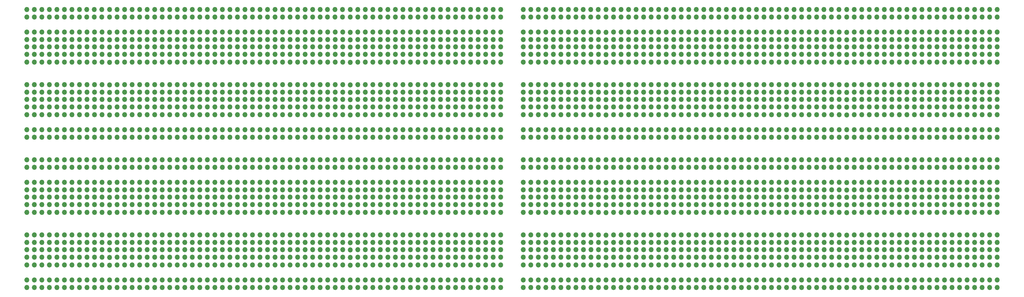
<source format=gbr>
%TF.GenerationSoftware,KiCad,Pcbnew,8.0.5*%
%TF.CreationDate,2024-10-04T16:18:13+02:00*%
%TF.ProjectId,Solderable_breadboard,536f6c64-6572-4616-926c-655f62726561,rev?*%
%TF.SameCoordinates,Original*%
%TF.FileFunction,Copper,L2,Bot*%
%TF.FilePolarity,Positive*%
%FSLAX46Y46*%
G04 Gerber Fmt 4.6, Leading zero omitted, Abs format (unit mm)*
G04 Created by KiCad (PCBNEW 8.0.5) date 2024-10-04 16:18:13*
%MOMM*%
%LPD*%
G01*
G04 APERTURE LIST*
%TA.AperFunction,ComponentPad*%
%ADD10O,1.700000X1.700000*%
%TD*%
G04 APERTURE END LIST*
D10*
%TO.P,J41,1,Pin_1*%
%TO.N,Net-(J41-Pin_1)*%
X289560000Y-109220000D03*
%TO.P,J41,2,Pin_2*%
X289560000Y-111760000D03*
%TO.P,J41,3,Pin_3*%
X289560000Y-114220000D03*
%TO.P,J41,4,Pin_4*%
X289560000Y-116760000D03*
%TO.P,J41,5,Pin_5*%
X289560000Y-119380000D03*
%TD*%
%TO.P,J15,1,Pin_1*%
%TO.N,Net-(J15-Pin_1)*%
X307340000Y-91440000D03*
%TO.P,J15,2,Pin_2*%
X307340000Y-93980000D03*
%TO.P,J15,3,Pin_3*%
X307340000Y-96440000D03*
%TO.P,J15,4,Pin_4*%
X307340000Y-98980000D03*
%TO.P,J15,5,Pin_5*%
X307340000Y-101600000D03*
%TD*%
%TO.P,J89,1,Pin_1*%
%TO.N,Net-(J89-Pin_1)*%
X269240000Y-91440000D03*
%TO.P,J89,2,Pin_2*%
X269240000Y-93980000D03*
%TO.P,J89,3,Pin_3*%
X269240000Y-96440000D03*
%TO.P,J89,4,Pin_4*%
X269240000Y-98980000D03*
%TO.P,J89,5,Pin_5*%
X269240000Y-101600000D03*
%TD*%
%TO.P,J20,1,Pin_1*%
%TO.N,/GND*%
X317500000Y-83820000D03*
%TO.P,J20,2,Pin_2*%
%TO.N,/VCC*%
X317500000Y-86360000D03*
%TD*%
%TO.P,J103,1,Pin_1*%
%TO.N,Net-(J103-Pin_1)*%
X264160000Y-109220000D03*
%TO.P,J103,2,Pin_2*%
X264160000Y-111760000D03*
%TO.P,J103,3,Pin_3*%
X264160000Y-114220000D03*
%TO.P,J103,4,Pin_4*%
X264160000Y-116760000D03*
%TO.P,J103,5,Pin_5*%
X264160000Y-119380000D03*
%TD*%
%TO.P,J21,1,Pin_1*%
%TO.N,Net-(J21-Pin_1)*%
X309880000Y-91440000D03*
%TO.P,J21,2,Pin_2*%
X309880000Y-93980000D03*
%TO.P,J21,3,Pin_3*%
X309880000Y-96440000D03*
%TO.P,J21,4,Pin_4*%
X309880000Y-98980000D03*
%TO.P,J21,5,Pin_5*%
X309880000Y-101600000D03*
%TD*%
%TO.P,J26,1,Pin_1*%
%TO.N,Net-(J26-Pin_1)*%
X322580000Y-91440000D03*
%TO.P,J26,2,Pin_2*%
X322580000Y-93980000D03*
%TO.P,J26,3,Pin_3*%
X322580000Y-96440000D03*
%TO.P,J26,4,Pin_4*%
X322580000Y-98980000D03*
%TO.P,J26,5,Pin_5*%
X322580000Y-101600000D03*
%TD*%
%TO.P,J49,1,Pin_1*%
%TO.N,Net-(J49-Pin_1)*%
X309880000Y-109220000D03*
%TO.P,J49,2,Pin_2*%
X309880000Y-111760000D03*
%TO.P,J49,3,Pin_3*%
X309880000Y-114220000D03*
%TO.P,J49,4,Pin_4*%
X309880000Y-116760000D03*
%TO.P,J49,5,Pin_5*%
X309880000Y-119380000D03*
%TD*%
%TO.P,J19,1,Pin_1*%
%TO.N,/GND*%
X314820000Y-83820000D03*
%TO.P,J19,2,Pin_2*%
%TO.N,/VCC*%
X314820000Y-86360000D03*
%TD*%
%TO.P,J27,1,Pin_1*%
%TO.N,Net-(J27-Pin_1)*%
X325120000Y-91440000D03*
%TO.P,J27,2,Pin_2*%
X325120000Y-93980000D03*
%TO.P,J27,3,Pin_3*%
X325120000Y-96440000D03*
%TO.P,J27,4,Pin_4*%
X325120000Y-98980000D03*
%TO.P,J27,5,Pin_5*%
X325120000Y-101600000D03*
%TD*%
%TO.P,J17,1,Pin_1*%
%TO.N,/GND*%
X309740000Y-83820000D03*
%TO.P,J17,2,Pin_2*%
%TO.N,/VCC*%
X309740000Y-86360000D03*
%TD*%
%TO.P,J102,1,Pin_1*%
%TO.N,Net-(J102-Pin_1)*%
X261620000Y-109220000D03*
%TO.P,J102,2,Pin_2*%
X261620000Y-111760000D03*
%TO.P,J102,3,Pin_3*%
X261620000Y-114220000D03*
%TO.P,J102,4,Pin_4*%
X261620000Y-116760000D03*
%TO.P,J102,5,Pin_5*%
X261620000Y-119380000D03*
%TD*%
%TO.P,J99,1,Pin_1*%
%TO.N,Net-(J99-Pin_1)*%
X254000000Y-109220000D03*
%TO.P,J99,2,Pin_2*%
X254000000Y-111760000D03*
%TO.P,J99,3,Pin_3*%
X254000000Y-114220000D03*
%TO.P,J99,4,Pin_4*%
X254000000Y-116760000D03*
%TO.P,J99,5,Pin_5*%
X254000000Y-119380000D03*
%TD*%
%TO.P,J32,1,Pin_1*%
%TO.N,/GND*%
X327660000Y-83820000D03*
%TO.P,J32,2,Pin_2*%
%TO.N,/VCC*%
X327660000Y-86360000D03*
%TD*%
%TO.P,J78,1,Pin_1*%
%TO.N,/GND*%
X241300000Y-124460000D03*
%TO.P,J78,2,Pin_2*%
%TO.N,/VCC*%
X241300000Y-127000000D03*
%TD*%
%TO.P,J16,1,Pin_1*%
%TO.N,/GND*%
X307340000Y-83820000D03*
%TO.P,J16,2,Pin_2*%
%TO.N,/VCC*%
X307340000Y-86360000D03*
%TD*%
%TO.P,J101,1,Pin_1*%
%TO.N,Net-(J101-Pin_1)*%
X259080000Y-109220000D03*
%TO.P,J101,2,Pin_2*%
X259080000Y-111760000D03*
%TO.P,J101,3,Pin_3*%
X259080000Y-114220000D03*
%TO.P,J101,4,Pin_4*%
X259080000Y-116760000D03*
%TO.P,J101,5,Pin_5*%
X259080000Y-119380000D03*
%TD*%
%TO.P,J84,1,Pin_1*%
%TO.N,Net-(J84-Pin_1)*%
X256540000Y-91440000D03*
%TO.P,J84,2,Pin_2*%
X256540000Y-93980000D03*
%TO.P,J84,3,Pin_3*%
X256540000Y-96440000D03*
%TO.P,J84,4,Pin_4*%
X256540000Y-98980000D03*
%TO.P,J84,5,Pin_5*%
X256540000Y-101600000D03*
%TD*%
%TO.P,J14,1,Pin_1*%
%TO.N,Net-(J14-Pin_1)*%
X304800000Y-91440000D03*
%TO.P,J14,2,Pin_2*%
X304800000Y-93980000D03*
%TO.P,J14,3,Pin_3*%
X304800000Y-96440000D03*
%TO.P,J14,4,Pin_4*%
X304800000Y-98980000D03*
%TO.P,J14,5,Pin_5*%
X304800000Y-101600000D03*
%TD*%
%TO.P,J105,1,Pin_1*%
%TO.N,Net-(J105-Pin_1)*%
X269240000Y-109220000D03*
%TO.P,J105,2,Pin_2*%
X269240000Y-111760000D03*
%TO.P,J105,3,Pin_3*%
X269240000Y-114220000D03*
%TO.P,J105,4,Pin_4*%
X269240000Y-116760000D03*
%TO.P,J105,5,Pin_5*%
X269240000Y-119380000D03*
%TD*%
%TO.P,J61,1,Pin_1*%
%TO.N,/GND*%
X360680000Y-83820000D03*
%TO.P,J61,2,Pin_2*%
%TO.N,/VCC*%
X360680000Y-86360000D03*
%TD*%
%TO.P,J108,1,Pin_1*%
%TO.N,Net-(J108-Pin_1)*%
X276860000Y-109220000D03*
%TO.P,J108,2,Pin_2*%
X276860000Y-111760000D03*
%TO.P,J108,3,Pin_3*%
X276860000Y-114220000D03*
%TO.P,J108,4,Pin_4*%
X276860000Y-116760000D03*
%TO.P,J108,5,Pin_5*%
X276860000Y-119380000D03*
%TD*%
%TO.P,J75,1,Pin_1*%
%TO.N,/GND*%
X233680000Y-124460000D03*
%TO.P,J75,2,Pin_2*%
%TO.N,/VCC*%
X233680000Y-127000000D03*
%TD*%
%TO.P,J74,1,Pin_1*%
%TO.N,/GND*%
X231140000Y-124460000D03*
%TO.P,J74,2,Pin_2*%
%TO.N,/VCC*%
X231140000Y-127000000D03*
%TD*%
%TO.P,J80,1,Pin_1*%
%TO.N,/GND*%
X246380000Y-124460000D03*
%TO.P,J80,2,Pin_2*%
%TO.N,/VCC*%
X246380000Y-127000000D03*
%TD*%
%TO.P,J97,1,Pin_1*%
%TO.N,Net-(J97-Pin_1)*%
X248920000Y-109220000D03*
%TO.P,J97,2,Pin_2*%
X248920000Y-111760000D03*
%TO.P,J97,3,Pin_3*%
X248920000Y-114220000D03*
%TO.P,J97,4,Pin_4*%
X248920000Y-116760000D03*
%TO.P,J97,5,Pin_5*%
X248920000Y-119380000D03*
%TD*%
%TO.P,J67,1,Pin_1*%
%TO.N,/GND*%
X294640000Y-124460000D03*
%TO.P,J67,2,Pin_2*%
%TO.N,/VCC*%
X294640000Y-127000000D03*
%TD*%
%TO.P,J2,1,Pin_1*%
%TO.N,Net-(J2-Pin_1)*%
X292100000Y-91440000D03*
%TO.P,J2,2,Pin_2*%
X292100000Y-93980000D03*
%TO.P,J2,3,Pin_3*%
X292100000Y-96440000D03*
%TO.P,J2,4,Pin_4*%
X292100000Y-98980000D03*
%TO.P,J2,5,Pin_5*%
X292100000Y-101600000D03*
%TD*%
%TO.P,J13,1,Pin_1*%
%TO.N,/GND*%
X304800000Y-83820000D03*
%TO.P,J13,2,Pin_2*%
%TO.N,/VCC*%
X304800000Y-86360000D03*
%TD*%
%TO.P,J5,1,Pin_1*%
%TO.N,/GND*%
X294640000Y-83820000D03*
%TO.P,J5,2,Pin_2*%
%TO.N,/VCC*%
X294640000Y-86360000D03*
%TD*%
%TO.P,J28,1,Pin_1*%
%TO.N,Net-(J28-Pin_1)*%
X327660000Y-91440000D03*
%TO.P,J28,2,Pin_2*%
X327660000Y-93980000D03*
%TO.P,J28,3,Pin_3*%
X327660000Y-96440000D03*
%TO.P,J28,4,Pin_4*%
X327660000Y-98980000D03*
%TO.P,J28,5,Pin_5*%
X327660000Y-101600000D03*
%TD*%
%TO.P,J7,1,Pin_1*%
%TO.N,Net-(J7-Pin_1)*%
X297180000Y-91440000D03*
%TO.P,J7,2,Pin_2*%
X297180000Y-93980000D03*
%TO.P,J7,3,Pin_3*%
X297180000Y-96440000D03*
%TO.P,J7,4,Pin_4*%
X297180000Y-98980000D03*
%TO.P,J7,5,Pin_5*%
X297180000Y-101600000D03*
%TD*%
%TO.P,J120,1,Pin_1*%
%TO.N,/GND*%
X347980000Y-124460000D03*
%TO.P,J120,2,Pin_2*%
%TO.N,/VCC*%
X347980000Y-127000000D03*
%TD*%
%TO.P,J112,1,Pin_1*%
%TO.N,Net-(J112-Pin_1)*%
X368300000Y-109220000D03*
%TO.P,J112,2,Pin_2*%
X368300000Y-111760000D03*
%TO.P,J112,3,Pin_3*%
X368300000Y-114220000D03*
%TO.P,J112,4,Pin_4*%
X368300000Y-116760000D03*
%TO.P,J112,5,Pin_5*%
X368300000Y-119380000D03*
%TD*%
%TO.P,J9,1,Pin_1*%
%TO.N,/GND*%
X299720000Y-83820000D03*
%TO.P,J9,2,Pin_2*%
%TO.N,/VCC*%
X299720000Y-86360000D03*
%TD*%
%TO.P,J128,1,Pin_1*%
%TO.N,/GND*%
X368300000Y-124460000D03*
%TO.P,J128,2,Pin_2*%
%TO.N,/VCC*%
X368300000Y-127000000D03*
%TD*%
%TO.P,J124,1,Pin_1*%
%TO.N,/GND*%
X358140000Y-124460000D03*
%TO.P,J124,2,Pin_2*%
%TO.N,/VCC*%
X358140000Y-127000000D03*
%TD*%
%TO.P,J24,1,Pin_1*%
%TO.N,Net-(J24-Pin_1)*%
X317500000Y-91520000D03*
%TO.P,J24,2,Pin_2*%
X317500000Y-94060000D03*
%TO.P,J24,3,Pin_3*%
X317500000Y-96520000D03*
%TO.P,J24,4,Pin_4*%
X317500000Y-99060000D03*
%TO.P,J24,5,Pin_5*%
X317500000Y-101680000D03*
%TD*%
%TO.P,J102,1,Pin_1*%
%TO.N,Net-(J102-Pin_1)*%
X342900000Y-109220000D03*
%TO.P,J102,2,Pin_2*%
X342900000Y-111760000D03*
%TO.P,J102,3,Pin_3*%
X342900000Y-114220000D03*
%TO.P,J102,4,Pin_4*%
X342900000Y-116760000D03*
%TO.P,J102,5,Pin_5*%
X342900000Y-119380000D03*
%TD*%
%TO.P,J8,1,Pin_1*%
%TO.N,/GND*%
X297180000Y-83820000D03*
%TO.P,J8,2,Pin_2*%
%TO.N,/VCC*%
X297180000Y-86360000D03*
%TD*%
%TO.P,J6,1,Pin_1*%
%TO.N,Net-(J6-Pin_1)*%
X294640000Y-91440000D03*
%TO.P,J6,2,Pin_2*%
X294640000Y-93980000D03*
%TO.P,J6,3,Pin_3*%
X294640000Y-96440000D03*
%TO.P,J6,4,Pin_4*%
X294640000Y-98980000D03*
%TO.P,J6,5,Pin_5*%
X294640000Y-101600000D03*
%TD*%
%TO.P,J1,1,Pin_1*%
%TO.N,Net-(J1-Pin_1)*%
X289560000Y-91440000D03*
%TO.P,J1,2,Pin_2*%
X289560000Y-93980000D03*
%TO.P,J1,3,Pin_3*%
X289560000Y-96440000D03*
%TO.P,J1,4,Pin_4*%
X289560000Y-98980000D03*
%TO.P,J1,5,Pin_5*%
X289560000Y-101600000D03*
%TD*%
%TO.P,J110,1,Pin_1*%
%TO.N,Net-(J110-Pin_1)*%
X363220000Y-109220000D03*
%TO.P,J110,2,Pin_2*%
X363220000Y-111760000D03*
%TO.P,J110,3,Pin_3*%
X363220000Y-114220000D03*
%TO.P,J110,4,Pin_4*%
X363220000Y-116760000D03*
%TO.P,J110,5,Pin_5*%
X363220000Y-119380000D03*
%TD*%
%TO.P,J10,1,Pin_1*%
%TO.N,Net-(J10-Pin_1)*%
X299720000Y-91440000D03*
%TO.P,J10,2,Pin_2*%
X299720000Y-93980000D03*
%TO.P,J10,3,Pin_3*%
X299720000Y-96440000D03*
%TO.P,J10,4,Pin_4*%
X299720000Y-98980000D03*
%TO.P,J10,5,Pin_5*%
X299720000Y-101600000D03*
%TD*%
%TO.P,J4,1,Pin_1*%
%TO.N,/GND*%
X292100000Y-83820000D03*
%TO.P,J4,2,Pin_2*%
%TO.N,/VCC*%
X292100000Y-86360000D03*
%TD*%
%TO.P,J127,1,Pin_1*%
%TO.N,/GND*%
X365760000Y-124460000D03*
%TO.P,J127,2,Pin_2*%
%TO.N,/VCC*%
X365760000Y-127000000D03*
%TD*%
%TO.P,J69,1,Pin_1*%
%TO.N,/GND*%
X218440000Y-124460000D03*
%TO.P,J69,2,Pin_2*%
%TO.N,/VCC*%
X218440000Y-127000000D03*
%TD*%
%TO.P,J123,1,Pin_1*%
%TO.N,/GND*%
X355600000Y-124460000D03*
%TO.P,J123,2,Pin_2*%
%TO.N,/VCC*%
X355600000Y-127000000D03*
%TD*%
%TO.P,J110,1,Pin_1*%
%TO.N,Net-(J110-Pin_1)*%
X281940000Y-109220000D03*
%TO.P,J110,2,Pin_2*%
X281940000Y-111760000D03*
%TO.P,J110,3,Pin_3*%
X281940000Y-114220000D03*
%TO.P,J110,4,Pin_4*%
X281940000Y-116760000D03*
%TO.P,J110,5,Pin_5*%
X281940000Y-119380000D03*
%TD*%
%TO.P,J24,1,Pin_1*%
%TO.N,Net-(J24-Pin_1)*%
X236220000Y-91520000D03*
%TO.P,J24,2,Pin_2*%
X236220000Y-94060000D03*
%TO.P,J24,3,Pin_3*%
X236220000Y-96520000D03*
%TO.P,J24,4,Pin_4*%
X236220000Y-99060000D03*
%TO.P,J24,5,Pin_5*%
X236220000Y-101680000D03*
%TD*%
%TO.P,J127,1,Pin_1*%
%TO.N,/GND*%
X284480000Y-124460000D03*
%TO.P,J127,2,Pin_2*%
%TO.N,/VCC*%
X284480000Y-127000000D03*
%TD*%
%TO.P,J3,1,Pin_1*%
%TO.N,/GND*%
X289560000Y-83820000D03*
%TO.P,J3,2,Pin_2*%
%TO.N,/VCC*%
X289560000Y-86360000D03*
%TD*%
%TO.P,J2,1,Pin_1*%
%TO.N,Net-(J2-Pin_1)*%
X210820000Y-91440000D03*
%TO.P,J2,2,Pin_2*%
X210820000Y-93980000D03*
%TO.P,J2,3,Pin_3*%
X210820000Y-96440000D03*
%TO.P,J2,4,Pin_4*%
X210820000Y-98980000D03*
%TO.P,J2,5,Pin_5*%
X210820000Y-101600000D03*
%TD*%
%TO.P,J116,1,Pin_1*%
%TO.N,/GND*%
X256540000Y-124460000D03*
%TO.P,J116,2,Pin_2*%
%TO.N,/VCC*%
X256540000Y-127000000D03*
%TD*%
%TO.P,J118,1,Pin_1*%
%TO.N,/GND*%
X261620000Y-124460000D03*
%TO.P,J118,2,Pin_2*%
%TO.N,/VCC*%
X261620000Y-127000000D03*
%TD*%
%TO.P,J116,1,Pin_1*%
%TO.N,/GND*%
X337820000Y-124460000D03*
%TO.P,J116,2,Pin_2*%
%TO.N,/VCC*%
X337820000Y-127000000D03*
%TD*%
%TO.P,J1,1,Pin_1*%
%TO.N,Net-(J1-Pin_1)*%
X208280000Y-91440000D03*
%TO.P,J1,2,Pin_2*%
X208280000Y-93980000D03*
%TO.P,J1,3,Pin_3*%
X208280000Y-96440000D03*
%TO.P,J1,4,Pin_4*%
X208280000Y-98980000D03*
%TO.P,J1,5,Pin_5*%
X208280000Y-101600000D03*
%TD*%
%TO.P,J9,1,Pin_1*%
%TO.N,/GND*%
X218440000Y-83820000D03*
%TO.P,J9,2,Pin_2*%
%TO.N,/VCC*%
X218440000Y-86360000D03*
%TD*%
%TO.P,J125,1,Pin_1*%
%TO.N,/GND*%
X360680000Y-124460000D03*
%TO.P,J125,2,Pin_2*%
%TO.N,/VCC*%
X360680000Y-127000000D03*
%TD*%
%TO.P,J115,1,Pin_1*%
%TO.N,/GND*%
X335280000Y-124460000D03*
%TO.P,J115,2,Pin_2*%
%TO.N,/VCC*%
X335280000Y-127000000D03*
%TD*%
%TO.P,J126,1,Pin_1*%
%TO.N,/GND*%
X363220000Y-124460000D03*
%TO.P,J126,2,Pin_2*%
%TO.N,/VCC*%
X363220000Y-127000000D03*
%TD*%
%TO.P,J20,1,Pin_1*%
%TO.N,/GND*%
X236220000Y-83820000D03*
%TO.P,J20,2,Pin_2*%
%TO.N,/VCC*%
X236220000Y-86360000D03*
%TD*%
%TO.P,J91,1,Pin_1*%
%TO.N,Net-(J91-Pin_1)*%
X274320000Y-91440000D03*
%TO.P,J91,2,Pin_2*%
X274320000Y-93980000D03*
%TO.P,J91,3,Pin_3*%
X274320000Y-96440000D03*
%TO.P,J91,4,Pin_4*%
X274320000Y-98980000D03*
%TO.P,J91,5,Pin_5*%
X274320000Y-101600000D03*
%TD*%
%TO.P,J82,1,Pin_1*%
%TO.N,Net-(J82-Pin_1)*%
X251460000Y-91440000D03*
%TO.P,J82,2,Pin_2*%
X251460000Y-93980000D03*
%TO.P,J82,3,Pin_3*%
X251460000Y-96440000D03*
%TO.P,J82,4,Pin_4*%
X251460000Y-98980000D03*
%TO.P,J82,5,Pin_5*%
X251460000Y-101600000D03*
%TD*%
%TO.P,J120,1,Pin_1*%
%TO.N,/GND*%
X266700000Y-124460000D03*
%TO.P,J120,2,Pin_2*%
%TO.N,/VCC*%
X266700000Y-127000000D03*
%TD*%
%TO.P,J109,1,Pin_1*%
%TO.N,Net-(J109-Pin_1)*%
X279400000Y-109220000D03*
%TO.P,J109,2,Pin_2*%
X279400000Y-111760000D03*
%TO.P,J109,3,Pin_3*%
X279400000Y-114220000D03*
%TO.P,J109,4,Pin_4*%
X279400000Y-116760000D03*
%TO.P,J109,5,Pin_5*%
X279400000Y-119380000D03*
%TD*%
%TO.P,J71,1,Pin_1*%
%TO.N,/GND*%
X223520000Y-124460000D03*
%TO.P,J71,2,Pin_2*%
%TO.N,/VCC*%
X223520000Y-127000000D03*
%TD*%
%TO.P,J112,1,Pin_1*%
%TO.N,Net-(J112-Pin_1)*%
X287020000Y-109220000D03*
%TO.P,J112,2,Pin_2*%
X287020000Y-111760000D03*
%TO.P,J112,3,Pin_3*%
X287020000Y-114220000D03*
%TO.P,J112,4,Pin_4*%
X287020000Y-116760000D03*
%TO.P,J112,5,Pin_5*%
X287020000Y-119380000D03*
%TD*%
%TO.P,J66,1,Pin_1*%
%TO.N,/GND*%
X210820000Y-124460000D03*
%TO.P,J66,2,Pin_2*%
%TO.N,/VCC*%
X210820000Y-127000000D03*
%TD*%
%TO.P,J60,1,Pin_1*%
%TO.N,/GND*%
X276860000Y-83820000D03*
%TO.P,J60,2,Pin_2*%
%TO.N,/VCC*%
X276860000Y-86360000D03*
%TD*%
%TO.P,J86,1,Pin_1*%
%TO.N,Net-(J86-Pin_1)*%
X261620000Y-91440000D03*
%TO.P,J86,2,Pin_2*%
X261620000Y-93980000D03*
%TO.P,J86,3,Pin_3*%
X261620000Y-96440000D03*
%TO.P,J86,4,Pin_4*%
X261620000Y-98980000D03*
%TO.P,J86,5,Pin_5*%
X261620000Y-101600000D03*
%TD*%
%TO.P,J57,1,Pin_1*%
%TO.N,/GND*%
X269240000Y-83820000D03*
%TO.P,J57,2,Pin_2*%
%TO.N,/VCC*%
X269240000Y-86360000D03*
%TD*%
%TO.P,J51,1,Pin_1*%
%TO.N,Net-(J51-Pin_1)*%
X233680000Y-109220000D03*
%TO.P,J51,2,Pin_2*%
X233680000Y-111760000D03*
%TO.P,J51,3,Pin_3*%
X233680000Y-114220000D03*
%TO.P,J51,4,Pin_4*%
X233680000Y-116760000D03*
%TO.P,J51,5,Pin_5*%
X233680000Y-119380000D03*
%TD*%
%TO.P,J77,1,Pin_1*%
%TO.N,/GND*%
X238760000Y-124460000D03*
%TO.P,J77,2,Pin_2*%
%TO.N,/VCC*%
X238760000Y-127000000D03*
%TD*%
%TO.P,J85,1,Pin_1*%
%TO.N,Net-(J85-Pin_1)*%
X259080000Y-91440000D03*
%TO.P,J85,2,Pin_2*%
X259080000Y-93980000D03*
%TO.P,J85,3,Pin_3*%
X259080000Y-96440000D03*
%TO.P,J85,4,Pin_4*%
X259080000Y-98980000D03*
%TO.P,J85,5,Pin_5*%
X259080000Y-101600000D03*
%TD*%
%TO.P,J65,1,Pin_1*%
%TO.N,/GND*%
X208280000Y-124460000D03*
%TO.P,J65,2,Pin_2*%
%TO.N,/VCC*%
X208280000Y-127000000D03*
%TD*%
%TO.P,J55,1,Pin_1*%
%TO.N,Net-(J55-Pin_1)*%
X243840000Y-109220000D03*
%TO.P,J55,2,Pin_2*%
X243840000Y-111760000D03*
%TO.P,J55,3,Pin_3*%
X243840000Y-114220000D03*
%TO.P,J55,4,Pin_4*%
X243840000Y-116760000D03*
%TO.P,J55,5,Pin_5*%
X243840000Y-119380000D03*
%TD*%
%TO.P,J58,1,Pin_1*%
%TO.N,/GND*%
X271780000Y-83820000D03*
%TO.P,J58,2,Pin_2*%
%TO.N,/VCC*%
X271780000Y-86360000D03*
%TD*%
%TO.P,J92,1,Pin_1*%
%TO.N,Net-(J92-Pin_1)*%
X276860000Y-91440000D03*
%TO.P,J92,2,Pin_2*%
X276860000Y-93980000D03*
%TO.P,J92,3,Pin_3*%
X276860000Y-96440000D03*
%TO.P,J92,4,Pin_4*%
X276860000Y-98980000D03*
%TO.P,J92,5,Pin_5*%
X276860000Y-101600000D03*
%TD*%
%TO.P,J111,1,Pin_1*%
%TO.N,Net-(J111-Pin_1)*%
X284480000Y-109220000D03*
%TO.P,J111,2,Pin_2*%
X284480000Y-111760000D03*
%TO.P,J111,3,Pin_3*%
X284480000Y-114220000D03*
%TO.P,J111,4,Pin_4*%
X284480000Y-116760000D03*
%TO.P,J111,5,Pin_5*%
X284480000Y-119380000D03*
%TD*%
%TO.P,J95,1,Pin_1*%
%TO.N,Net-(J95-Pin_1)*%
X284480000Y-91440000D03*
%TO.P,J95,2,Pin_2*%
X284480000Y-93980000D03*
%TO.P,J95,3,Pin_3*%
X284480000Y-96440000D03*
%TO.P,J95,4,Pin_4*%
X284480000Y-98980000D03*
%TO.P,J95,5,Pin_5*%
X284480000Y-101600000D03*
%TD*%
%TO.P,J67,1,Pin_1*%
%TO.N,/GND*%
X213360000Y-124460000D03*
%TO.P,J67,2,Pin_2*%
%TO.N,/VCC*%
X213360000Y-127000000D03*
%TD*%
%TO.P,J96,1,Pin_1*%
%TO.N,Net-(J96-Pin_1)*%
X287020000Y-91440000D03*
%TO.P,J96,2,Pin_2*%
X287020000Y-93980000D03*
%TO.P,J96,3,Pin_3*%
X287020000Y-96440000D03*
%TO.P,J96,4,Pin_4*%
X287020000Y-98980000D03*
%TO.P,J96,5,Pin_5*%
X287020000Y-101600000D03*
%TD*%
%TO.P,J121,1,Pin_1*%
%TO.N,/GND*%
X269240000Y-124460000D03*
%TO.P,J121,2,Pin_2*%
%TO.N,/VCC*%
X269240000Y-127000000D03*
%TD*%
%TO.P,J104,1,Pin_1*%
%TO.N,Net-(J104-Pin_1)*%
X266700000Y-109220000D03*
%TO.P,J104,2,Pin_2*%
X266700000Y-111760000D03*
%TO.P,J104,3,Pin_3*%
X266700000Y-114220000D03*
%TO.P,J104,4,Pin_4*%
X266700000Y-116760000D03*
%TO.P,J104,5,Pin_5*%
X266700000Y-119380000D03*
%TD*%
%TO.P,J98,1,Pin_1*%
%TO.N,Net-(J98-Pin_1)*%
X251460000Y-109220000D03*
%TO.P,J98,2,Pin_2*%
X251460000Y-111760000D03*
%TO.P,J98,3,Pin_3*%
X251460000Y-114220000D03*
%TO.P,J98,4,Pin_4*%
X251460000Y-116760000D03*
%TO.P,J98,5,Pin_5*%
X251460000Y-119380000D03*
%TD*%
%TO.P,J94,1,Pin_1*%
%TO.N,Net-(J94-Pin_1)*%
X281940000Y-91440000D03*
%TO.P,J94,2,Pin_2*%
X281940000Y-93980000D03*
%TO.P,J94,3,Pin_3*%
X281940000Y-96440000D03*
%TO.P,J94,4,Pin_4*%
X281940000Y-98980000D03*
%TO.P,J94,5,Pin_5*%
X281940000Y-101600000D03*
%TD*%
%TO.P,J87,1,Pin_1*%
%TO.N,Net-(J87-Pin_1)*%
X264160000Y-91440000D03*
%TO.P,J87,2,Pin_2*%
X264160000Y-93980000D03*
%TO.P,J87,3,Pin_3*%
X264160000Y-96440000D03*
%TO.P,J87,4,Pin_4*%
X264160000Y-98980000D03*
%TO.P,J87,5,Pin_5*%
X264160000Y-101600000D03*
%TD*%
%TO.P,J76,1,Pin_1*%
%TO.N,/GND*%
X236220000Y-124460000D03*
%TO.P,J76,2,Pin_2*%
%TO.N,/VCC*%
X236220000Y-127000000D03*
%TD*%
%TO.P,J63,1,Pin_1*%
%TO.N,/GND*%
X284480000Y-83820000D03*
%TO.P,J63,2,Pin_2*%
%TO.N,/VCC*%
X284480000Y-86360000D03*
%TD*%
%TO.P,J61,1,Pin_1*%
%TO.N,/GND*%
X279400000Y-83820000D03*
%TO.P,J61,2,Pin_2*%
%TO.N,/VCC*%
X279400000Y-86360000D03*
%TD*%
%TO.P,J52,1,Pin_1*%
%TO.N,Net-(J52-Pin_1)*%
X236220000Y-109300000D03*
%TO.P,J52,2,Pin_2*%
X236220000Y-111840000D03*
%TO.P,J52,3,Pin_3*%
X236220000Y-114300000D03*
%TO.P,J52,4,Pin_4*%
X236220000Y-116840000D03*
%TO.P,J52,5,Pin_5*%
X236220000Y-119460000D03*
%TD*%
%TO.P,J68,1,Pin_1*%
%TO.N,/GND*%
X297180000Y-124460000D03*
%TO.P,J68,2,Pin_2*%
%TO.N,/VCC*%
X297180000Y-127000000D03*
%TD*%
%TO.P,J81,1,Pin_1*%
%TO.N,Net-(J81-Pin_1)*%
X248920000Y-91440000D03*
%TO.P,J81,2,Pin_2*%
X248920000Y-93980000D03*
%TO.P,J81,3,Pin_3*%
X248920000Y-96440000D03*
%TO.P,J81,4,Pin_4*%
X248920000Y-98980000D03*
%TO.P,J81,5,Pin_5*%
X248920000Y-101600000D03*
%TD*%
%TO.P,J62,1,Pin_1*%
%TO.N,/GND*%
X363220000Y-83820000D03*
%TO.P,J62,2,Pin_2*%
%TO.N,/VCC*%
X363220000Y-86360000D03*
%TD*%
%TO.P,J59,1,Pin_1*%
%TO.N,/GND*%
X355600000Y-83820000D03*
%TO.P,J59,2,Pin_2*%
%TO.N,/VCC*%
X355600000Y-86360000D03*
%TD*%
%TO.P,J106,1,Pin_1*%
%TO.N,Net-(J106-Pin_1)*%
X271780000Y-109220000D03*
%TO.P,J106,2,Pin_2*%
X271780000Y-111760000D03*
%TO.P,J106,3,Pin_3*%
X271780000Y-114220000D03*
%TO.P,J106,4,Pin_4*%
X271780000Y-116760000D03*
%TO.P,J106,5,Pin_5*%
X271780000Y-119380000D03*
%TD*%
%TO.P,J27,1,Pin_1*%
%TO.N,Net-(J27-Pin_1)*%
X243840000Y-91440000D03*
%TO.P,J27,2,Pin_2*%
X243840000Y-93980000D03*
%TO.P,J27,3,Pin_3*%
X243840000Y-96440000D03*
%TO.P,J27,4,Pin_4*%
X243840000Y-98980000D03*
%TO.P,J27,5,Pin_5*%
X243840000Y-101600000D03*
%TD*%
%TO.P,J47,1,Pin_1*%
%TO.N,Net-(J47-Pin_1)*%
X223520000Y-109220000D03*
%TO.P,J47,2,Pin_2*%
X223520000Y-111760000D03*
%TO.P,J47,3,Pin_3*%
X223520000Y-114220000D03*
%TO.P,J47,4,Pin_4*%
X223520000Y-116760000D03*
%TO.P,J47,5,Pin_5*%
X223520000Y-119380000D03*
%TD*%
%TO.P,J50,1,Pin_1*%
%TO.N,Net-(J50-Pin_1)*%
X231140000Y-109220000D03*
%TO.P,J50,2,Pin_2*%
X231140000Y-111760000D03*
%TO.P,J50,3,Pin_3*%
X231140000Y-114220000D03*
%TO.P,J50,4,Pin_4*%
X231140000Y-116760000D03*
%TO.P,J50,5,Pin_5*%
X231140000Y-119380000D03*
%TD*%
%TO.P,J53,1,Pin_1*%
%TO.N,Net-(J53-Pin_1)*%
X238760000Y-109220000D03*
%TO.P,J53,2,Pin_2*%
X238760000Y-111760000D03*
%TO.P,J53,3,Pin_3*%
X238760000Y-114220000D03*
%TO.P,J53,4,Pin_4*%
X238760000Y-116760000D03*
%TO.P,J53,5,Pin_5*%
X238760000Y-119380000D03*
%TD*%
%TO.P,J59,1,Pin_1*%
%TO.N,/GND*%
X274320000Y-83820000D03*
%TO.P,J59,2,Pin_2*%
%TO.N,/VCC*%
X274320000Y-86360000D03*
%TD*%
%TO.P,J72,1,Pin_1*%
%TO.N,/GND*%
X226060000Y-124460000D03*
%TO.P,J72,2,Pin_2*%
%TO.N,/VCC*%
X226060000Y-127000000D03*
%TD*%
%TO.P,J70,1,Pin_1*%
%TO.N,/GND*%
X302260000Y-124460000D03*
%TO.P,J70,2,Pin_2*%
%TO.N,/VCC*%
X302260000Y-127000000D03*
%TD*%
%TO.P,J29,1,Pin_1*%
%TO.N,/GND*%
X238760000Y-83820000D03*
%TO.P,J29,2,Pin_2*%
%TO.N,/VCC*%
X238760000Y-86360000D03*
%TD*%
%TO.P,J45,1,Pin_1*%
%TO.N,Net-(J45-Pin_1)*%
X218440000Y-109220000D03*
%TO.P,J45,2,Pin_2*%
X218440000Y-111760000D03*
%TO.P,J45,3,Pin_3*%
X218440000Y-114220000D03*
%TO.P,J45,4,Pin_4*%
X218440000Y-116760000D03*
%TO.P,J45,5,Pin_5*%
X218440000Y-119380000D03*
%TD*%
%TO.P,J54,1,Pin_1*%
%TO.N,Net-(J54-Pin_1)*%
X241300000Y-109220000D03*
%TO.P,J54,2,Pin_2*%
X241300000Y-111760000D03*
%TO.P,J54,3,Pin_3*%
X241300000Y-114220000D03*
%TO.P,J54,4,Pin_4*%
X241300000Y-116760000D03*
%TO.P,J54,5,Pin_5*%
X241300000Y-119380000D03*
%TD*%
%TO.P,J68,1,Pin_1*%
%TO.N,/GND*%
X215900000Y-124460000D03*
%TO.P,J68,2,Pin_2*%
%TO.N,/VCC*%
X215900000Y-127000000D03*
%TD*%
%TO.P,J56,1,Pin_1*%
%TO.N,Net-(J56-Pin_1)*%
X246380000Y-109220000D03*
%TO.P,J56,2,Pin_2*%
X246380000Y-111760000D03*
%TO.P,J56,3,Pin_3*%
X246380000Y-114220000D03*
%TO.P,J56,4,Pin_4*%
X246380000Y-116760000D03*
%TO.P,J56,5,Pin_5*%
X246380000Y-119380000D03*
%TD*%
%TO.P,J46,1,Pin_1*%
%TO.N,Net-(J46-Pin_1)*%
X220980000Y-109220000D03*
%TO.P,J46,2,Pin_2*%
X220980000Y-111760000D03*
%TO.P,J46,3,Pin_3*%
X220980000Y-114220000D03*
%TO.P,J46,4,Pin_4*%
X220980000Y-116760000D03*
%TO.P,J46,5,Pin_5*%
X220980000Y-119380000D03*
%TD*%
%TO.P,J107,1,Pin_1*%
%TO.N,Net-(J107-Pin_1)*%
X274320000Y-109220000D03*
%TO.P,J107,2,Pin_2*%
X274320000Y-111760000D03*
%TO.P,J107,3,Pin_3*%
X274320000Y-114220000D03*
%TO.P,J107,4,Pin_4*%
X274320000Y-116760000D03*
%TO.P,J107,5,Pin_5*%
X274320000Y-119380000D03*
%TD*%
%TO.P,J64,1,Pin_1*%
%TO.N,/GND*%
X287020000Y-83820000D03*
%TO.P,J64,2,Pin_2*%
%TO.N,/VCC*%
X287020000Y-86360000D03*
%TD*%
%TO.P,J32,1,Pin_1*%
%TO.N,/GND*%
X246380000Y-83820000D03*
%TO.P,J32,2,Pin_2*%
%TO.N,/VCC*%
X246380000Y-86360000D03*
%TD*%
%TO.P,J38,1,Pin_1*%
%TO.N,/GND*%
X261620000Y-83820000D03*
%TO.P,J38,2,Pin_2*%
%TO.N,/VCC*%
X261620000Y-86360000D03*
%TD*%
%TO.P,J36,1,Pin_1*%
%TO.N,/GND*%
X256540000Y-83820000D03*
%TO.P,J36,2,Pin_2*%
%TO.N,/VCC*%
X256540000Y-86360000D03*
%TD*%
%TO.P,J33,1,Pin_1*%
%TO.N,/GND*%
X248920000Y-83820000D03*
%TO.P,J33,2,Pin_2*%
%TO.N,/VCC*%
X248920000Y-86360000D03*
%TD*%
%TO.P,J25,1,Pin_1*%
%TO.N,Net-(J25-Pin_1)*%
X238760000Y-91440000D03*
%TO.P,J25,2,Pin_2*%
X238760000Y-93980000D03*
%TO.P,J25,3,Pin_3*%
X238760000Y-96440000D03*
%TO.P,J25,4,Pin_4*%
X238760000Y-98980000D03*
%TO.P,J25,5,Pin_5*%
X238760000Y-101600000D03*
%TD*%
%TO.P,J26,1,Pin_1*%
%TO.N,Net-(J26-Pin_1)*%
X241300000Y-91440000D03*
%TO.P,J26,2,Pin_2*%
X241300000Y-93980000D03*
%TO.P,J26,3,Pin_3*%
X241300000Y-96440000D03*
%TO.P,J26,4,Pin_4*%
X241300000Y-98980000D03*
%TO.P,J26,5,Pin_5*%
X241300000Y-101600000D03*
%TD*%
%TO.P,J44,1,Pin_1*%
%TO.N,Net-(J44-Pin_1)*%
X215900000Y-109220000D03*
%TO.P,J44,2,Pin_2*%
X215900000Y-111760000D03*
%TO.P,J44,3,Pin_3*%
X215900000Y-114220000D03*
%TO.P,J44,4,Pin_4*%
X215900000Y-116760000D03*
%TO.P,J44,5,Pin_5*%
X215900000Y-119380000D03*
%TD*%
%TO.P,J40,1,Pin_1*%
%TO.N,/GND*%
X266700000Y-83820000D03*
%TO.P,J40,2,Pin_2*%
%TO.N,/VCC*%
X266700000Y-86360000D03*
%TD*%
%TO.P,J19,1,Pin_1*%
%TO.N,/GND*%
X233540000Y-83820000D03*
%TO.P,J19,2,Pin_2*%
%TO.N,/VCC*%
X233540000Y-86360000D03*
%TD*%
%TO.P,J100,1,Pin_1*%
%TO.N,Net-(J100-Pin_1)*%
X256540000Y-109220000D03*
%TO.P,J100,2,Pin_2*%
X256540000Y-111760000D03*
%TO.P,J100,3,Pin_3*%
X256540000Y-114220000D03*
%TO.P,J100,4,Pin_4*%
X256540000Y-116760000D03*
%TO.P,J100,5,Pin_5*%
X256540000Y-119380000D03*
%TD*%
%TO.P,J64,1,Pin_1*%
%TO.N,/GND*%
X368300000Y-83820000D03*
%TO.P,J64,2,Pin_2*%
%TO.N,/VCC*%
X368300000Y-86360000D03*
%TD*%
%TO.P,J72,1,Pin_1*%
%TO.N,/GND*%
X307340000Y-124460000D03*
%TO.P,J72,2,Pin_2*%
%TO.N,/VCC*%
X307340000Y-127000000D03*
%TD*%
%TO.P,J70,1,Pin_1*%
%TO.N,/GND*%
X220980000Y-124460000D03*
%TO.P,J70,2,Pin_2*%
%TO.N,/VCC*%
X220980000Y-127000000D03*
%TD*%
%TO.P,J34,1,Pin_1*%
%TO.N,/GND*%
X251460000Y-83820000D03*
%TO.P,J34,2,Pin_2*%
%TO.N,/VCC*%
X251460000Y-86360000D03*
%TD*%
%TO.P,J39,1,Pin_1*%
%TO.N,/GND*%
X264160000Y-83820000D03*
%TO.P,J39,2,Pin_2*%
%TO.N,/VCC*%
X264160000Y-86360000D03*
%TD*%
%TO.P,J35,1,Pin_1*%
%TO.N,/GND*%
X254000000Y-83820000D03*
%TO.P,J35,2,Pin_2*%
%TO.N,/VCC*%
X254000000Y-86360000D03*
%TD*%
%TO.P,J62,1,Pin_1*%
%TO.N,/GND*%
X281940000Y-83820000D03*
%TO.P,J62,2,Pin_2*%
%TO.N,/VCC*%
X281940000Y-86360000D03*
%TD*%
%TO.P,J16,1,Pin_1*%
%TO.N,/GND*%
X226060000Y-83820000D03*
%TO.P,J16,2,Pin_2*%
%TO.N,/VCC*%
X226060000Y-86360000D03*
%TD*%
%TO.P,J21,1,Pin_1*%
%TO.N,Net-(J21-Pin_1)*%
X228600000Y-91440000D03*
%TO.P,J21,2,Pin_2*%
X228600000Y-93980000D03*
%TO.P,J21,3,Pin_3*%
X228600000Y-96440000D03*
%TO.P,J21,4,Pin_4*%
X228600000Y-98980000D03*
%TO.P,J21,5,Pin_5*%
X228600000Y-101600000D03*
%TD*%
%TO.P,J41,1,Pin_1*%
%TO.N,Net-(J41-Pin_1)*%
X208280000Y-109220000D03*
%TO.P,J41,2,Pin_2*%
X208280000Y-111760000D03*
%TO.P,J41,3,Pin_3*%
X208280000Y-114220000D03*
%TO.P,J41,4,Pin_4*%
X208280000Y-116760000D03*
%TO.P,J41,5,Pin_5*%
X208280000Y-119380000D03*
%TD*%
%TO.P,J4,1,Pin_1*%
%TO.N,/GND*%
X210820000Y-83820000D03*
%TO.P,J4,2,Pin_2*%
%TO.N,/VCC*%
X210820000Y-86360000D03*
%TD*%
%TO.P,J117,1,Pin_1*%
%TO.N,/GND*%
X259080000Y-124460000D03*
%TO.P,J117,2,Pin_2*%
%TO.N,/VCC*%
X259080000Y-127000000D03*
%TD*%
%TO.P,J17,1,Pin_1*%
%TO.N,/GND*%
X228460000Y-83820000D03*
%TO.P,J17,2,Pin_2*%
%TO.N,/VCC*%
X228460000Y-86360000D03*
%TD*%
%TO.P,J23,1,Pin_1*%
%TO.N,Net-(J23-Pin_1)*%
X233680000Y-91440000D03*
%TO.P,J23,2,Pin_2*%
X233680000Y-93980000D03*
%TO.P,J23,3,Pin_3*%
X233680000Y-96440000D03*
%TO.P,J23,4,Pin_4*%
X233680000Y-98980000D03*
%TO.P,J23,5,Pin_5*%
X233680000Y-101600000D03*
%TD*%
%TO.P,J12,1,Pin_1*%
%TO.N,/GND*%
X220980000Y-83820000D03*
%TO.P,J12,2,Pin_2*%
%TO.N,/VCC*%
X220980000Y-86360000D03*
%TD*%
%TO.P,J43,1,Pin_1*%
%TO.N,Net-(J43-Pin_1)*%
X213360000Y-109220000D03*
%TO.P,J43,2,Pin_2*%
X213360000Y-111760000D03*
%TO.P,J43,3,Pin_3*%
X213360000Y-114220000D03*
%TO.P,J43,4,Pin_4*%
X213360000Y-116760000D03*
%TO.P,J43,5,Pin_5*%
X213360000Y-119380000D03*
%TD*%
%TO.P,J15,1,Pin_1*%
%TO.N,Net-(J15-Pin_1)*%
X226060000Y-91440000D03*
%TO.P,J15,2,Pin_2*%
X226060000Y-93980000D03*
%TO.P,J15,3,Pin_3*%
X226060000Y-96440000D03*
%TO.P,J15,4,Pin_4*%
X226060000Y-98980000D03*
%TO.P,J15,5,Pin_5*%
X226060000Y-101600000D03*
%TD*%
%TO.P,J42,1,Pin_1*%
%TO.N,Net-(J42-Pin_1)*%
X210820000Y-109220000D03*
%TO.P,J42,2,Pin_2*%
X210820000Y-111760000D03*
%TO.P,J42,3,Pin_3*%
X210820000Y-114220000D03*
%TO.P,J42,4,Pin_4*%
X210820000Y-116760000D03*
%TO.P,J42,5,Pin_5*%
X210820000Y-119380000D03*
%TD*%
%TO.P,J31,1,Pin_1*%
%TO.N,/GND*%
X243840000Y-83820000D03*
%TO.P,J31,2,Pin_2*%
%TO.N,/VCC*%
X243840000Y-86360000D03*
%TD*%
%TO.P,J30,1,Pin_1*%
%TO.N,/GND*%
X241300000Y-83820000D03*
%TO.P,J30,2,Pin_2*%
%TO.N,/VCC*%
X241300000Y-86360000D03*
%TD*%
%TO.P,J18,1,Pin_1*%
%TO.N,/GND*%
X231000000Y-83820000D03*
%TO.P,J18,2,Pin_2*%
%TO.N,/VCC*%
X231000000Y-86360000D03*
%TD*%
%TO.P,J125,1,Pin_1*%
%TO.N,/GND*%
X279400000Y-124460000D03*
%TO.P,J125,2,Pin_2*%
%TO.N,/VCC*%
X279400000Y-127000000D03*
%TD*%
%TO.P,J115,1,Pin_1*%
%TO.N,/GND*%
X254000000Y-124460000D03*
%TO.P,J115,2,Pin_2*%
%TO.N,/VCC*%
X254000000Y-127000000D03*
%TD*%
%TO.P,J5,1,Pin_1*%
%TO.N,/GND*%
X213360000Y-83820000D03*
%TO.P,J5,2,Pin_2*%
%TO.N,/VCC*%
X213360000Y-86360000D03*
%TD*%
%TO.P,J49,1,Pin_1*%
%TO.N,Net-(J49-Pin_1)*%
X228600000Y-109220000D03*
%TO.P,J49,2,Pin_2*%
X228600000Y-111760000D03*
%TO.P,J49,3,Pin_3*%
X228600000Y-114220000D03*
%TO.P,J49,4,Pin_4*%
X228600000Y-116760000D03*
%TO.P,J49,5,Pin_5*%
X228600000Y-119380000D03*
%TD*%
%TO.P,J13,1,Pin_1*%
%TO.N,/GND*%
X223520000Y-83820000D03*
%TO.P,J13,2,Pin_2*%
%TO.N,/VCC*%
X223520000Y-86360000D03*
%TD*%
%TO.P,J37,1,Pin_1*%
%TO.N,/GND*%
X259080000Y-83820000D03*
%TO.P,J37,2,Pin_2*%
%TO.N,/VCC*%
X259080000Y-86360000D03*
%TD*%
%TO.P,J6,1,Pin_1*%
%TO.N,Net-(J6-Pin_1)*%
X213360000Y-91440000D03*
%TO.P,J6,2,Pin_2*%
X213360000Y-93980000D03*
%TO.P,J6,3,Pin_3*%
X213360000Y-96440000D03*
%TO.P,J6,4,Pin_4*%
X213360000Y-98980000D03*
%TO.P,J6,5,Pin_5*%
X213360000Y-101600000D03*
%TD*%
%TO.P,J10,1,Pin_1*%
%TO.N,Net-(J10-Pin_1)*%
X218440000Y-91440000D03*
%TO.P,J10,2,Pin_2*%
X218440000Y-93980000D03*
%TO.P,J10,3,Pin_3*%
X218440000Y-96440000D03*
%TO.P,J10,4,Pin_4*%
X218440000Y-98980000D03*
%TO.P,J10,5,Pin_5*%
X218440000Y-101600000D03*
%TD*%
%TO.P,J114,1,Pin_1*%
%TO.N,/GND*%
X251460000Y-124460000D03*
%TO.P,J114,2,Pin_2*%
%TO.N,/VCC*%
X251460000Y-127000000D03*
%TD*%
%TO.P,J14,1,Pin_1*%
%TO.N,Net-(J14-Pin_1)*%
X223520000Y-91440000D03*
%TO.P,J14,2,Pin_2*%
X223520000Y-93980000D03*
%TO.P,J14,3,Pin_3*%
X223520000Y-96440000D03*
%TO.P,J14,4,Pin_4*%
X223520000Y-98980000D03*
%TO.P,J14,5,Pin_5*%
X223520000Y-101600000D03*
%TD*%
%TO.P,J8,1,Pin_1*%
%TO.N,/GND*%
X215900000Y-83820000D03*
%TO.P,J8,2,Pin_2*%
%TO.N,/VCC*%
X215900000Y-86360000D03*
%TD*%
%TO.P,J22,1,Pin_1*%
%TO.N,Net-(J22-Pin_1)*%
X231140000Y-91440000D03*
%TO.P,J22,2,Pin_2*%
X231140000Y-93980000D03*
%TO.P,J22,3,Pin_3*%
X231140000Y-96440000D03*
%TO.P,J22,4,Pin_4*%
X231140000Y-98980000D03*
%TO.P,J22,5,Pin_5*%
X231140000Y-101600000D03*
%TD*%
%TO.P,J128,1,Pin_1*%
%TO.N,/GND*%
X287020000Y-124460000D03*
%TO.P,J128,2,Pin_2*%
%TO.N,/VCC*%
X287020000Y-127000000D03*
%TD*%
%TO.P,J123,1,Pin_1*%
%TO.N,/GND*%
X274320000Y-124460000D03*
%TO.P,J123,2,Pin_2*%
%TO.N,/VCC*%
X274320000Y-127000000D03*
%TD*%
%TO.P,J126,1,Pin_1*%
%TO.N,/GND*%
X281940000Y-124460000D03*
%TO.P,J126,2,Pin_2*%
%TO.N,/VCC*%
X281940000Y-127000000D03*
%TD*%
%TO.P,J3,1,Pin_1*%
%TO.N,/GND*%
X208280000Y-83820000D03*
%TO.P,J3,2,Pin_2*%
%TO.N,/VCC*%
X208280000Y-86360000D03*
%TD*%
%TO.P,J90,1,Pin_1*%
%TO.N,Net-(J90-Pin_1)*%
X271780000Y-91440000D03*
%TO.P,J90,2,Pin_2*%
X271780000Y-93980000D03*
%TO.P,J90,3,Pin_3*%
X271780000Y-96440000D03*
%TO.P,J90,4,Pin_4*%
X271780000Y-98980000D03*
%TO.P,J90,5,Pin_5*%
X271780000Y-101600000D03*
%TD*%
%TO.P,J28,1,Pin_1*%
%TO.N,Net-(J28-Pin_1)*%
X246380000Y-91440000D03*
%TO.P,J28,2,Pin_2*%
X246380000Y-93980000D03*
%TO.P,J28,3,Pin_3*%
X246380000Y-96440000D03*
%TO.P,J28,4,Pin_4*%
X246380000Y-98980000D03*
%TO.P,J28,5,Pin_5*%
X246380000Y-101600000D03*
%TD*%
%TO.P,J124,1,Pin_1*%
%TO.N,/GND*%
X276860000Y-124460000D03*
%TO.P,J124,2,Pin_2*%
%TO.N,/VCC*%
X276860000Y-127000000D03*
%TD*%
%TO.P,J113,1,Pin_1*%
%TO.N,/GND*%
X248920000Y-124460000D03*
%TO.P,J113,2,Pin_2*%
%TO.N,/VCC*%
X248920000Y-127000000D03*
%TD*%
%TO.P,J83,1,Pin_1*%
%TO.N,Net-(J83-Pin_1)*%
X254000000Y-91440000D03*
%TO.P,J83,2,Pin_2*%
X254000000Y-93980000D03*
%TO.P,J83,3,Pin_3*%
X254000000Y-96440000D03*
%TO.P,J83,4,Pin_4*%
X254000000Y-98980000D03*
%TO.P,J83,5,Pin_5*%
X254000000Y-101600000D03*
%TD*%
%TO.P,J119,1,Pin_1*%
%TO.N,/GND*%
X264160000Y-124460000D03*
%TO.P,J119,2,Pin_2*%
%TO.N,/VCC*%
X264160000Y-127000000D03*
%TD*%
%TO.P,J11,1,Pin_1*%
%TO.N,Net-(J11-Pin_1)*%
X220980000Y-91440000D03*
%TO.P,J11,2,Pin_2*%
X220980000Y-93980000D03*
%TO.P,J11,3,Pin_3*%
X220980000Y-96440000D03*
%TO.P,J11,4,Pin_4*%
X220980000Y-98980000D03*
%TO.P,J11,5,Pin_5*%
X220980000Y-101600000D03*
%TD*%
%TO.P,J73,1,Pin_1*%
%TO.N,/GND*%
X228600000Y-124460000D03*
%TO.P,J73,2,Pin_2*%
%TO.N,/VCC*%
X228600000Y-127000000D03*
%TD*%
%TO.P,J93,1,Pin_1*%
%TO.N,Net-(J93-Pin_1)*%
X279400000Y-91440000D03*
%TO.P,J93,2,Pin_2*%
X279400000Y-93980000D03*
%TO.P,J93,3,Pin_3*%
X279400000Y-96440000D03*
%TO.P,J93,4,Pin_4*%
X279400000Y-98980000D03*
%TO.P,J93,5,Pin_5*%
X279400000Y-101600000D03*
%TD*%
%TO.P,J122,1,Pin_1*%
%TO.N,/GND*%
X271780000Y-124460000D03*
%TO.P,J122,2,Pin_2*%
%TO.N,/VCC*%
X271780000Y-127000000D03*
%TD*%
%TO.P,J48,1,Pin_1*%
%TO.N,Net-(J48-Pin_1)*%
X226060000Y-109220000D03*
%TO.P,J48,2,Pin_2*%
X226060000Y-111760000D03*
%TO.P,J48,3,Pin_3*%
X226060000Y-114220000D03*
%TO.P,J48,4,Pin_4*%
X226060000Y-116760000D03*
%TO.P,J48,5,Pin_5*%
X226060000Y-119380000D03*
%TD*%
%TO.P,J88,1,Pin_1*%
%TO.N,Net-(J88-Pin_1)*%
X266700000Y-91440000D03*
%TO.P,J88,2,Pin_2*%
X266700000Y-93980000D03*
%TO.P,J88,3,Pin_3*%
X266700000Y-96440000D03*
%TO.P,J88,4,Pin_4*%
X266700000Y-98980000D03*
%TO.P,J88,5,Pin_5*%
X266700000Y-101600000D03*
%TD*%
%TO.P,J79,1,Pin_1*%
%TO.N,/GND*%
X243840000Y-124460000D03*
%TO.P,J79,2,Pin_2*%
%TO.N,/VCC*%
X243840000Y-127000000D03*
%TD*%
%TO.P,J7,1,Pin_1*%
%TO.N,Net-(J7-Pin_1)*%
X215900000Y-91440000D03*
%TO.P,J7,2,Pin_2*%
X215900000Y-93980000D03*
%TO.P,J7,3,Pin_3*%
X215900000Y-96440000D03*
%TO.P,J7,4,Pin_4*%
X215900000Y-98980000D03*
%TO.P,J7,5,Pin_5*%
X215900000Y-101600000D03*
%TD*%
%TO.P,J25,1,Pin_1*%
%TO.N,Net-(J25-Pin_1)*%
X320040000Y-91440000D03*
%TO.P,J25,2,Pin_2*%
X320040000Y-93980000D03*
%TO.P,J25,3,Pin_3*%
X320040000Y-96440000D03*
%TO.P,J25,4,Pin_4*%
X320040000Y-98980000D03*
%TO.P,J25,5,Pin_5*%
X320040000Y-101600000D03*
%TD*%
%TO.P,J103,1,Pin_1*%
%TO.N,Net-(J103-Pin_1)*%
X345440000Y-109220000D03*
%TO.P,J103,2,Pin_2*%
X345440000Y-111760000D03*
%TO.P,J103,3,Pin_3*%
X345440000Y-114220000D03*
%TO.P,J103,4,Pin_4*%
X345440000Y-116760000D03*
%TO.P,J103,5,Pin_5*%
X345440000Y-119380000D03*
%TD*%
%TO.P,J106,1,Pin_1*%
%TO.N,Net-(J106-Pin_1)*%
X353060000Y-109220000D03*
%TO.P,J106,2,Pin_2*%
X353060000Y-111760000D03*
%TO.P,J106,3,Pin_3*%
X353060000Y-114220000D03*
%TO.P,J106,4,Pin_4*%
X353060000Y-116760000D03*
%TO.P,J106,5,Pin_5*%
X353060000Y-119380000D03*
%TD*%
%TO.P,J108,1,Pin_1*%
%TO.N,Net-(J108-Pin_1)*%
X358140000Y-109220000D03*
%TO.P,J108,2,Pin_2*%
X358140000Y-111760000D03*
%TO.P,J108,3,Pin_3*%
X358140000Y-114220000D03*
%TO.P,J108,4,Pin_4*%
X358140000Y-116760000D03*
%TO.P,J108,5,Pin_5*%
X358140000Y-119380000D03*
%TD*%
%TO.P,J119,1,Pin_1*%
%TO.N,/GND*%
X345440000Y-124460000D03*
%TO.P,J119,2,Pin_2*%
%TO.N,/VCC*%
X345440000Y-127000000D03*
%TD*%
%TO.P,J113,1,Pin_1*%
%TO.N,/GND*%
X330200000Y-124460000D03*
%TO.P,J113,2,Pin_2*%
%TO.N,/VCC*%
X330200000Y-127000000D03*
%TD*%
%TO.P,J111,1,Pin_1*%
%TO.N,Net-(J111-Pin_1)*%
X365760000Y-109220000D03*
%TO.P,J111,2,Pin_2*%
X365760000Y-111760000D03*
%TO.P,J111,3,Pin_3*%
X365760000Y-114220000D03*
%TO.P,J111,4,Pin_4*%
X365760000Y-116760000D03*
%TO.P,J111,5,Pin_5*%
X365760000Y-119380000D03*
%TD*%
%TO.P,J109,1,Pin_1*%
%TO.N,Net-(J109-Pin_1)*%
X360680000Y-109220000D03*
%TO.P,J109,2,Pin_2*%
X360680000Y-111760000D03*
%TO.P,J109,3,Pin_3*%
X360680000Y-114220000D03*
%TO.P,J109,4,Pin_4*%
X360680000Y-116760000D03*
%TO.P,J109,5,Pin_5*%
X360680000Y-119380000D03*
%TD*%
%TO.P,J122,1,Pin_1*%
%TO.N,/GND*%
X353060000Y-124460000D03*
%TO.P,J122,2,Pin_2*%
%TO.N,/VCC*%
X353060000Y-127000000D03*
%TD*%
%TO.P,J117,1,Pin_1*%
%TO.N,/GND*%
X340360000Y-124460000D03*
%TO.P,J117,2,Pin_2*%
%TO.N,/VCC*%
X340360000Y-127000000D03*
%TD*%
%TO.P,J93,1,Pin_1*%
%TO.N,Net-(J93-Pin_1)*%
X360680000Y-91440000D03*
%TO.P,J93,2,Pin_2*%
X360680000Y-93980000D03*
%TO.P,J93,3,Pin_3*%
X360680000Y-96440000D03*
%TO.P,J93,4,Pin_4*%
X360680000Y-98980000D03*
%TO.P,J93,5,Pin_5*%
X360680000Y-101600000D03*
%TD*%
%TO.P,J104,1,Pin_1*%
%TO.N,Net-(J104-Pin_1)*%
X347980000Y-109220000D03*
%TO.P,J104,2,Pin_2*%
X347980000Y-111760000D03*
%TO.P,J104,3,Pin_3*%
X347980000Y-114220000D03*
%TO.P,J104,4,Pin_4*%
X347980000Y-116760000D03*
%TO.P,J104,5,Pin_5*%
X347980000Y-119380000D03*
%TD*%
%TO.P,J97,1,Pin_1*%
%TO.N,Net-(J97-Pin_1)*%
X330200000Y-109220000D03*
%TO.P,J97,2,Pin_2*%
X330200000Y-111760000D03*
%TO.P,J97,3,Pin_3*%
X330200000Y-114220000D03*
%TO.P,J97,4,Pin_4*%
X330200000Y-116760000D03*
%TO.P,J97,5,Pin_5*%
X330200000Y-119380000D03*
%TD*%
%TO.P,J100,1,Pin_1*%
%TO.N,Net-(J100-Pin_1)*%
X337820000Y-109220000D03*
%TO.P,J100,2,Pin_2*%
X337820000Y-111760000D03*
%TO.P,J100,3,Pin_3*%
X337820000Y-114220000D03*
%TO.P,J100,4,Pin_4*%
X337820000Y-116760000D03*
%TO.P,J100,5,Pin_5*%
X337820000Y-119380000D03*
%TD*%
%TO.P,J101,1,Pin_1*%
%TO.N,Net-(J101-Pin_1)*%
X340360000Y-109220000D03*
%TO.P,J101,2,Pin_2*%
X340360000Y-111760000D03*
%TO.P,J101,3,Pin_3*%
X340360000Y-114220000D03*
%TO.P,J101,4,Pin_4*%
X340360000Y-116760000D03*
%TO.P,J101,5,Pin_5*%
X340360000Y-119380000D03*
%TD*%
%TO.P,J114,1,Pin_1*%
%TO.N,/GND*%
X332740000Y-124460000D03*
%TO.P,J114,2,Pin_2*%
%TO.N,/VCC*%
X332740000Y-127000000D03*
%TD*%
%TO.P,J118,1,Pin_1*%
%TO.N,/GND*%
X342900000Y-124460000D03*
%TO.P,J118,2,Pin_2*%
%TO.N,/VCC*%
X342900000Y-127000000D03*
%TD*%
%TO.P,J99,1,Pin_1*%
%TO.N,Net-(J99-Pin_1)*%
X335280000Y-109220000D03*
%TO.P,J99,2,Pin_2*%
X335280000Y-111760000D03*
%TO.P,J99,3,Pin_3*%
X335280000Y-114220000D03*
%TO.P,J99,4,Pin_4*%
X335280000Y-116760000D03*
%TO.P,J99,5,Pin_5*%
X335280000Y-119380000D03*
%TD*%
%TO.P,J121,1,Pin_1*%
%TO.N,/GND*%
X350520000Y-124460000D03*
%TO.P,J121,2,Pin_2*%
%TO.N,/VCC*%
X350520000Y-127000000D03*
%TD*%
%TO.P,J105,1,Pin_1*%
%TO.N,Net-(J105-Pin_1)*%
X350520000Y-109220000D03*
%TO.P,J105,2,Pin_2*%
X350520000Y-111760000D03*
%TO.P,J105,3,Pin_3*%
X350520000Y-114220000D03*
%TO.P,J105,4,Pin_4*%
X350520000Y-116760000D03*
%TO.P,J105,5,Pin_5*%
X350520000Y-119380000D03*
%TD*%
%TO.P,J95,1,Pin_1*%
%TO.N,Net-(J95-Pin_1)*%
X365760000Y-91440000D03*
%TO.P,J95,2,Pin_2*%
X365760000Y-93980000D03*
%TO.P,J95,3,Pin_3*%
X365760000Y-96440000D03*
%TO.P,J95,4,Pin_4*%
X365760000Y-98980000D03*
%TO.P,J95,5,Pin_5*%
X365760000Y-101600000D03*
%TD*%
%TO.P,J78,1,Pin_1*%
%TO.N,/GND*%
X322580000Y-124460000D03*
%TO.P,J78,2,Pin_2*%
%TO.N,/VCC*%
X322580000Y-127000000D03*
%TD*%
%TO.P,J107,1,Pin_1*%
%TO.N,Net-(J107-Pin_1)*%
X355600000Y-109220000D03*
%TO.P,J107,2,Pin_2*%
X355600000Y-111760000D03*
%TO.P,J107,3,Pin_3*%
X355600000Y-114220000D03*
%TO.P,J107,4,Pin_4*%
X355600000Y-116760000D03*
%TO.P,J107,5,Pin_5*%
X355600000Y-119380000D03*
%TD*%
%TO.P,J82,1,Pin_1*%
%TO.N,Net-(J82-Pin_1)*%
X332740000Y-91440000D03*
%TO.P,J82,2,Pin_2*%
X332740000Y-93980000D03*
%TO.P,J82,3,Pin_3*%
X332740000Y-96440000D03*
%TO.P,J82,4,Pin_4*%
X332740000Y-98980000D03*
%TO.P,J82,5,Pin_5*%
X332740000Y-101600000D03*
%TD*%
%TO.P,J94,1,Pin_1*%
%TO.N,Net-(J94-Pin_1)*%
X363220000Y-91440000D03*
%TO.P,J94,2,Pin_2*%
X363220000Y-93980000D03*
%TO.P,J94,3,Pin_3*%
X363220000Y-96440000D03*
%TO.P,J94,4,Pin_4*%
X363220000Y-98980000D03*
%TO.P,J94,5,Pin_5*%
X363220000Y-101600000D03*
%TD*%
%TO.P,J90,1,Pin_1*%
%TO.N,Net-(J90-Pin_1)*%
X353060000Y-91440000D03*
%TO.P,J90,2,Pin_2*%
X353060000Y-93980000D03*
%TO.P,J90,3,Pin_3*%
X353060000Y-96440000D03*
%TO.P,J90,4,Pin_4*%
X353060000Y-98980000D03*
%TO.P,J90,5,Pin_5*%
X353060000Y-101600000D03*
%TD*%
%TO.P,J77,1,Pin_1*%
%TO.N,/GND*%
X320040000Y-124460000D03*
%TO.P,J77,2,Pin_2*%
%TO.N,/VCC*%
X320040000Y-127000000D03*
%TD*%
%TO.P,J98,1,Pin_1*%
%TO.N,Net-(J98-Pin_1)*%
X332740000Y-109220000D03*
%TO.P,J98,2,Pin_2*%
X332740000Y-111760000D03*
%TO.P,J98,3,Pin_3*%
X332740000Y-114220000D03*
%TO.P,J98,4,Pin_4*%
X332740000Y-116760000D03*
%TO.P,J98,5,Pin_5*%
X332740000Y-119380000D03*
%TD*%
%TO.P,J86,1,Pin_1*%
%TO.N,Net-(J86-Pin_1)*%
X342900000Y-91440000D03*
%TO.P,J86,2,Pin_2*%
X342900000Y-93980000D03*
%TO.P,J86,3,Pin_3*%
X342900000Y-96440000D03*
%TO.P,J86,4,Pin_4*%
X342900000Y-98980000D03*
%TO.P,J86,5,Pin_5*%
X342900000Y-101600000D03*
%TD*%
%TO.P,J79,1,Pin_1*%
%TO.N,/GND*%
X325120000Y-124460000D03*
%TO.P,J79,2,Pin_2*%
%TO.N,/VCC*%
X325120000Y-127000000D03*
%TD*%
%TO.P,J75,1,Pin_1*%
%TO.N,/GND*%
X314960000Y-124460000D03*
%TO.P,J75,2,Pin_2*%
%TO.N,/VCC*%
X314960000Y-127000000D03*
%TD*%
%TO.P,J84,1,Pin_1*%
%TO.N,Net-(J84-Pin_1)*%
X337820000Y-91440000D03*
%TO.P,J84,2,Pin_2*%
X337820000Y-93980000D03*
%TO.P,J84,3,Pin_3*%
X337820000Y-96440000D03*
%TO.P,J84,4,Pin_4*%
X337820000Y-98980000D03*
%TO.P,J84,5,Pin_5*%
X337820000Y-101600000D03*
%TD*%
%TO.P,J92,1,Pin_1*%
%TO.N,Net-(J92-Pin_1)*%
X358140000Y-91440000D03*
%TO.P,J92,2,Pin_2*%
X358140000Y-93980000D03*
%TO.P,J92,3,Pin_3*%
X358140000Y-96440000D03*
%TO.P,J92,4,Pin_4*%
X358140000Y-98980000D03*
%TO.P,J92,5,Pin_5*%
X358140000Y-101600000D03*
%TD*%
%TO.P,J89,1,Pin_1*%
%TO.N,Net-(J89-Pin_1)*%
X350520000Y-91440000D03*
%TO.P,J89,2,Pin_2*%
X350520000Y-93980000D03*
%TO.P,J89,3,Pin_3*%
X350520000Y-96440000D03*
%TO.P,J89,4,Pin_4*%
X350520000Y-98980000D03*
%TO.P,J89,5,Pin_5*%
X350520000Y-101600000D03*
%TD*%
%TO.P,J91,1,Pin_1*%
%TO.N,Net-(J91-Pin_1)*%
X355600000Y-91440000D03*
%TO.P,J91,2,Pin_2*%
X355600000Y-93980000D03*
%TO.P,J91,3,Pin_3*%
X355600000Y-96440000D03*
%TO.P,J91,4,Pin_4*%
X355600000Y-98980000D03*
%TO.P,J91,5,Pin_5*%
X355600000Y-101600000D03*
%TD*%
%TO.P,J74,1,Pin_1*%
%TO.N,/GND*%
X312420000Y-124460000D03*
%TO.P,J74,2,Pin_2*%
%TO.N,/VCC*%
X312420000Y-127000000D03*
%TD*%
%TO.P,J88,1,Pin_1*%
%TO.N,Net-(J88-Pin_1)*%
X347980000Y-91440000D03*
%TO.P,J88,2,Pin_2*%
X347980000Y-93980000D03*
%TO.P,J88,3,Pin_3*%
X347980000Y-96440000D03*
%TO.P,J88,4,Pin_4*%
X347980000Y-98980000D03*
%TO.P,J88,5,Pin_5*%
X347980000Y-101600000D03*
%TD*%
%TO.P,J73,1,Pin_1*%
%TO.N,/GND*%
X309880000Y-124460000D03*
%TO.P,J73,2,Pin_2*%
%TO.N,/VCC*%
X309880000Y-127000000D03*
%TD*%
%TO.P,J83,1,Pin_1*%
%TO.N,Net-(J83-Pin_1)*%
X335280000Y-91440000D03*
%TO.P,J83,2,Pin_2*%
X335280000Y-93980000D03*
%TO.P,J83,3,Pin_3*%
X335280000Y-96440000D03*
%TO.P,J83,4,Pin_4*%
X335280000Y-98980000D03*
%TO.P,J83,5,Pin_5*%
X335280000Y-101600000D03*
%TD*%
%TO.P,J96,1,Pin_1*%
%TO.N,Net-(J96-Pin_1)*%
X368300000Y-91440000D03*
%TO.P,J96,2,Pin_2*%
X368300000Y-93980000D03*
%TO.P,J96,3,Pin_3*%
X368300000Y-96440000D03*
%TO.P,J96,4,Pin_4*%
X368300000Y-98980000D03*
%TO.P,J96,5,Pin_5*%
X368300000Y-101600000D03*
%TD*%
%TO.P,J85,1,Pin_1*%
%TO.N,Net-(J85-Pin_1)*%
X340360000Y-91440000D03*
%TO.P,J85,2,Pin_2*%
X340360000Y-93980000D03*
%TO.P,J85,3,Pin_3*%
X340360000Y-96440000D03*
%TO.P,J85,4,Pin_4*%
X340360000Y-98980000D03*
%TO.P,J85,5,Pin_5*%
X340360000Y-101600000D03*
%TD*%
%TO.P,J80,1,Pin_1*%
%TO.N,/GND*%
X327660000Y-124460000D03*
%TO.P,J80,2,Pin_2*%
%TO.N,/VCC*%
X327660000Y-127000000D03*
%TD*%
%TO.P,J66,1,Pin_1*%
%TO.N,/GND*%
X292100000Y-124460000D03*
%TO.P,J66,2,Pin_2*%
%TO.N,/VCC*%
X292100000Y-127000000D03*
%TD*%
%TO.P,J51,1,Pin_1*%
%TO.N,Net-(J51-Pin_1)*%
X314960000Y-109220000D03*
%TO.P,J51,2,Pin_2*%
X314960000Y-111760000D03*
%TO.P,J51,3,Pin_3*%
X314960000Y-114220000D03*
%TO.P,J51,4,Pin_4*%
X314960000Y-116760000D03*
%TO.P,J51,5,Pin_5*%
X314960000Y-119380000D03*
%TD*%
%TO.P,J65,1,Pin_1*%
%TO.N,/GND*%
X289560000Y-124460000D03*
%TO.P,J65,2,Pin_2*%
%TO.N,/VCC*%
X289560000Y-127000000D03*
%TD*%
%TO.P,J56,1,Pin_1*%
%TO.N,Net-(J56-Pin_1)*%
X327660000Y-109220000D03*
%TO.P,J56,2,Pin_2*%
X327660000Y-111760000D03*
%TO.P,J56,3,Pin_3*%
X327660000Y-114220000D03*
%TO.P,J56,4,Pin_4*%
X327660000Y-116760000D03*
%TO.P,J56,5,Pin_5*%
X327660000Y-119380000D03*
%TD*%
%TO.P,J55,1,Pin_1*%
%TO.N,Net-(J55-Pin_1)*%
X325120000Y-109220000D03*
%TO.P,J55,2,Pin_2*%
X325120000Y-111760000D03*
%TO.P,J55,3,Pin_3*%
X325120000Y-114220000D03*
%TO.P,J55,4,Pin_4*%
X325120000Y-116760000D03*
%TO.P,J55,5,Pin_5*%
X325120000Y-119380000D03*
%TD*%
%TO.P,J63,1,Pin_1*%
%TO.N,/GND*%
X365760000Y-83820000D03*
%TO.P,J63,2,Pin_2*%
%TO.N,/VCC*%
X365760000Y-86360000D03*
%TD*%
%TO.P,J71,1,Pin_1*%
%TO.N,/GND*%
X304800000Y-124460000D03*
%TO.P,J71,2,Pin_2*%
%TO.N,/VCC*%
X304800000Y-127000000D03*
%TD*%
%TO.P,J42,1,Pin_1*%
%TO.N,Net-(J42-Pin_1)*%
X292100000Y-109220000D03*
%TO.P,J42,2,Pin_2*%
X292100000Y-111760000D03*
%TO.P,J42,3,Pin_3*%
X292100000Y-114220000D03*
%TO.P,J42,4,Pin_4*%
X292100000Y-116760000D03*
%TO.P,J42,5,Pin_5*%
X292100000Y-119380000D03*
%TD*%
%TO.P,J35,1,Pin_1*%
%TO.N,/GND*%
X335280000Y-83820000D03*
%TO.P,J35,2,Pin_2*%
%TO.N,/VCC*%
X335280000Y-86360000D03*
%TD*%
%TO.P,J69,1,Pin_1*%
%TO.N,/GND*%
X299720000Y-124460000D03*
%TO.P,J69,2,Pin_2*%
%TO.N,/VCC*%
X299720000Y-127000000D03*
%TD*%
%TO.P,J50,1,Pin_1*%
%TO.N,Net-(J50-Pin_1)*%
X312420000Y-109220000D03*
%TO.P,J50,2,Pin_2*%
X312420000Y-111760000D03*
%TO.P,J50,3,Pin_3*%
X312420000Y-114220000D03*
%TO.P,J50,4,Pin_4*%
X312420000Y-116760000D03*
%TO.P,J50,5,Pin_5*%
X312420000Y-119380000D03*
%TD*%
%TO.P,J52,1,Pin_1*%
%TO.N,Net-(J52-Pin_1)*%
X317500000Y-109300000D03*
%TO.P,J52,2,Pin_2*%
X317500000Y-111840000D03*
%TO.P,J52,3,Pin_3*%
X317500000Y-114300000D03*
%TO.P,J52,4,Pin_4*%
X317500000Y-116840000D03*
%TO.P,J52,5,Pin_5*%
X317500000Y-119460000D03*
%TD*%
%TO.P,J54,1,Pin_1*%
%TO.N,Net-(J54-Pin_1)*%
X322580000Y-109220000D03*
%TO.P,J54,2,Pin_2*%
X322580000Y-111760000D03*
%TO.P,J54,3,Pin_3*%
X322580000Y-114220000D03*
%TO.P,J54,4,Pin_4*%
X322580000Y-116760000D03*
%TO.P,J54,5,Pin_5*%
X322580000Y-119380000D03*
%TD*%
%TO.P,J57,1,Pin_1*%
%TO.N,/GND*%
X350520000Y-83820000D03*
%TO.P,J57,2,Pin_2*%
%TO.N,/VCC*%
X350520000Y-86360000D03*
%TD*%
%TO.P,J81,1,Pin_1*%
%TO.N,Net-(J81-Pin_1)*%
X330200000Y-91440000D03*
%TO.P,J81,2,Pin_2*%
X330200000Y-93980000D03*
%TO.P,J81,3,Pin_3*%
X330200000Y-96440000D03*
%TO.P,J81,4,Pin_4*%
X330200000Y-98980000D03*
%TO.P,J81,5,Pin_5*%
X330200000Y-101600000D03*
%TD*%
%TO.P,J76,1,Pin_1*%
%TO.N,/GND*%
X317500000Y-124460000D03*
%TO.P,J76,2,Pin_2*%
%TO.N,/VCC*%
X317500000Y-127000000D03*
%TD*%
%TO.P,J60,1,Pin_1*%
%TO.N,/GND*%
X358140000Y-83820000D03*
%TO.P,J60,2,Pin_2*%
%TO.N,/VCC*%
X358140000Y-86360000D03*
%TD*%
%TO.P,J87,1,Pin_1*%
%TO.N,Net-(J87-Pin_1)*%
X345440000Y-91440000D03*
%TO.P,J87,2,Pin_2*%
X345440000Y-93980000D03*
%TO.P,J87,3,Pin_3*%
X345440000Y-96440000D03*
%TO.P,J87,4,Pin_4*%
X345440000Y-98980000D03*
%TO.P,J87,5,Pin_5*%
X345440000Y-101600000D03*
%TD*%
%TO.P,J58,1,Pin_1*%
%TO.N,/GND*%
X353060000Y-83820000D03*
%TO.P,J58,2,Pin_2*%
%TO.N,/VCC*%
X353060000Y-86360000D03*
%TD*%
%TO.P,J45,1,Pin_1*%
%TO.N,Net-(J45-Pin_1)*%
X299720000Y-109220000D03*
%TO.P,J45,2,Pin_2*%
X299720000Y-111760000D03*
%TO.P,J45,3,Pin_3*%
X299720000Y-114220000D03*
%TO.P,J45,4,Pin_4*%
X299720000Y-116760000D03*
%TO.P,J45,5,Pin_5*%
X299720000Y-119380000D03*
%TD*%
%TO.P,J39,1,Pin_1*%
%TO.N,/GND*%
X345440000Y-83820000D03*
%TO.P,J39,2,Pin_2*%
%TO.N,/VCC*%
X345440000Y-86360000D03*
%TD*%
%TO.P,J48,1,Pin_1*%
%TO.N,Net-(J48-Pin_1)*%
X307340000Y-109220000D03*
%TO.P,J48,2,Pin_2*%
X307340000Y-111760000D03*
%TO.P,J48,3,Pin_3*%
X307340000Y-114220000D03*
%TO.P,J48,4,Pin_4*%
X307340000Y-116760000D03*
%TO.P,J48,5,Pin_5*%
X307340000Y-119380000D03*
%TD*%
%TO.P,J46,1,Pin_1*%
%TO.N,Net-(J46-Pin_1)*%
X302260000Y-109220000D03*
%TO.P,J46,2,Pin_2*%
X302260000Y-111760000D03*
%TO.P,J46,3,Pin_3*%
X302260000Y-114220000D03*
%TO.P,J46,4,Pin_4*%
X302260000Y-116760000D03*
%TO.P,J46,5,Pin_5*%
X302260000Y-119380000D03*
%TD*%
%TO.P,J43,1,Pin_1*%
%TO.N,Net-(J43-Pin_1)*%
X294640000Y-109220000D03*
%TO.P,J43,2,Pin_2*%
X294640000Y-111760000D03*
%TO.P,J43,3,Pin_3*%
X294640000Y-114220000D03*
%TO.P,J43,4,Pin_4*%
X294640000Y-116760000D03*
%TO.P,J43,5,Pin_5*%
X294640000Y-119380000D03*
%TD*%
%TO.P,J12,1,Pin_1*%
%TO.N,/GND*%
X302260000Y-83820000D03*
%TO.P,J12,2,Pin_2*%
%TO.N,/VCC*%
X302260000Y-86360000D03*
%TD*%
%TO.P,J31,1,Pin_1*%
%TO.N,/GND*%
X325120000Y-83820000D03*
%TO.P,J31,2,Pin_2*%
%TO.N,/VCC*%
X325120000Y-86360000D03*
%TD*%
%TO.P,J11,1,Pin_1*%
%TO.N,Net-(J11-Pin_1)*%
X302260000Y-91440000D03*
%TO.P,J11,2,Pin_2*%
X302260000Y-93980000D03*
%TO.P,J11,3,Pin_3*%
X302260000Y-96440000D03*
%TO.P,J11,4,Pin_4*%
X302260000Y-98980000D03*
%TO.P,J11,5,Pin_5*%
X302260000Y-101600000D03*
%TD*%
%TO.P,J30,1,Pin_1*%
%TO.N,/GND*%
X322580000Y-83820000D03*
%TO.P,J30,2,Pin_2*%
%TO.N,/VCC*%
X322580000Y-86360000D03*
%TD*%
%TO.P,J36,1,Pin_1*%
%TO.N,/GND*%
X337820000Y-83820000D03*
%TO.P,J36,2,Pin_2*%
%TO.N,/VCC*%
X337820000Y-86360000D03*
%TD*%
%TO.P,J33,1,Pin_1*%
%TO.N,/GND*%
X330200000Y-83820000D03*
%TO.P,J33,2,Pin_2*%
%TO.N,/VCC*%
X330200000Y-86360000D03*
%TD*%
%TO.P,J44,1,Pin_1*%
%TO.N,Net-(J44-Pin_1)*%
X297180000Y-109220000D03*
%TO.P,J44,2,Pin_2*%
X297180000Y-111760000D03*
%TO.P,J44,3,Pin_3*%
X297180000Y-114220000D03*
%TO.P,J44,4,Pin_4*%
X297180000Y-116760000D03*
%TO.P,J44,5,Pin_5*%
X297180000Y-119380000D03*
%TD*%
%TO.P,J22,1,Pin_1*%
%TO.N,Net-(J22-Pin_1)*%
X312420000Y-91440000D03*
%TO.P,J22,2,Pin_2*%
X312420000Y-93980000D03*
%TO.P,J22,3,Pin_3*%
X312420000Y-96440000D03*
%TO.P,J22,4,Pin_4*%
X312420000Y-98980000D03*
%TO.P,J22,5,Pin_5*%
X312420000Y-101600000D03*
%TD*%
%TO.P,J47,1,Pin_1*%
%TO.N,Net-(J47-Pin_1)*%
X304800000Y-109220000D03*
%TO.P,J47,2,Pin_2*%
X304800000Y-111760000D03*
%TO.P,J47,3,Pin_3*%
X304800000Y-114220000D03*
%TO.P,J47,4,Pin_4*%
X304800000Y-116760000D03*
%TO.P,J47,5,Pin_5*%
X304800000Y-119380000D03*
%TD*%
%TO.P,J38,1,Pin_1*%
%TO.N,/GND*%
X342900000Y-83820000D03*
%TO.P,J38,2,Pin_2*%
%TO.N,/VCC*%
X342900000Y-86360000D03*
%TD*%
%TO.P,J34,1,Pin_1*%
%TO.N,/GND*%
X332740000Y-83820000D03*
%TO.P,J34,2,Pin_2*%
%TO.N,/VCC*%
X332740000Y-86360000D03*
%TD*%
%TO.P,J29,1,Pin_1*%
%TO.N,/GND*%
X320040000Y-83820000D03*
%TO.P,J29,2,Pin_2*%
%TO.N,/VCC*%
X320040000Y-86360000D03*
%TD*%
%TO.P,J18,1,Pin_1*%
%TO.N,/GND*%
X312280000Y-83820000D03*
%TO.P,J18,2,Pin_2*%
%TO.N,/VCC*%
X312280000Y-86360000D03*
%TD*%
%TO.P,J53,1,Pin_1*%
%TO.N,Net-(J53-Pin_1)*%
X320040000Y-109220000D03*
%TO.P,J53,2,Pin_2*%
X320040000Y-111760000D03*
%TO.P,J53,3,Pin_3*%
X320040000Y-114220000D03*
%TO.P,J53,4,Pin_4*%
X320040000Y-116760000D03*
%TO.P,J53,5,Pin_5*%
X320040000Y-119380000D03*
%TD*%
%TO.P,J37,1,Pin_1*%
%TO.N,/GND*%
X340360000Y-83820000D03*
%TO.P,J37,2,Pin_2*%
%TO.N,/VCC*%
X340360000Y-86360000D03*
%TD*%
%TO.P,J40,1,Pin_1*%
%TO.N,/GND*%
X347980000Y-83820000D03*
%TO.P,J40,2,Pin_2*%
%TO.N,/VCC*%
X347980000Y-86360000D03*
%TD*%
%TO.P,J23,1,Pin_1*%
%TO.N,Net-(J23-Pin_1)*%
X314960000Y-91440000D03*
%TO.P,J23,2,Pin_2*%
X314960000Y-93980000D03*
%TO.P,J23,3,Pin_3*%
X314960000Y-96440000D03*
%TO.P,J23,4,Pin_4*%
X314960000Y-98980000D03*
%TO.P,J23,5,Pin_5*%
X314960000Y-101600000D03*
%TD*%
%TO.P,J103,5,Pin_5*%
%TO.N,Net-(J103-Pin_1)*%
X177800000Y-119380000D03*
%TO.P,J103,4,Pin_4*%
X177800000Y-116760000D03*
%TO.P,J103,3,Pin_3*%
X177800000Y-114220000D03*
%TO.P,J103,2,Pin_2*%
X177800000Y-111760000D03*
%TO.P,J103,1,Pin_1*%
X177800000Y-109220000D03*
%TD*%
%TO.P,J106,5,Pin_5*%
%TO.N,Net-(J106-Pin_1)*%
X185420000Y-119380000D03*
%TO.P,J106,4,Pin_4*%
X185420000Y-116760000D03*
%TO.P,J106,3,Pin_3*%
X185420000Y-114220000D03*
%TO.P,J106,2,Pin_2*%
X185420000Y-111760000D03*
%TO.P,J106,1,Pin_1*%
X185420000Y-109220000D03*
%TD*%
%TO.P,J108,5,Pin_5*%
%TO.N,Net-(J108-Pin_1)*%
X190500000Y-119380000D03*
%TO.P,J108,4,Pin_4*%
X190500000Y-116760000D03*
%TO.P,J108,3,Pin_3*%
X190500000Y-114220000D03*
%TO.P,J108,2,Pin_2*%
X190500000Y-111760000D03*
%TO.P,J108,1,Pin_1*%
X190500000Y-109220000D03*
%TD*%
%TO.P,J122,2,Pin_2*%
%TO.N,/VCC*%
X185420000Y-127000000D03*
%TO.P,J122,1,Pin_1*%
%TO.N,/GND*%
X185420000Y-124460000D03*
%TD*%
%TO.P,J117,2,Pin_2*%
%TO.N,/VCC*%
X172720000Y-127000000D03*
%TO.P,J117,1,Pin_1*%
%TO.N,/GND*%
X172720000Y-124460000D03*
%TD*%
%TO.P,J119,2,Pin_2*%
%TO.N,/VCC*%
X177800000Y-127000000D03*
%TO.P,J119,1,Pin_1*%
%TO.N,/GND*%
X177800000Y-124460000D03*
%TD*%
%TO.P,J111,5,Pin_5*%
%TO.N,Net-(J111-Pin_1)*%
X198120000Y-119380000D03*
%TO.P,J111,4,Pin_4*%
X198120000Y-116760000D03*
%TO.P,J111,3,Pin_3*%
X198120000Y-114220000D03*
%TO.P,J111,2,Pin_2*%
X198120000Y-111760000D03*
%TO.P,J111,1,Pin_1*%
X198120000Y-109220000D03*
%TD*%
%TO.P,J121,2,Pin_2*%
%TO.N,/VCC*%
X182880000Y-127000000D03*
%TO.P,J121,1,Pin_1*%
%TO.N,/GND*%
X182880000Y-124460000D03*
%TD*%
%TO.P,J109,5,Pin_5*%
%TO.N,Net-(J109-Pin_1)*%
X193040000Y-119380000D03*
%TO.P,J109,4,Pin_4*%
X193040000Y-116760000D03*
%TO.P,J109,3,Pin_3*%
X193040000Y-114220000D03*
%TO.P,J109,2,Pin_2*%
X193040000Y-111760000D03*
%TO.P,J109,1,Pin_1*%
X193040000Y-109220000D03*
%TD*%
%TO.P,J101,5,Pin_5*%
%TO.N,Net-(J101-Pin_1)*%
X172720000Y-119380000D03*
%TO.P,J101,4,Pin_4*%
X172720000Y-116760000D03*
%TO.P,J101,3,Pin_3*%
X172720000Y-114220000D03*
%TO.P,J101,2,Pin_2*%
X172720000Y-111760000D03*
%TO.P,J101,1,Pin_1*%
X172720000Y-109220000D03*
%TD*%
%TO.P,J99,5,Pin_5*%
%TO.N,Net-(J99-Pin_1)*%
X167640000Y-119380000D03*
%TO.P,J99,4,Pin_4*%
X167640000Y-116760000D03*
%TO.P,J99,3,Pin_3*%
X167640000Y-114220000D03*
%TO.P,J99,2,Pin_2*%
X167640000Y-111760000D03*
%TO.P,J99,1,Pin_1*%
X167640000Y-109220000D03*
%TD*%
%TO.P,J114,2,Pin_2*%
%TO.N,/VCC*%
X165100000Y-127000000D03*
%TO.P,J114,1,Pin_1*%
%TO.N,/GND*%
X165100000Y-124460000D03*
%TD*%
%TO.P,J93,5,Pin_5*%
%TO.N,Net-(J93-Pin_1)*%
X193040000Y-101600000D03*
%TO.P,J93,4,Pin_4*%
X193040000Y-98980000D03*
%TO.P,J93,3,Pin_3*%
X193040000Y-96440000D03*
%TO.P,J93,2,Pin_2*%
X193040000Y-93980000D03*
%TO.P,J93,1,Pin_1*%
X193040000Y-91440000D03*
%TD*%
%TO.P,J113,2,Pin_2*%
%TO.N,/VCC*%
X162560000Y-127000000D03*
%TO.P,J113,1,Pin_1*%
%TO.N,/GND*%
X162560000Y-124460000D03*
%TD*%
%TO.P,J104,5,Pin_5*%
%TO.N,Net-(J104-Pin_1)*%
X180340000Y-119380000D03*
%TO.P,J104,4,Pin_4*%
X180340000Y-116760000D03*
%TO.P,J104,3,Pin_3*%
X180340000Y-114220000D03*
%TO.P,J104,2,Pin_2*%
X180340000Y-111760000D03*
%TO.P,J104,1,Pin_1*%
X180340000Y-109220000D03*
%TD*%
%TO.P,J118,2,Pin_2*%
%TO.N,/VCC*%
X175260000Y-127000000D03*
%TO.P,J118,1,Pin_1*%
%TO.N,/GND*%
X175260000Y-124460000D03*
%TD*%
%TO.P,J97,5,Pin_5*%
%TO.N,Net-(J97-Pin_1)*%
X162560000Y-119380000D03*
%TO.P,J97,4,Pin_4*%
X162560000Y-116760000D03*
%TO.P,J97,3,Pin_3*%
X162560000Y-114220000D03*
%TO.P,J97,2,Pin_2*%
X162560000Y-111760000D03*
%TO.P,J97,1,Pin_1*%
X162560000Y-109220000D03*
%TD*%
%TO.P,J100,5,Pin_5*%
%TO.N,Net-(J100-Pin_1)*%
X170180000Y-119380000D03*
%TO.P,J100,4,Pin_4*%
X170180000Y-116760000D03*
%TO.P,J100,3,Pin_3*%
X170180000Y-114220000D03*
%TO.P,J100,2,Pin_2*%
X170180000Y-111760000D03*
%TO.P,J100,1,Pin_1*%
X170180000Y-109220000D03*
%TD*%
%TO.P,J105,5,Pin_5*%
%TO.N,Net-(J105-Pin_1)*%
X182880000Y-119380000D03*
%TO.P,J105,4,Pin_4*%
X182880000Y-116760000D03*
%TO.P,J105,3,Pin_3*%
X182880000Y-114220000D03*
%TO.P,J105,2,Pin_2*%
X182880000Y-111760000D03*
%TO.P,J105,1,Pin_1*%
X182880000Y-109220000D03*
%TD*%
%TO.P,J95,5,Pin_5*%
%TO.N,Net-(J95-Pin_1)*%
X198120000Y-101600000D03*
%TO.P,J95,4,Pin_4*%
X198120000Y-98980000D03*
%TO.P,J95,3,Pin_3*%
X198120000Y-96440000D03*
%TO.P,J95,2,Pin_2*%
X198120000Y-93980000D03*
%TO.P,J95,1,Pin_1*%
X198120000Y-91440000D03*
%TD*%
%TO.P,J83,5,Pin_5*%
%TO.N,Net-(J83-Pin_1)*%
X167640000Y-101600000D03*
%TO.P,J83,4,Pin_4*%
X167640000Y-98980000D03*
%TO.P,J83,3,Pin_3*%
X167640000Y-96440000D03*
%TO.P,J83,2,Pin_2*%
X167640000Y-93980000D03*
%TO.P,J83,1,Pin_1*%
X167640000Y-91440000D03*
%TD*%
%TO.P,J78,2,Pin_2*%
%TO.N,/VCC*%
X154940000Y-127000000D03*
%TO.P,J78,1,Pin_1*%
%TO.N,/GND*%
X154940000Y-124460000D03*
%TD*%
%TO.P,J96,5,Pin_5*%
%TO.N,Net-(J96-Pin_1)*%
X200660000Y-101600000D03*
%TO.P,J96,4,Pin_4*%
X200660000Y-98980000D03*
%TO.P,J96,3,Pin_3*%
X200660000Y-96440000D03*
%TO.P,J96,2,Pin_2*%
X200660000Y-93980000D03*
%TO.P,J96,1,Pin_1*%
X200660000Y-91440000D03*
%TD*%
%TO.P,J98,5,Pin_5*%
%TO.N,Net-(J98-Pin_1)*%
X165100000Y-119380000D03*
%TO.P,J98,4,Pin_4*%
X165100000Y-116760000D03*
%TO.P,J98,3,Pin_3*%
X165100000Y-114220000D03*
%TO.P,J98,2,Pin_2*%
X165100000Y-111760000D03*
%TO.P,J98,1,Pin_1*%
X165100000Y-109220000D03*
%TD*%
%TO.P,J107,5,Pin_5*%
%TO.N,Net-(J107-Pin_1)*%
X187960000Y-119380000D03*
%TO.P,J107,4,Pin_4*%
X187960000Y-116760000D03*
%TO.P,J107,3,Pin_3*%
X187960000Y-114220000D03*
%TO.P,J107,2,Pin_2*%
X187960000Y-111760000D03*
%TO.P,J107,1,Pin_1*%
X187960000Y-109220000D03*
%TD*%
%TO.P,J82,5,Pin_5*%
%TO.N,Net-(J82-Pin_1)*%
X165100000Y-101600000D03*
%TO.P,J82,4,Pin_4*%
X165100000Y-98980000D03*
%TO.P,J82,3,Pin_3*%
X165100000Y-96440000D03*
%TO.P,J82,2,Pin_2*%
X165100000Y-93980000D03*
%TO.P,J82,1,Pin_1*%
X165100000Y-91440000D03*
%TD*%
%TO.P,J80,2,Pin_2*%
%TO.N,/VCC*%
X160020000Y-127000000D03*
%TO.P,J80,1,Pin_1*%
%TO.N,/GND*%
X160020000Y-124460000D03*
%TD*%
%TO.P,J94,5,Pin_5*%
%TO.N,Net-(J94-Pin_1)*%
X195580000Y-101600000D03*
%TO.P,J94,4,Pin_4*%
X195580000Y-98980000D03*
%TO.P,J94,3,Pin_3*%
X195580000Y-96440000D03*
%TO.P,J94,2,Pin_2*%
X195580000Y-93980000D03*
%TO.P,J94,1,Pin_1*%
X195580000Y-91440000D03*
%TD*%
%TO.P,J73,2,Pin_2*%
%TO.N,/VCC*%
X142240000Y-127000000D03*
%TO.P,J73,1,Pin_1*%
%TO.N,/GND*%
X142240000Y-124460000D03*
%TD*%
%TO.P,J86,5,Pin_5*%
%TO.N,Net-(J86-Pin_1)*%
X175260000Y-101600000D03*
%TO.P,J86,4,Pin_4*%
X175260000Y-98980000D03*
%TO.P,J86,3,Pin_3*%
X175260000Y-96440000D03*
%TO.P,J86,2,Pin_2*%
X175260000Y-93980000D03*
%TO.P,J86,1,Pin_1*%
X175260000Y-91440000D03*
%TD*%
%TO.P,J79,2,Pin_2*%
%TO.N,/VCC*%
X157480000Y-127000000D03*
%TO.P,J79,1,Pin_1*%
%TO.N,/GND*%
X157480000Y-124460000D03*
%TD*%
%TO.P,J84,5,Pin_5*%
%TO.N,Net-(J84-Pin_1)*%
X170180000Y-101600000D03*
%TO.P,J84,4,Pin_4*%
X170180000Y-98980000D03*
%TO.P,J84,3,Pin_3*%
X170180000Y-96440000D03*
%TO.P,J84,2,Pin_2*%
X170180000Y-93980000D03*
%TO.P,J84,1,Pin_1*%
X170180000Y-91440000D03*
%TD*%
%TO.P,J85,5,Pin_5*%
%TO.N,Net-(J85-Pin_1)*%
X172720000Y-101600000D03*
%TO.P,J85,4,Pin_4*%
X172720000Y-98980000D03*
%TO.P,J85,3,Pin_3*%
X172720000Y-96440000D03*
%TO.P,J85,2,Pin_2*%
X172720000Y-93980000D03*
%TO.P,J85,1,Pin_1*%
X172720000Y-91440000D03*
%TD*%
%TO.P,J90,5,Pin_5*%
%TO.N,Net-(J90-Pin_1)*%
X185420000Y-101600000D03*
%TO.P,J90,4,Pin_4*%
X185420000Y-98980000D03*
%TO.P,J90,3,Pin_3*%
X185420000Y-96440000D03*
%TO.P,J90,2,Pin_2*%
X185420000Y-93980000D03*
%TO.P,J90,1,Pin_1*%
X185420000Y-91440000D03*
%TD*%
%TO.P,J92,5,Pin_5*%
%TO.N,Net-(J92-Pin_1)*%
X190500000Y-101600000D03*
%TO.P,J92,4,Pin_4*%
X190500000Y-98980000D03*
%TO.P,J92,3,Pin_3*%
X190500000Y-96440000D03*
%TO.P,J92,2,Pin_2*%
X190500000Y-93980000D03*
%TO.P,J92,1,Pin_1*%
X190500000Y-91440000D03*
%TD*%
%TO.P,J75,2,Pin_2*%
%TO.N,/VCC*%
X147320000Y-127000000D03*
%TO.P,J75,1,Pin_1*%
%TO.N,/GND*%
X147320000Y-124460000D03*
%TD*%
%TO.P,J77,2,Pin_2*%
%TO.N,/VCC*%
X152400000Y-127000000D03*
%TO.P,J77,1,Pin_1*%
%TO.N,/GND*%
X152400000Y-124460000D03*
%TD*%
%TO.P,J89,5,Pin_5*%
%TO.N,Net-(J89-Pin_1)*%
X182880000Y-101600000D03*
%TO.P,J89,4,Pin_4*%
X182880000Y-98980000D03*
%TO.P,J89,3,Pin_3*%
X182880000Y-96440000D03*
%TO.P,J89,2,Pin_2*%
X182880000Y-93980000D03*
%TO.P,J89,1,Pin_1*%
X182880000Y-91440000D03*
%TD*%
%TO.P,J91,5,Pin_5*%
%TO.N,Net-(J91-Pin_1)*%
X187960000Y-101600000D03*
%TO.P,J91,4,Pin_4*%
X187960000Y-98980000D03*
%TO.P,J91,3,Pin_3*%
X187960000Y-96440000D03*
%TO.P,J91,2,Pin_2*%
X187960000Y-93980000D03*
%TO.P,J91,1,Pin_1*%
X187960000Y-91440000D03*
%TD*%
%TO.P,J88,5,Pin_5*%
%TO.N,Net-(J88-Pin_1)*%
X180340000Y-101600000D03*
%TO.P,J88,4,Pin_4*%
X180340000Y-98980000D03*
%TO.P,J88,3,Pin_3*%
X180340000Y-96440000D03*
%TO.P,J88,2,Pin_2*%
X180340000Y-93980000D03*
%TO.P,J88,1,Pin_1*%
X180340000Y-91440000D03*
%TD*%
%TO.P,J74,2,Pin_2*%
%TO.N,/VCC*%
X144780000Y-127000000D03*
%TO.P,J74,1,Pin_1*%
%TO.N,/GND*%
X144780000Y-124460000D03*
%TD*%
%TO.P,J87,5,Pin_5*%
%TO.N,Net-(J87-Pin_1)*%
X177800000Y-101600000D03*
%TO.P,J87,4,Pin_4*%
X177800000Y-98980000D03*
%TO.P,J87,3,Pin_3*%
X177800000Y-96440000D03*
%TO.P,J87,2,Pin_2*%
X177800000Y-93980000D03*
%TO.P,J87,1,Pin_1*%
X177800000Y-91440000D03*
%TD*%
%TO.P,J81,5,Pin_5*%
%TO.N,Net-(J81-Pin_1)*%
X162560000Y-101600000D03*
%TO.P,J81,4,Pin_4*%
X162560000Y-98980000D03*
%TO.P,J81,3,Pin_3*%
X162560000Y-96440000D03*
%TO.P,J81,2,Pin_2*%
X162560000Y-93980000D03*
%TO.P,J81,1,Pin_1*%
X162560000Y-91440000D03*
%TD*%
%TO.P,J66,2,Pin_2*%
%TO.N,/VCC*%
X124460000Y-127000000D03*
%TO.P,J66,1,Pin_1*%
%TO.N,/GND*%
X124460000Y-124460000D03*
%TD*%
%TO.P,J56,5,Pin_5*%
%TO.N,Net-(J56-Pin_1)*%
X160020000Y-119380000D03*
%TO.P,J56,4,Pin_4*%
X160020000Y-116760000D03*
%TO.P,J56,3,Pin_3*%
X160020000Y-114220000D03*
%TO.P,J56,2,Pin_2*%
X160020000Y-111760000D03*
%TO.P,J56,1,Pin_1*%
X160020000Y-109220000D03*
%TD*%
%TO.P,J51,5,Pin_5*%
%TO.N,Net-(J51-Pin_1)*%
X147320000Y-119380000D03*
%TO.P,J51,4,Pin_4*%
X147320000Y-116760000D03*
%TO.P,J51,3,Pin_3*%
X147320000Y-114220000D03*
%TO.P,J51,2,Pin_2*%
X147320000Y-111760000D03*
%TO.P,J51,1,Pin_1*%
X147320000Y-109220000D03*
%TD*%
%TO.P,J55,5,Pin_5*%
%TO.N,Net-(J55-Pin_1)*%
X157480000Y-119380000D03*
%TO.P,J55,4,Pin_4*%
X157480000Y-116760000D03*
%TO.P,J55,3,Pin_3*%
X157480000Y-114220000D03*
%TO.P,J55,2,Pin_2*%
X157480000Y-111760000D03*
%TO.P,J55,1,Pin_1*%
X157480000Y-109220000D03*
%TD*%
%TO.P,J58,2,Pin_2*%
%TO.N,/VCC*%
X185420000Y-86360000D03*
%TO.P,J58,1,Pin_1*%
%TO.N,/GND*%
X185420000Y-83820000D03*
%TD*%
%TO.P,J45,5,Pin_5*%
%TO.N,Net-(J45-Pin_1)*%
X132080000Y-119380000D03*
%TO.P,J45,4,Pin_4*%
X132080000Y-116760000D03*
%TO.P,J45,3,Pin_3*%
X132080000Y-114220000D03*
%TO.P,J45,2,Pin_2*%
X132080000Y-111760000D03*
%TO.P,J45,1,Pin_1*%
X132080000Y-109220000D03*
%TD*%
%TO.P,J63,2,Pin_2*%
%TO.N,/VCC*%
X198120000Y-86360000D03*
%TO.P,J63,1,Pin_1*%
%TO.N,/GND*%
X198120000Y-83820000D03*
%TD*%
%TO.P,J54,5,Pin_5*%
%TO.N,Net-(J54-Pin_1)*%
X154940000Y-119380000D03*
%TO.P,J54,4,Pin_4*%
X154940000Y-116760000D03*
%TO.P,J54,3,Pin_3*%
X154940000Y-114220000D03*
%TO.P,J54,2,Pin_2*%
X154940000Y-111760000D03*
%TO.P,J54,1,Pin_1*%
X154940000Y-109220000D03*
%TD*%
%TO.P,J42,5,Pin_5*%
%TO.N,Net-(J42-Pin_1)*%
X124460000Y-119380000D03*
%TO.P,J42,4,Pin_4*%
X124460000Y-116760000D03*
%TO.P,J42,3,Pin_3*%
X124460000Y-114220000D03*
%TO.P,J42,2,Pin_2*%
X124460000Y-111760000D03*
%TO.P,J42,1,Pin_1*%
X124460000Y-109220000D03*
%TD*%
%TO.P,J35,2,Pin_2*%
%TO.N,/VCC*%
X167640000Y-86360000D03*
%TO.P,J35,1,Pin_1*%
%TO.N,/GND*%
X167640000Y-83820000D03*
%TD*%
%TO.P,J69,2,Pin_2*%
%TO.N,/VCC*%
X132080000Y-127000000D03*
%TO.P,J69,1,Pin_1*%
%TO.N,/GND*%
X132080000Y-124460000D03*
%TD*%
%TO.P,J65,2,Pin_2*%
%TO.N,/VCC*%
X121920000Y-127000000D03*
%TO.P,J65,1,Pin_1*%
%TO.N,/GND*%
X121920000Y-124460000D03*
%TD*%
%TO.P,J57,2,Pin_2*%
%TO.N,/VCC*%
X182880000Y-86360000D03*
%TO.P,J57,1,Pin_1*%
%TO.N,/GND*%
X182880000Y-83820000D03*
%TD*%
%TO.P,J71,2,Pin_2*%
%TO.N,/VCC*%
X137160000Y-127000000D03*
%TO.P,J71,1,Pin_1*%
%TO.N,/GND*%
X137160000Y-124460000D03*
%TD*%
%TO.P,J50,5,Pin_5*%
%TO.N,Net-(J50-Pin_1)*%
X144780000Y-119380000D03*
%TO.P,J50,4,Pin_4*%
X144780000Y-116760000D03*
%TO.P,J50,3,Pin_3*%
X144780000Y-114220000D03*
%TO.P,J50,2,Pin_2*%
X144780000Y-111760000D03*
%TO.P,J50,1,Pin_1*%
X144780000Y-109220000D03*
%TD*%
%TO.P,J52,5,Pin_5*%
%TO.N,Net-(J52-Pin_1)*%
X149860000Y-119460000D03*
%TO.P,J52,4,Pin_4*%
X149860000Y-116840000D03*
%TO.P,J52,3,Pin_3*%
X149860000Y-114300000D03*
%TO.P,J52,2,Pin_2*%
X149860000Y-111840000D03*
%TO.P,J52,1,Pin_1*%
X149860000Y-109300000D03*
%TD*%
%TO.P,J76,2,Pin_2*%
%TO.N,/VCC*%
X149860000Y-127000000D03*
%TO.P,J76,1,Pin_1*%
%TO.N,/GND*%
X149860000Y-124460000D03*
%TD*%
%TO.P,J60,2,Pin_2*%
%TO.N,/VCC*%
X190500000Y-86360000D03*
%TO.P,J60,1,Pin_1*%
%TO.N,/GND*%
X190500000Y-83820000D03*
%TD*%
%TO.P,J53,5,Pin_5*%
%TO.N,Net-(J53-Pin_1)*%
X152400000Y-119380000D03*
%TO.P,J53,4,Pin_4*%
X152400000Y-116760000D03*
%TO.P,J53,3,Pin_3*%
X152400000Y-114220000D03*
%TO.P,J53,2,Pin_2*%
X152400000Y-111760000D03*
%TO.P,J53,1,Pin_1*%
X152400000Y-109220000D03*
%TD*%
%TO.P,J39,2,Pin_2*%
%TO.N,/VCC*%
X177800000Y-86360000D03*
%TO.P,J39,1,Pin_1*%
%TO.N,/GND*%
X177800000Y-83820000D03*
%TD*%
%TO.P,J37,2,Pin_2*%
%TO.N,/VCC*%
X172720000Y-86360000D03*
%TO.P,J37,1,Pin_1*%
%TO.N,/GND*%
X172720000Y-83820000D03*
%TD*%
%TO.P,J48,5,Pin_5*%
%TO.N,Net-(J48-Pin_1)*%
X139700000Y-119380000D03*
%TO.P,J48,4,Pin_4*%
X139700000Y-116760000D03*
%TO.P,J48,3,Pin_3*%
X139700000Y-114220000D03*
%TO.P,J48,2,Pin_2*%
X139700000Y-111760000D03*
%TO.P,J48,1,Pin_1*%
X139700000Y-109220000D03*
%TD*%
%TO.P,J40,2,Pin_2*%
%TO.N,/VCC*%
X180340000Y-86360000D03*
%TO.P,J40,1,Pin_1*%
%TO.N,/GND*%
X180340000Y-83820000D03*
%TD*%
%TO.P,J46,5,Pin_5*%
%TO.N,Net-(J46-Pin_1)*%
X134620000Y-119380000D03*
%TO.P,J46,4,Pin_4*%
X134620000Y-116760000D03*
%TO.P,J46,3,Pin_3*%
X134620000Y-114220000D03*
%TO.P,J46,2,Pin_2*%
X134620000Y-111760000D03*
%TO.P,J46,1,Pin_1*%
X134620000Y-109220000D03*
%TD*%
%TO.P,J23,5,Pin_5*%
%TO.N,Net-(J23-Pin_1)*%
X147320000Y-101600000D03*
%TO.P,J23,4,Pin_4*%
X147320000Y-98980000D03*
%TO.P,J23,3,Pin_3*%
X147320000Y-96440000D03*
%TO.P,J23,2,Pin_2*%
X147320000Y-93980000D03*
%TO.P,J23,1,Pin_1*%
X147320000Y-91440000D03*
%TD*%
%TO.P,J18,2,Pin_2*%
%TO.N,/VCC*%
X144640000Y-86360000D03*
%TO.P,J18,1,Pin_1*%
%TO.N,/GND*%
X144640000Y-83820000D03*
%TD*%
%TO.P,J11,5,Pin_5*%
%TO.N,Net-(J11-Pin_1)*%
X134620000Y-101600000D03*
%TO.P,J11,4,Pin_4*%
X134620000Y-98980000D03*
%TO.P,J11,3,Pin_3*%
X134620000Y-96440000D03*
%TO.P,J11,2,Pin_2*%
X134620000Y-93980000D03*
%TO.P,J11,1,Pin_1*%
X134620000Y-91440000D03*
%TD*%
%TO.P,J30,2,Pin_2*%
%TO.N,/VCC*%
X154940000Y-86360000D03*
%TO.P,J30,1,Pin_1*%
%TO.N,/GND*%
X154940000Y-83820000D03*
%TD*%
%TO.P,J36,2,Pin_2*%
%TO.N,/VCC*%
X170180000Y-86360000D03*
%TO.P,J36,1,Pin_1*%
%TO.N,/GND*%
X170180000Y-83820000D03*
%TD*%
%TO.P,J43,5,Pin_5*%
%TO.N,Net-(J43-Pin_1)*%
X127000000Y-119380000D03*
%TO.P,J43,4,Pin_4*%
X127000000Y-116760000D03*
%TO.P,J43,3,Pin_3*%
X127000000Y-114220000D03*
%TO.P,J43,2,Pin_2*%
X127000000Y-111760000D03*
%TO.P,J43,1,Pin_1*%
X127000000Y-109220000D03*
%TD*%
%TO.P,J12,2,Pin_2*%
%TO.N,/VCC*%
X134620000Y-86360000D03*
%TO.P,J12,1,Pin_1*%
%TO.N,/GND*%
X134620000Y-83820000D03*
%TD*%
%TO.P,J44,5,Pin_5*%
%TO.N,Net-(J44-Pin_1)*%
X129540000Y-119380000D03*
%TO.P,J44,4,Pin_4*%
X129540000Y-116760000D03*
%TO.P,J44,3,Pin_3*%
X129540000Y-114220000D03*
%TO.P,J44,2,Pin_2*%
X129540000Y-111760000D03*
%TO.P,J44,1,Pin_1*%
X129540000Y-109220000D03*
%TD*%
%TO.P,J34,2,Pin_2*%
%TO.N,/VCC*%
X165100000Y-86360000D03*
%TO.P,J34,1,Pin_1*%
%TO.N,/GND*%
X165100000Y-83820000D03*
%TD*%
%TO.P,J31,2,Pin_2*%
%TO.N,/VCC*%
X157480000Y-86360000D03*
%TO.P,J31,1,Pin_1*%
%TO.N,/GND*%
X157480000Y-83820000D03*
%TD*%
%TO.P,J38,2,Pin_2*%
%TO.N,/VCC*%
X175260000Y-86360000D03*
%TO.P,J38,1,Pin_1*%
%TO.N,/GND*%
X175260000Y-83820000D03*
%TD*%
%TO.P,J47,5,Pin_5*%
%TO.N,Net-(J47-Pin_1)*%
X137160000Y-119380000D03*
%TO.P,J47,4,Pin_4*%
X137160000Y-116760000D03*
%TO.P,J47,3,Pin_3*%
X137160000Y-114220000D03*
%TO.P,J47,2,Pin_2*%
X137160000Y-111760000D03*
%TO.P,J47,1,Pin_1*%
X137160000Y-109220000D03*
%TD*%
%TO.P,J29,2,Pin_2*%
%TO.N,/VCC*%
X152400000Y-86360000D03*
%TO.P,J29,1,Pin_1*%
%TO.N,/GND*%
X152400000Y-83820000D03*
%TD*%
%TO.P,J22,5,Pin_5*%
%TO.N,Net-(J22-Pin_1)*%
X144780000Y-101600000D03*
%TO.P,J22,4,Pin_4*%
X144780000Y-98980000D03*
%TO.P,J22,3,Pin_3*%
X144780000Y-96440000D03*
%TO.P,J22,2,Pin_2*%
X144780000Y-93980000D03*
%TO.P,J22,1,Pin_1*%
X144780000Y-91440000D03*
%TD*%
%TO.P,J33,2,Pin_2*%
%TO.N,/VCC*%
X162560000Y-86360000D03*
%TO.P,J33,1,Pin_1*%
%TO.N,/GND*%
X162560000Y-83820000D03*
%TD*%
%TO.P,J13,2,Pin_2*%
%TO.N,/VCC*%
X137160000Y-86360000D03*
%TO.P,J13,1,Pin_1*%
%TO.N,/GND*%
X137160000Y-83820000D03*
%TD*%
%TO.P,J2,5,Pin_5*%
%TO.N,Net-(J2-Pin_1)*%
X124460000Y-101600000D03*
%TO.P,J2,4,Pin_4*%
X124460000Y-98980000D03*
%TO.P,J2,3,Pin_3*%
X124460000Y-96440000D03*
%TO.P,J2,2,Pin_2*%
X124460000Y-93980000D03*
%TO.P,J2,1,Pin_1*%
X124460000Y-91440000D03*
%TD*%
%TO.P,J5,2,Pin_2*%
%TO.N,/VCC*%
X127000000Y-86360000D03*
%TO.P,J5,1,Pin_1*%
%TO.N,/GND*%
X127000000Y-83820000D03*
%TD*%
%TO.P,J1,5,Pin_5*%
%TO.N,Net-(J1-Pin_1)*%
X121920000Y-101600000D03*
%TO.P,J1,4,Pin_4*%
X121920000Y-98980000D03*
%TO.P,J1,3,Pin_3*%
X121920000Y-96440000D03*
%TO.P,J1,2,Pin_2*%
X121920000Y-93980000D03*
%TO.P,J1,1,Pin_1*%
X121920000Y-91440000D03*
%TD*%
%TO.P,J7,5,Pin_5*%
%TO.N,Net-(J7-Pin_1)*%
X129540000Y-101600000D03*
%TO.P,J7,4,Pin_4*%
X129540000Y-98980000D03*
%TO.P,J7,3,Pin_3*%
X129540000Y-96440000D03*
%TO.P,J7,2,Pin_2*%
X129540000Y-93980000D03*
%TO.P,J7,1,Pin_1*%
X129540000Y-91440000D03*
%TD*%
%TO.P,J10,5,Pin_5*%
%TO.N,Net-(J10-Pin_1)*%
X132080000Y-101600000D03*
%TO.P,J10,4,Pin_4*%
X132080000Y-98980000D03*
%TO.P,J10,3,Pin_3*%
X132080000Y-96440000D03*
%TO.P,J10,2,Pin_2*%
X132080000Y-93980000D03*
%TO.P,J10,1,Pin_1*%
X132080000Y-91440000D03*
%TD*%
%TO.P,J128,2,Pin_2*%
%TO.N,/VCC*%
X200660000Y-127000000D03*
%TO.P,J128,1,Pin_1*%
%TO.N,/GND*%
X200660000Y-124460000D03*
%TD*%
%TO.P,J4,2,Pin_2*%
%TO.N,/VCC*%
X124460000Y-86360000D03*
%TO.P,J4,1,Pin_1*%
%TO.N,/GND*%
X124460000Y-83820000D03*
%TD*%
%TO.P,J102,5,Pin_5*%
%TO.N,Net-(J102-Pin_1)*%
X175260000Y-119380000D03*
%TO.P,J102,4,Pin_4*%
X175260000Y-116760000D03*
%TO.P,J102,3,Pin_3*%
X175260000Y-114220000D03*
%TO.P,J102,2,Pin_2*%
X175260000Y-111760000D03*
%TO.P,J102,1,Pin_1*%
X175260000Y-109220000D03*
%TD*%
%TO.P,J120,2,Pin_2*%
%TO.N,/VCC*%
X180340000Y-127000000D03*
%TO.P,J120,1,Pin_1*%
%TO.N,/GND*%
X180340000Y-124460000D03*
%TD*%
%TO.P,J124,2,Pin_2*%
%TO.N,/VCC*%
X190500000Y-127000000D03*
%TO.P,J124,1,Pin_1*%
%TO.N,/GND*%
X190500000Y-124460000D03*
%TD*%
%TO.P,J6,5,Pin_5*%
%TO.N,Net-(J6-Pin_1)*%
X127000000Y-101600000D03*
%TO.P,J6,4,Pin_4*%
X127000000Y-98980000D03*
%TO.P,J6,3,Pin_3*%
X127000000Y-96440000D03*
%TO.P,J6,2,Pin_2*%
X127000000Y-93980000D03*
%TO.P,J6,1,Pin_1*%
X127000000Y-91440000D03*
%TD*%
%TO.P,J110,5,Pin_5*%
%TO.N,Net-(J110-Pin_1)*%
X195580000Y-119380000D03*
%TO.P,J110,4,Pin_4*%
X195580000Y-116760000D03*
%TO.P,J110,3,Pin_3*%
X195580000Y-114220000D03*
%TO.P,J110,2,Pin_2*%
X195580000Y-111760000D03*
%TO.P,J110,1,Pin_1*%
X195580000Y-109220000D03*
%TD*%
%TO.P,J127,2,Pin_2*%
%TO.N,/VCC*%
X198120000Y-127000000D03*
%TO.P,J127,1,Pin_1*%
%TO.N,/GND*%
X198120000Y-124460000D03*
%TD*%
%TO.P,J112,5,Pin_5*%
%TO.N,Net-(J112-Pin_1)*%
X200660000Y-119380000D03*
%TO.P,J112,4,Pin_4*%
X200660000Y-116760000D03*
%TO.P,J112,3,Pin_3*%
X200660000Y-114220000D03*
%TO.P,J112,2,Pin_2*%
X200660000Y-111760000D03*
%TO.P,J112,1,Pin_1*%
X200660000Y-109220000D03*
%TD*%
%TO.P,J28,5,Pin_5*%
%TO.N,Net-(J28-Pin_1)*%
X160020000Y-101600000D03*
%TO.P,J28,4,Pin_4*%
X160020000Y-98980000D03*
%TO.P,J28,3,Pin_3*%
X160020000Y-96440000D03*
%TO.P,J28,2,Pin_2*%
X160020000Y-93980000D03*
%TO.P,J28,1,Pin_1*%
X160020000Y-91440000D03*
%TD*%
%TO.P,J8,2,Pin_2*%
%TO.N,/VCC*%
X129540000Y-86360000D03*
%TO.P,J8,1,Pin_1*%
%TO.N,/GND*%
X129540000Y-83820000D03*
%TD*%
%TO.P,J9,2,Pin_2*%
%TO.N,/VCC*%
X132080000Y-86360000D03*
%TO.P,J9,1,Pin_1*%
%TO.N,/GND*%
X132080000Y-83820000D03*
%TD*%
%TO.P,J24,5,Pin_5*%
%TO.N,Net-(J24-Pin_1)*%
X149860000Y-101680000D03*
%TO.P,J24,4,Pin_4*%
X149860000Y-99060000D03*
%TO.P,J24,3,Pin_3*%
X149860000Y-96520000D03*
%TO.P,J24,2,Pin_2*%
X149860000Y-94060000D03*
%TO.P,J24,1,Pin_1*%
X149860000Y-91520000D03*
%TD*%
%TO.P,J116,2,Pin_2*%
%TO.N,/VCC*%
X170180000Y-127000000D03*
%TO.P,J116,1,Pin_1*%
%TO.N,/GND*%
X170180000Y-124460000D03*
%TD*%
%TO.P,J3,2,Pin_2*%
%TO.N,/VCC*%
X121920000Y-86360000D03*
%TO.P,J3,1,Pin_1*%
%TO.N,/GND*%
X121920000Y-83820000D03*
%TD*%
%TO.P,J125,2,Pin_2*%
%TO.N,/VCC*%
X193040000Y-127000000D03*
%TO.P,J125,1,Pin_1*%
%TO.N,/GND*%
X193040000Y-124460000D03*
%TD*%
%TO.P,J126,2,Pin_2*%
%TO.N,/VCC*%
X195580000Y-127000000D03*
%TO.P,J126,1,Pin_1*%
%TO.N,/GND*%
X195580000Y-124460000D03*
%TD*%
%TO.P,J123,2,Pin_2*%
%TO.N,/VCC*%
X187960000Y-127000000D03*
%TO.P,J123,1,Pin_1*%
%TO.N,/GND*%
X187960000Y-124460000D03*
%TD*%
%TO.P,J115,2,Pin_2*%
%TO.N,/VCC*%
X167640000Y-127000000D03*
%TO.P,J115,1,Pin_1*%
%TO.N,/GND*%
X167640000Y-124460000D03*
%TD*%
%TO.P,J2,5,Pin_5*%
%TO.N,Net-(J2-Pin_1)*%
X43180000Y-101600000D03*
%TO.P,J2,4,Pin_4*%
X43180000Y-98980000D03*
%TO.P,J2,3,Pin_3*%
X43180000Y-96440000D03*
%TO.P,J2,2,Pin_2*%
X43180000Y-93980000D03*
%TO.P,J2,1,Pin_1*%
X43180000Y-91440000D03*
%TD*%
%TO.P,J116,2,Pin_2*%
%TO.N,/VCC*%
X88900000Y-127000000D03*
%TO.P,J116,1,Pin_1*%
%TO.N,/GND*%
X88900000Y-124460000D03*
%TD*%
%TO.P,J20,2,Pin_2*%
%TO.N,/VCC*%
X68580000Y-86360000D03*
%TO.P,J20,1,Pin_1*%
%TO.N,/GND*%
X68580000Y-83820000D03*
%TD*%
%TO.P,J24,5,Pin_5*%
%TO.N,Net-(J24-Pin_1)*%
X68580000Y-101680000D03*
%TO.P,J24,4,Pin_4*%
X68580000Y-99060000D03*
%TO.P,J24,3,Pin_3*%
X68580000Y-96520000D03*
%TO.P,J24,2,Pin_2*%
X68580000Y-94060000D03*
%TO.P,J24,1,Pin_1*%
X68580000Y-91520000D03*
%TD*%
%TO.P,J9,2,Pin_2*%
%TO.N,/VCC*%
X50800000Y-86360000D03*
%TO.P,J9,1,Pin_1*%
%TO.N,/GND*%
X50800000Y-83820000D03*
%TD*%
%TO.P,J1,5,Pin_5*%
%TO.N,Net-(J1-Pin_1)*%
X40640000Y-101600000D03*
%TO.P,J1,4,Pin_4*%
X40640000Y-98980000D03*
%TO.P,J1,3,Pin_3*%
X40640000Y-96440000D03*
%TO.P,J1,2,Pin_2*%
X40640000Y-93980000D03*
%TO.P,J1,1,Pin_1*%
X40640000Y-91440000D03*
%TD*%
%TO.P,J110,5,Pin_5*%
%TO.N,Net-(J110-Pin_1)*%
X114300000Y-119380000D03*
%TO.P,J110,4,Pin_4*%
X114300000Y-116760000D03*
%TO.P,J110,3,Pin_3*%
X114300000Y-114220000D03*
%TO.P,J110,2,Pin_2*%
X114300000Y-111760000D03*
%TO.P,J110,1,Pin_1*%
X114300000Y-109220000D03*
%TD*%
%TO.P,J118,2,Pin_2*%
%TO.N,/VCC*%
X93980000Y-127000000D03*
%TO.P,J118,1,Pin_1*%
%TO.N,/GND*%
X93980000Y-124460000D03*
%TD*%
%TO.P,J127,2,Pin_2*%
%TO.N,/VCC*%
X116840000Y-127000000D03*
%TO.P,J127,1,Pin_1*%
%TO.N,/GND*%
X116840000Y-124460000D03*
%TD*%
%TO.P,J69,2,Pin_2*%
%TO.N,/VCC*%
X50800000Y-127000000D03*
%TO.P,J69,1,Pin_1*%
%TO.N,/GND*%
X50800000Y-124460000D03*
%TD*%
%TO.P,J111,5,Pin_5*%
%TO.N,Net-(J111-Pin_1)*%
X116840000Y-119380000D03*
%TO.P,J111,4,Pin_4*%
X116840000Y-116760000D03*
%TO.P,J111,3,Pin_3*%
X116840000Y-114220000D03*
%TO.P,J111,2,Pin_2*%
X116840000Y-111760000D03*
%TO.P,J111,1,Pin_1*%
X116840000Y-109220000D03*
%TD*%
%TO.P,J91,5,Pin_5*%
%TO.N,Net-(J91-Pin_1)*%
X106680000Y-101600000D03*
%TO.P,J91,4,Pin_4*%
X106680000Y-98980000D03*
%TO.P,J91,3,Pin_3*%
X106680000Y-96440000D03*
%TO.P,J91,2,Pin_2*%
X106680000Y-93980000D03*
%TO.P,J91,1,Pin_1*%
X106680000Y-91440000D03*
%TD*%
%TO.P,J82,5,Pin_5*%
%TO.N,Net-(J82-Pin_1)*%
X83820000Y-101600000D03*
%TO.P,J82,4,Pin_4*%
X83820000Y-98980000D03*
%TO.P,J82,3,Pin_3*%
X83820000Y-96440000D03*
%TO.P,J82,2,Pin_2*%
X83820000Y-93980000D03*
%TO.P,J82,1,Pin_1*%
X83820000Y-91440000D03*
%TD*%
%TO.P,J120,2,Pin_2*%
%TO.N,/VCC*%
X99060000Y-127000000D03*
%TO.P,J120,1,Pin_1*%
%TO.N,/GND*%
X99060000Y-124460000D03*
%TD*%
%TO.P,J96,5,Pin_5*%
%TO.N,Net-(J96-Pin_1)*%
X119380000Y-101600000D03*
%TO.P,J96,4,Pin_4*%
X119380000Y-98980000D03*
%TO.P,J96,3,Pin_3*%
X119380000Y-96440000D03*
%TO.P,J96,2,Pin_2*%
X119380000Y-93980000D03*
%TO.P,J96,1,Pin_1*%
X119380000Y-91440000D03*
%TD*%
%TO.P,J109,5,Pin_5*%
%TO.N,Net-(J109-Pin_1)*%
X111760000Y-119380000D03*
%TO.P,J109,4,Pin_4*%
X111760000Y-116760000D03*
%TO.P,J109,3,Pin_3*%
X111760000Y-114220000D03*
%TO.P,J109,2,Pin_2*%
X111760000Y-111760000D03*
%TO.P,J109,1,Pin_1*%
X111760000Y-109220000D03*
%TD*%
%TO.P,J71,2,Pin_2*%
%TO.N,/VCC*%
X55880000Y-127000000D03*
%TO.P,J71,1,Pin_1*%
%TO.N,/GND*%
X55880000Y-124460000D03*
%TD*%
%TO.P,J112,5,Pin_5*%
%TO.N,Net-(J112-Pin_1)*%
X119380000Y-119380000D03*
%TO.P,J112,4,Pin_4*%
X119380000Y-116760000D03*
%TO.P,J112,3,Pin_3*%
X119380000Y-114220000D03*
%TO.P,J112,2,Pin_2*%
X119380000Y-111760000D03*
%TO.P,J112,1,Pin_1*%
X119380000Y-109220000D03*
%TD*%
%TO.P,J98,5,Pin_5*%
%TO.N,Net-(J98-Pin_1)*%
X83820000Y-119380000D03*
%TO.P,J98,4,Pin_4*%
X83820000Y-116760000D03*
%TO.P,J98,3,Pin_3*%
X83820000Y-114220000D03*
%TO.P,J98,2,Pin_2*%
X83820000Y-111760000D03*
%TO.P,J98,1,Pin_1*%
X83820000Y-109220000D03*
%TD*%
%TO.P,J66,2,Pin_2*%
%TO.N,/VCC*%
X43180000Y-127000000D03*
%TO.P,J66,1,Pin_1*%
%TO.N,/GND*%
X43180000Y-124460000D03*
%TD*%
%TO.P,J94,5,Pin_5*%
%TO.N,Net-(J94-Pin_1)*%
X114300000Y-101600000D03*
%TO.P,J94,4,Pin_4*%
X114300000Y-98980000D03*
%TO.P,J94,3,Pin_3*%
X114300000Y-96440000D03*
%TO.P,J94,2,Pin_2*%
X114300000Y-93980000D03*
%TO.P,J94,1,Pin_1*%
X114300000Y-91440000D03*
%TD*%
%TO.P,J60,2,Pin_2*%
%TO.N,/VCC*%
X109220000Y-86360000D03*
%TO.P,J60,1,Pin_1*%
%TO.N,/GND*%
X109220000Y-83820000D03*
%TD*%
%TO.P,J104,5,Pin_5*%
%TO.N,Net-(J104-Pin_1)*%
X99060000Y-119380000D03*
%TO.P,J104,4,Pin_4*%
X99060000Y-116760000D03*
%TO.P,J104,3,Pin_3*%
X99060000Y-114220000D03*
%TO.P,J104,2,Pin_2*%
X99060000Y-111760000D03*
%TO.P,J104,1,Pin_1*%
X99060000Y-109220000D03*
%TD*%
%TO.P,J86,5,Pin_5*%
%TO.N,Net-(J86-Pin_1)*%
X93980000Y-101600000D03*
%TO.P,J86,4,Pin_4*%
X93980000Y-98980000D03*
%TO.P,J86,3,Pin_3*%
X93980000Y-96440000D03*
%TO.P,J86,2,Pin_2*%
X93980000Y-93980000D03*
%TO.P,J86,1,Pin_1*%
X93980000Y-91440000D03*
%TD*%
%TO.P,J76,2,Pin_2*%
%TO.N,/VCC*%
X68580000Y-127000000D03*
%TO.P,J76,1,Pin_1*%
%TO.N,/GND*%
X68580000Y-124460000D03*
%TD*%
%TO.P,J95,5,Pin_5*%
%TO.N,Net-(J95-Pin_1)*%
X116840000Y-101600000D03*
%TO.P,J95,4,Pin_4*%
X116840000Y-98980000D03*
%TO.P,J95,3,Pin_3*%
X116840000Y-96440000D03*
%TO.P,J95,2,Pin_2*%
X116840000Y-93980000D03*
%TO.P,J95,1,Pin_1*%
X116840000Y-91440000D03*
%TD*%
%TO.P,J57,2,Pin_2*%
%TO.N,/VCC*%
X101600000Y-86360000D03*
%TO.P,J57,1,Pin_1*%
%TO.N,/GND*%
X101600000Y-83820000D03*
%TD*%
%TO.P,J77,2,Pin_2*%
%TO.N,/VCC*%
X71120000Y-127000000D03*
%TO.P,J77,1,Pin_1*%
%TO.N,/GND*%
X71120000Y-124460000D03*
%TD*%
%TO.P,J85,5,Pin_5*%
%TO.N,Net-(J85-Pin_1)*%
X91440000Y-101600000D03*
%TO.P,J85,4,Pin_4*%
X91440000Y-98980000D03*
%TO.P,J85,3,Pin_3*%
X91440000Y-96440000D03*
%TO.P,J85,2,Pin_2*%
X91440000Y-93980000D03*
%TO.P,J85,1,Pin_1*%
X91440000Y-91440000D03*
%TD*%
%TO.P,J55,5,Pin_5*%
%TO.N,Net-(J55-Pin_1)*%
X76200000Y-119380000D03*
%TO.P,J55,4,Pin_4*%
X76200000Y-116760000D03*
%TO.P,J55,3,Pin_3*%
X76200000Y-114220000D03*
%TO.P,J55,2,Pin_2*%
X76200000Y-111760000D03*
%TO.P,J55,1,Pin_1*%
X76200000Y-109220000D03*
%TD*%
%TO.P,J51,5,Pin_5*%
%TO.N,Net-(J51-Pin_1)*%
X66040000Y-119380000D03*
%TO.P,J51,4,Pin_4*%
X66040000Y-116760000D03*
%TO.P,J51,3,Pin_3*%
X66040000Y-114220000D03*
%TO.P,J51,2,Pin_2*%
X66040000Y-111760000D03*
%TO.P,J51,1,Pin_1*%
X66040000Y-109220000D03*
%TD*%
%TO.P,J87,5,Pin_5*%
%TO.N,Net-(J87-Pin_1)*%
X96520000Y-101600000D03*
%TO.P,J87,4,Pin_4*%
X96520000Y-98980000D03*
%TO.P,J87,3,Pin_3*%
X96520000Y-96440000D03*
%TO.P,J87,2,Pin_2*%
X96520000Y-93980000D03*
%TO.P,J87,1,Pin_1*%
X96520000Y-91440000D03*
%TD*%
%TO.P,J121,2,Pin_2*%
%TO.N,/VCC*%
X101600000Y-127000000D03*
%TO.P,J121,1,Pin_1*%
%TO.N,/GND*%
X101600000Y-124460000D03*
%TD*%
%TO.P,J58,2,Pin_2*%
%TO.N,/VCC*%
X104140000Y-86360000D03*
%TO.P,J58,1,Pin_1*%
%TO.N,/GND*%
X104140000Y-83820000D03*
%TD*%
%TO.P,J67,2,Pin_2*%
%TO.N,/VCC*%
X45720000Y-127000000D03*
%TO.P,J67,1,Pin_1*%
%TO.N,/GND*%
X45720000Y-124460000D03*
%TD*%
%TO.P,J92,5,Pin_5*%
%TO.N,Net-(J92-Pin_1)*%
X109220000Y-101600000D03*
%TO.P,J92,4,Pin_4*%
X109220000Y-98980000D03*
%TO.P,J92,3,Pin_3*%
X109220000Y-96440000D03*
%TO.P,J92,2,Pin_2*%
X109220000Y-93980000D03*
%TO.P,J92,1,Pin_1*%
X109220000Y-91440000D03*
%TD*%
%TO.P,J65,2,Pin_2*%
%TO.N,/VCC*%
X40640000Y-127000000D03*
%TO.P,J65,1,Pin_1*%
%TO.N,/GND*%
X40640000Y-124460000D03*
%TD*%
%TO.P,J54,5,Pin_5*%
%TO.N,Net-(J54-Pin_1)*%
X73660000Y-119380000D03*
%TO.P,J54,4,Pin_4*%
X73660000Y-116760000D03*
%TO.P,J54,3,Pin_3*%
X73660000Y-114220000D03*
%TO.P,J54,2,Pin_2*%
X73660000Y-111760000D03*
%TO.P,J54,1,Pin_1*%
X73660000Y-109220000D03*
%TD*%
%TO.P,J63,2,Pin_2*%
%TO.N,/VCC*%
X116840000Y-86360000D03*
%TO.P,J63,1,Pin_1*%
%TO.N,/GND*%
X116840000Y-83820000D03*
%TD*%
%TO.P,J61,2,Pin_2*%
%TO.N,/VCC*%
X111760000Y-86360000D03*
%TO.P,J61,1,Pin_1*%
%TO.N,/GND*%
X111760000Y-83820000D03*
%TD*%
%TO.P,J56,5,Pin_5*%
%TO.N,Net-(J56-Pin_1)*%
X78740000Y-119380000D03*
%TO.P,J56,4,Pin_4*%
X78740000Y-116760000D03*
%TO.P,J56,3,Pin_3*%
X78740000Y-114220000D03*
%TO.P,J56,2,Pin_2*%
X78740000Y-111760000D03*
%TO.P,J56,1,Pin_1*%
X78740000Y-109220000D03*
%TD*%
%TO.P,J52,5,Pin_5*%
%TO.N,Net-(J52-Pin_1)*%
X68580000Y-119460000D03*
%TO.P,J52,4,Pin_4*%
X68580000Y-116840000D03*
%TO.P,J52,3,Pin_3*%
X68580000Y-114300000D03*
%TO.P,J52,2,Pin_2*%
X68580000Y-111840000D03*
%TO.P,J52,1,Pin_1*%
X68580000Y-109300000D03*
%TD*%
%TO.P,J46,5,Pin_5*%
%TO.N,Net-(J46-Pin_1)*%
X53340000Y-119380000D03*
%TO.P,J46,4,Pin_4*%
X53340000Y-116760000D03*
%TO.P,J46,3,Pin_3*%
X53340000Y-114220000D03*
%TO.P,J46,2,Pin_2*%
X53340000Y-111760000D03*
%TO.P,J46,1,Pin_1*%
X53340000Y-109220000D03*
%TD*%
%TO.P,J106,5,Pin_5*%
%TO.N,Net-(J106-Pin_1)*%
X104140000Y-119380000D03*
%TO.P,J106,4,Pin_4*%
X104140000Y-116760000D03*
%TO.P,J106,3,Pin_3*%
X104140000Y-114220000D03*
%TO.P,J106,2,Pin_2*%
X104140000Y-111760000D03*
%TO.P,J106,1,Pin_1*%
X104140000Y-109220000D03*
%TD*%
%TO.P,J27,5,Pin_5*%
%TO.N,Net-(J27-Pin_1)*%
X76200000Y-101600000D03*
%TO.P,J27,4,Pin_4*%
X76200000Y-98980000D03*
%TO.P,J27,3,Pin_3*%
X76200000Y-96440000D03*
%TO.P,J27,2,Pin_2*%
X76200000Y-93980000D03*
%TO.P,J27,1,Pin_1*%
X76200000Y-91440000D03*
%TD*%
%TO.P,J81,5,Pin_5*%
%TO.N,Net-(J81-Pin_1)*%
X81280000Y-101600000D03*
%TO.P,J81,4,Pin_4*%
X81280000Y-98980000D03*
%TO.P,J81,3,Pin_3*%
X81280000Y-96440000D03*
%TO.P,J81,2,Pin_2*%
X81280000Y-93980000D03*
%TO.P,J81,1,Pin_1*%
X81280000Y-91440000D03*
%TD*%
%TO.P,J50,5,Pin_5*%
%TO.N,Net-(J50-Pin_1)*%
X63500000Y-119380000D03*
%TO.P,J50,4,Pin_4*%
X63500000Y-116760000D03*
%TO.P,J50,3,Pin_3*%
X63500000Y-114220000D03*
%TO.P,J50,2,Pin_2*%
X63500000Y-111760000D03*
%TO.P,J50,1,Pin_1*%
X63500000Y-109220000D03*
%TD*%
%TO.P,J53,5,Pin_5*%
%TO.N,Net-(J53-Pin_1)*%
X71120000Y-119380000D03*
%TO.P,J53,4,Pin_4*%
X71120000Y-116760000D03*
%TO.P,J53,3,Pin_3*%
X71120000Y-114220000D03*
%TO.P,J53,2,Pin_2*%
X71120000Y-111760000D03*
%TO.P,J53,1,Pin_1*%
X71120000Y-109220000D03*
%TD*%
%TO.P,J68,2,Pin_2*%
%TO.N,/VCC*%
X48260000Y-127000000D03*
%TO.P,J68,1,Pin_1*%
%TO.N,/GND*%
X48260000Y-124460000D03*
%TD*%
%TO.P,J59,2,Pin_2*%
%TO.N,/VCC*%
X106680000Y-86360000D03*
%TO.P,J59,1,Pin_1*%
%TO.N,/GND*%
X106680000Y-83820000D03*
%TD*%
%TO.P,J72,2,Pin_2*%
%TO.N,/VCC*%
X58420000Y-127000000D03*
%TO.P,J72,1,Pin_1*%
%TO.N,/GND*%
X58420000Y-124460000D03*
%TD*%
%TO.P,J59,2,Pin_2*%
%TO.N,/VCC*%
X187960000Y-86360000D03*
%TO.P,J59,1,Pin_1*%
%TO.N,/GND*%
X187960000Y-83820000D03*
%TD*%
%TO.P,J68,2,Pin_2*%
%TO.N,/VCC*%
X129540000Y-127000000D03*
%TO.P,J68,1,Pin_1*%
%TO.N,/GND*%
X129540000Y-124460000D03*
%TD*%
%TO.P,J70,2,Pin_2*%
%TO.N,/VCC*%
X134620000Y-127000000D03*
%TO.P,J70,1,Pin_1*%
%TO.N,/GND*%
X134620000Y-124460000D03*
%TD*%
%TO.P,J45,5,Pin_5*%
%TO.N,Net-(J45-Pin_1)*%
X50800000Y-119380000D03*
%TO.P,J45,4,Pin_4*%
X50800000Y-116760000D03*
%TO.P,J45,3,Pin_3*%
X50800000Y-114220000D03*
%TO.P,J45,2,Pin_2*%
X50800000Y-111760000D03*
%TO.P,J45,1,Pin_1*%
X50800000Y-109220000D03*
%TD*%
%TO.P,J62,2,Pin_2*%
%TO.N,/VCC*%
X195580000Y-86360000D03*
%TO.P,J62,1,Pin_1*%
%TO.N,/GND*%
X195580000Y-83820000D03*
%TD*%
%TO.P,J29,2,Pin_2*%
%TO.N,/VCC*%
X71120000Y-86360000D03*
%TO.P,J29,1,Pin_1*%
%TO.N,/GND*%
X71120000Y-83820000D03*
%TD*%
%TO.P,J47,5,Pin_5*%
%TO.N,Net-(J47-Pin_1)*%
X55880000Y-119380000D03*
%TO.P,J47,4,Pin_4*%
X55880000Y-116760000D03*
%TO.P,J47,3,Pin_3*%
X55880000Y-114220000D03*
%TO.P,J47,2,Pin_2*%
X55880000Y-111760000D03*
%TO.P,J47,1,Pin_1*%
X55880000Y-109220000D03*
%TD*%
%TO.P,J64,2,Pin_2*%
%TO.N,/VCC*%
X200660000Y-86360000D03*
%TO.P,J64,1,Pin_1*%
%TO.N,/GND*%
X200660000Y-83820000D03*
%TD*%
%TO.P,J72,2,Pin_2*%
%TO.N,/VCC*%
X139700000Y-127000000D03*
%TO.P,J72,1,Pin_1*%
%TO.N,/GND*%
X139700000Y-124460000D03*
%TD*%
%TO.P,J70,2,Pin_2*%
%TO.N,/VCC*%
X53340000Y-127000000D03*
%TO.P,J70,1,Pin_1*%
%TO.N,/GND*%
X53340000Y-124460000D03*
%TD*%
%TO.P,J39,2,Pin_2*%
%TO.N,/VCC*%
X96520000Y-86360000D03*
%TO.P,J39,1,Pin_1*%
%TO.N,/GND*%
X96520000Y-83820000D03*
%TD*%
%TO.P,J35,2,Pin_2*%
%TO.N,/VCC*%
X86360000Y-86360000D03*
%TO.P,J35,1,Pin_1*%
%TO.N,/GND*%
X86360000Y-83820000D03*
%TD*%
%TO.P,J107,5,Pin_5*%
%TO.N,Net-(J107-Pin_1)*%
X106680000Y-119380000D03*
%TO.P,J107,4,Pin_4*%
X106680000Y-116760000D03*
%TO.P,J107,3,Pin_3*%
X106680000Y-114220000D03*
%TO.P,J107,2,Pin_2*%
X106680000Y-111760000D03*
%TO.P,J107,1,Pin_1*%
X106680000Y-109220000D03*
%TD*%
%TO.P,J62,2,Pin_2*%
%TO.N,/VCC*%
X114300000Y-86360000D03*
%TO.P,J62,1,Pin_1*%
%TO.N,/GND*%
X114300000Y-83820000D03*
%TD*%
%TO.P,J100,5,Pin_5*%
%TO.N,Net-(J100-Pin_1)*%
X88900000Y-119380000D03*
%TO.P,J100,4,Pin_4*%
X88900000Y-116760000D03*
%TO.P,J100,3,Pin_3*%
X88900000Y-114220000D03*
%TO.P,J100,2,Pin_2*%
X88900000Y-111760000D03*
%TO.P,J100,1,Pin_1*%
X88900000Y-109220000D03*
%TD*%
%TO.P,J34,2,Pin_2*%
%TO.N,/VCC*%
X83820000Y-86360000D03*
%TO.P,J34,1,Pin_1*%
%TO.N,/GND*%
X83820000Y-83820000D03*
%TD*%
%TO.P,J64,2,Pin_2*%
%TO.N,/VCC*%
X119380000Y-86360000D03*
%TO.P,J64,1,Pin_1*%
%TO.N,/GND*%
X119380000Y-83820000D03*
%TD*%
%TO.P,J32,2,Pin_2*%
%TO.N,/VCC*%
X78740000Y-86360000D03*
%TO.P,J32,1,Pin_1*%
%TO.N,/GND*%
X78740000Y-83820000D03*
%TD*%
%TO.P,J21,5,Pin_5*%
%TO.N,Net-(J21-Pin_1)*%
X60960000Y-101600000D03*
%TO.P,J21,4,Pin_4*%
X60960000Y-98980000D03*
%TO.P,J21,3,Pin_3*%
X60960000Y-96440000D03*
%TO.P,J21,2,Pin_2*%
X60960000Y-93980000D03*
%TO.P,J21,1,Pin_1*%
X60960000Y-91440000D03*
%TD*%
%TO.P,J26,5,Pin_5*%
%TO.N,Net-(J26-Pin_1)*%
X73660000Y-101600000D03*
%TO.P,J26,4,Pin_4*%
X73660000Y-98980000D03*
%TO.P,J26,3,Pin_3*%
X73660000Y-96440000D03*
%TO.P,J26,2,Pin_2*%
X73660000Y-93980000D03*
%TO.P,J26,1,Pin_1*%
X73660000Y-91440000D03*
%TD*%
%TO.P,J25,5,Pin_5*%
%TO.N,Net-(J25-Pin_1)*%
X71120000Y-101600000D03*
%TO.P,J25,4,Pin_4*%
X71120000Y-98980000D03*
%TO.P,J25,3,Pin_3*%
X71120000Y-96440000D03*
%TO.P,J25,2,Pin_2*%
X71120000Y-93980000D03*
%TO.P,J25,1,Pin_1*%
X71120000Y-91440000D03*
%TD*%
%TO.P,J40,2,Pin_2*%
%TO.N,/VCC*%
X99060000Y-86360000D03*
%TO.P,J40,1,Pin_1*%
%TO.N,/GND*%
X99060000Y-83820000D03*
%TD*%
%TO.P,J44,5,Pin_5*%
%TO.N,Net-(J44-Pin_1)*%
X48260000Y-119380000D03*
%TO.P,J44,4,Pin_4*%
X48260000Y-116760000D03*
%TO.P,J44,3,Pin_3*%
X48260000Y-114220000D03*
%TO.P,J44,2,Pin_2*%
X48260000Y-111760000D03*
%TO.P,J44,1,Pin_1*%
X48260000Y-109220000D03*
%TD*%
%TO.P,J36,2,Pin_2*%
%TO.N,/VCC*%
X88900000Y-86360000D03*
%TO.P,J36,1,Pin_1*%
%TO.N,/GND*%
X88900000Y-83820000D03*
%TD*%
%TO.P,J33,2,Pin_2*%
%TO.N,/VCC*%
X81280000Y-86360000D03*
%TO.P,J33,1,Pin_1*%
%TO.N,/GND*%
X81280000Y-83820000D03*
%TD*%
%TO.P,J19,2,Pin_2*%
%TO.N,/VCC*%
X65900000Y-86360000D03*
%TO.P,J19,1,Pin_1*%
%TO.N,/GND*%
X65900000Y-83820000D03*
%TD*%
%TO.P,J16,2,Pin_2*%
%TO.N,/VCC*%
X58420000Y-86360000D03*
%TO.P,J16,1,Pin_1*%
%TO.N,/GND*%
X58420000Y-83820000D03*
%TD*%
%TO.P,J38,2,Pin_2*%
%TO.N,/VCC*%
X93980000Y-86360000D03*
%TO.P,J38,1,Pin_1*%
%TO.N,/GND*%
X93980000Y-83820000D03*
%TD*%
%TO.P,J37,2,Pin_2*%
%TO.N,/VCC*%
X91440000Y-86360000D03*
%TO.P,J37,1,Pin_1*%
%TO.N,/GND*%
X91440000Y-83820000D03*
%TD*%
%TO.P,J17,2,Pin_2*%
%TO.N,/VCC*%
X60820000Y-86360000D03*
%TO.P,J17,1,Pin_1*%
%TO.N,/GND*%
X60820000Y-83820000D03*
%TD*%
%TO.P,J23,5,Pin_5*%
%TO.N,Net-(J23-Pin_1)*%
X66040000Y-101600000D03*
%TO.P,J23,4,Pin_4*%
X66040000Y-98980000D03*
%TO.P,J23,3,Pin_3*%
X66040000Y-96440000D03*
%TO.P,J23,2,Pin_2*%
X66040000Y-93980000D03*
%TO.P,J23,1,Pin_1*%
X66040000Y-91440000D03*
%TD*%
%TO.P,J12,2,Pin_2*%
%TO.N,/VCC*%
X53340000Y-86360000D03*
%TO.P,J12,1,Pin_1*%
%TO.N,/GND*%
X53340000Y-83820000D03*
%TD*%
%TO.P,J42,5,Pin_5*%
%TO.N,Net-(J42-Pin_1)*%
X43180000Y-119380000D03*
%TO.P,J42,4,Pin_4*%
X43180000Y-116760000D03*
%TO.P,J42,3,Pin_3*%
X43180000Y-114220000D03*
%TO.P,J42,2,Pin_2*%
X43180000Y-111760000D03*
%TO.P,J42,1,Pin_1*%
X43180000Y-109220000D03*
%TD*%
%TO.P,J15,5,Pin_5*%
%TO.N,Net-(J15-Pin_1)*%
X58420000Y-101600000D03*
%TO.P,J15,4,Pin_4*%
X58420000Y-98980000D03*
%TO.P,J15,3,Pin_3*%
X58420000Y-96440000D03*
%TO.P,J15,2,Pin_2*%
X58420000Y-93980000D03*
%TO.P,J15,1,Pin_1*%
X58420000Y-91440000D03*
%TD*%
%TO.P,J31,2,Pin_2*%
%TO.N,/VCC*%
X76200000Y-86360000D03*
%TO.P,J31,1,Pin_1*%
%TO.N,/GND*%
X76200000Y-83820000D03*
%TD*%
%TO.P,J49,5,Pin_5*%
%TO.N,Net-(J49-Pin_1)*%
X60960000Y-119380000D03*
%TO.P,J49,4,Pin_4*%
X60960000Y-116760000D03*
%TO.P,J49,3,Pin_3*%
X60960000Y-114220000D03*
%TO.P,J49,2,Pin_2*%
X60960000Y-111760000D03*
%TO.P,J49,1,Pin_1*%
X60960000Y-109220000D03*
%TD*%
%TO.P,J13,2,Pin_2*%
%TO.N,/VCC*%
X55880000Y-86360000D03*
%TO.P,J13,1,Pin_1*%
%TO.N,/GND*%
X55880000Y-83820000D03*
%TD*%
%TO.P,J41,5,Pin_5*%
%TO.N,Net-(J41-Pin_1)*%
X40640000Y-119380000D03*
%TO.P,J41,4,Pin_4*%
X40640000Y-116760000D03*
%TO.P,J41,3,Pin_3*%
X40640000Y-114220000D03*
%TO.P,J41,2,Pin_2*%
X40640000Y-111760000D03*
%TO.P,J41,1,Pin_1*%
X40640000Y-109220000D03*
%TD*%
%TO.P,J30,2,Pin_2*%
%TO.N,/VCC*%
X73660000Y-86360000D03*
%TO.P,J30,1,Pin_1*%
%TO.N,/GND*%
X73660000Y-83820000D03*
%TD*%
%TO.P,J18,2,Pin_2*%
%TO.N,/VCC*%
X63360000Y-86360000D03*
%TO.P,J18,1,Pin_1*%
%TO.N,/GND*%
X63360000Y-83820000D03*
%TD*%
%TO.P,J4,2,Pin_2*%
%TO.N,/VCC*%
X43180000Y-86360000D03*
%TO.P,J4,1,Pin_1*%
%TO.N,/GND*%
X43180000Y-83820000D03*
%TD*%
%TO.P,J43,5,Pin_5*%
%TO.N,Net-(J43-Pin_1)*%
X45720000Y-119380000D03*
%TO.P,J43,4,Pin_4*%
X45720000Y-116760000D03*
%TO.P,J43,3,Pin_3*%
X45720000Y-114220000D03*
%TO.P,J43,2,Pin_2*%
X45720000Y-111760000D03*
%TO.P,J43,1,Pin_1*%
X45720000Y-109220000D03*
%TD*%
%TO.P,J117,2,Pin_2*%
%TO.N,/VCC*%
X91440000Y-127000000D03*
%TO.P,J117,1,Pin_1*%
%TO.N,/GND*%
X91440000Y-124460000D03*
%TD*%
%TO.P,J125,2,Pin_2*%
%TO.N,/VCC*%
X111760000Y-127000000D03*
%TO.P,J125,1,Pin_1*%
%TO.N,/GND*%
X111760000Y-124460000D03*
%TD*%
%TO.P,J6,5,Pin_5*%
%TO.N,Net-(J6-Pin_1)*%
X45720000Y-101600000D03*
%TO.P,J6,4,Pin_4*%
X45720000Y-98980000D03*
%TO.P,J6,3,Pin_3*%
X45720000Y-96440000D03*
%TO.P,J6,2,Pin_2*%
X45720000Y-93980000D03*
%TO.P,J6,1,Pin_1*%
X45720000Y-91440000D03*
%TD*%
%TO.P,J5,2,Pin_2*%
%TO.N,/VCC*%
X45720000Y-86360000D03*
%TO.P,J5,1,Pin_1*%
%TO.N,/GND*%
X45720000Y-83820000D03*
%TD*%
%TO.P,J115,2,Pin_2*%
%TO.N,/VCC*%
X86360000Y-127000000D03*
%TO.P,J115,1,Pin_1*%
%TO.N,/GND*%
X86360000Y-124460000D03*
%TD*%
%TO.P,J119,2,Pin_2*%
%TO.N,/VCC*%
X96520000Y-127000000D03*
%TO.P,J119,1,Pin_1*%
%TO.N,/GND*%
X96520000Y-124460000D03*
%TD*%
%TO.P,J10,5,Pin_5*%
%TO.N,Net-(J10-Pin_1)*%
X50800000Y-101600000D03*
%TO.P,J10,4,Pin_4*%
X50800000Y-98980000D03*
%TO.P,J10,3,Pin_3*%
X50800000Y-96440000D03*
%TO.P,J10,2,Pin_2*%
X50800000Y-93980000D03*
%TO.P,J10,1,Pin_1*%
X50800000Y-91440000D03*
%TD*%
%TO.P,J114,2,Pin_2*%
%TO.N,/VCC*%
X83820000Y-127000000D03*
%TO.P,J114,1,Pin_1*%
%TO.N,/GND*%
X83820000Y-124460000D03*
%TD*%
%TO.P,J14,5,Pin_5*%
%TO.N,Net-(J14-Pin_1)*%
X55880000Y-101600000D03*
%TO.P,J14,4,Pin_4*%
X55880000Y-98980000D03*
%TO.P,J14,3,Pin_3*%
X55880000Y-96440000D03*
%TO.P,J14,2,Pin_2*%
X55880000Y-93980000D03*
%TO.P,J14,1,Pin_1*%
X55880000Y-91440000D03*
%TD*%
%TO.P,J11,5,Pin_5*%
%TO.N,Net-(J11-Pin_1)*%
X53340000Y-101600000D03*
%TO.P,J11,4,Pin_4*%
X53340000Y-98980000D03*
%TO.P,J11,3,Pin_3*%
X53340000Y-96440000D03*
%TO.P,J11,2,Pin_2*%
X53340000Y-93980000D03*
%TO.P,J11,1,Pin_1*%
X53340000Y-91440000D03*
%TD*%
%TO.P,J8,2,Pin_2*%
%TO.N,/VCC*%
X48260000Y-86360000D03*
%TO.P,J8,1,Pin_1*%
%TO.N,/GND*%
X48260000Y-83820000D03*
%TD*%
%TO.P,J22,5,Pin_5*%
%TO.N,Net-(J22-Pin_1)*%
X63500000Y-101600000D03*
%TO.P,J22,4,Pin_4*%
X63500000Y-98980000D03*
%TO.P,J22,3,Pin_3*%
X63500000Y-96440000D03*
%TO.P,J22,2,Pin_2*%
X63500000Y-93980000D03*
%TO.P,J22,1,Pin_1*%
X63500000Y-91440000D03*
%TD*%
%TO.P,J7,5,Pin_5*%
%TO.N,Net-(J7-Pin_1)*%
X48260000Y-101600000D03*
%TO.P,J7,4,Pin_4*%
X48260000Y-98980000D03*
%TO.P,J7,3,Pin_3*%
X48260000Y-96440000D03*
%TO.P,J7,2,Pin_2*%
X48260000Y-93980000D03*
%TO.P,J7,1,Pin_1*%
X48260000Y-91440000D03*
%TD*%
%TO.P,J123,2,Pin_2*%
%TO.N,/VCC*%
X106680000Y-127000000D03*
%TO.P,J123,1,Pin_1*%
%TO.N,/GND*%
X106680000Y-124460000D03*
%TD*%
%TO.P,J128,2,Pin_2*%
%TO.N,/VCC*%
X119380000Y-127000000D03*
%TO.P,J128,1,Pin_1*%
%TO.N,/GND*%
X119380000Y-124460000D03*
%TD*%
%TO.P,J28,5,Pin_5*%
%TO.N,Net-(J28-Pin_1)*%
X78740000Y-101600000D03*
%TO.P,J28,4,Pin_4*%
X78740000Y-98980000D03*
%TO.P,J28,3,Pin_3*%
X78740000Y-96440000D03*
%TO.P,J28,2,Pin_2*%
X78740000Y-93980000D03*
%TO.P,J28,1,Pin_1*%
X78740000Y-91440000D03*
%TD*%
%TO.P,J126,2,Pin_2*%
%TO.N,/VCC*%
X114300000Y-127000000D03*
%TO.P,J126,1,Pin_1*%
%TO.N,/GND*%
X114300000Y-124460000D03*
%TD*%
%TO.P,J93,5,Pin_5*%
%TO.N,Net-(J93-Pin_1)*%
X111760000Y-101600000D03*
%TO.P,J93,4,Pin_4*%
X111760000Y-98980000D03*
%TO.P,J93,3,Pin_3*%
X111760000Y-96440000D03*
%TO.P,J93,2,Pin_2*%
X111760000Y-93980000D03*
%TO.P,J93,1,Pin_1*%
X111760000Y-91440000D03*
%TD*%
%TO.P,J3,2,Pin_2*%
%TO.N,/VCC*%
X40640000Y-86360000D03*
%TO.P,J3,1,Pin_1*%
%TO.N,/GND*%
X40640000Y-83820000D03*
%TD*%
%TO.P,J122,2,Pin_2*%
%TO.N,/VCC*%
X104140000Y-127000000D03*
%TO.P,J122,1,Pin_1*%
%TO.N,/GND*%
X104140000Y-124460000D03*
%TD*%
%TO.P,J88,5,Pin_5*%
%TO.N,Net-(J88-Pin_1)*%
X99060000Y-101600000D03*
%TO.P,J88,4,Pin_4*%
X99060000Y-98980000D03*
%TO.P,J88,3,Pin_3*%
X99060000Y-96440000D03*
%TO.P,J88,2,Pin_2*%
X99060000Y-93980000D03*
%TO.P,J88,1,Pin_1*%
X99060000Y-91440000D03*
%TD*%
%TO.P,J113,2,Pin_2*%
%TO.N,/VCC*%
X81280000Y-127000000D03*
%TO.P,J113,1,Pin_1*%
%TO.N,/GND*%
X81280000Y-124460000D03*
%TD*%
%TO.P,J48,5,Pin_5*%
%TO.N,Net-(J48-Pin_1)*%
X58420000Y-119380000D03*
%TO.P,J48,4,Pin_4*%
X58420000Y-116760000D03*
%TO.P,J48,3,Pin_3*%
X58420000Y-114220000D03*
%TO.P,J48,2,Pin_2*%
X58420000Y-111760000D03*
%TO.P,J48,1,Pin_1*%
X58420000Y-109220000D03*
%TD*%
%TO.P,J73,2,Pin_2*%
%TO.N,/VCC*%
X60960000Y-127000000D03*
%TO.P,J73,1,Pin_1*%
%TO.N,/GND*%
X60960000Y-124460000D03*
%TD*%
%TO.P,J124,2,Pin_2*%
%TO.N,/VCC*%
X109220000Y-127000000D03*
%TO.P,J124,1,Pin_1*%
%TO.N,/GND*%
X109220000Y-124460000D03*
%TD*%
%TO.P,J90,5,Pin_5*%
%TO.N,Net-(J90-Pin_1)*%
X104140000Y-101600000D03*
%TO.P,J90,4,Pin_4*%
X104140000Y-98980000D03*
%TO.P,J90,3,Pin_3*%
X104140000Y-96440000D03*
%TO.P,J90,2,Pin_2*%
X104140000Y-93980000D03*
%TO.P,J90,1,Pin_1*%
X104140000Y-91440000D03*
%TD*%
%TO.P,J83,5,Pin_5*%
%TO.N,Net-(J83-Pin_1)*%
X86360000Y-101600000D03*
%TO.P,J83,4,Pin_4*%
X86360000Y-98980000D03*
%TO.P,J83,3,Pin_3*%
X86360000Y-96440000D03*
%TO.P,J83,2,Pin_2*%
X86360000Y-93980000D03*
%TO.P,J83,1,Pin_1*%
X86360000Y-91440000D03*
%TD*%
%TO.P,J79,2,Pin_2*%
%TO.N,/VCC*%
X76200000Y-127000000D03*
%TO.P,J79,1,Pin_1*%
%TO.N,/GND*%
X76200000Y-124460000D03*
%TD*%
%TO.P,J25,5,Pin_5*%
%TO.N,Net-(J25-Pin_1)*%
X152400000Y-101600000D03*
%TO.P,J25,4,Pin_4*%
X152400000Y-98980000D03*
%TO.P,J25,3,Pin_3*%
X152400000Y-96440000D03*
%TO.P,J25,2,Pin_2*%
X152400000Y-93980000D03*
%TO.P,J25,1,Pin_1*%
X152400000Y-91440000D03*
%TD*%
%TO.P,J26,5,Pin_5*%
%TO.N,Net-(J26-Pin_1)*%
X154940000Y-101600000D03*
%TO.P,J26,4,Pin_4*%
X154940000Y-98980000D03*
%TO.P,J26,3,Pin_3*%
X154940000Y-96440000D03*
%TO.P,J26,2,Pin_2*%
X154940000Y-93980000D03*
%TO.P,J26,1,Pin_1*%
X154940000Y-91440000D03*
%TD*%
%TO.P,J19,2,Pin_2*%
%TO.N,/VCC*%
X147180000Y-86360000D03*
%TO.P,J19,1,Pin_1*%
%TO.N,/GND*%
X147180000Y-83820000D03*
%TD*%
%TO.P,J27,5,Pin_5*%
%TO.N,Net-(J27-Pin_1)*%
X157480000Y-101600000D03*
%TO.P,J27,4,Pin_4*%
X157480000Y-98980000D03*
%TO.P,J27,3,Pin_3*%
X157480000Y-96440000D03*
%TO.P,J27,2,Pin_2*%
X157480000Y-93980000D03*
%TO.P,J27,1,Pin_1*%
X157480000Y-91440000D03*
%TD*%
%TO.P,J17,2,Pin_2*%
%TO.N,/VCC*%
X142100000Y-86360000D03*
%TO.P,J17,1,Pin_1*%
%TO.N,/GND*%
X142100000Y-83820000D03*
%TD*%
%TO.P,J41,5,Pin_5*%
%TO.N,Net-(J41-Pin_1)*%
X121920000Y-119380000D03*
%TO.P,J41,4,Pin_4*%
X121920000Y-116760000D03*
%TO.P,J41,3,Pin_3*%
X121920000Y-114220000D03*
%TO.P,J41,2,Pin_2*%
X121920000Y-111760000D03*
%TO.P,J41,1,Pin_1*%
X121920000Y-109220000D03*
%TD*%
%TO.P,J16,2,Pin_2*%
%TO.N,/VCC*%
X139700000Y-86360000D03*
%TO.P,J16,1,Pin_1*%
%TO.N,/GND*%
X139700000Y-83820000D03*
%TD*%
%TO.P,J14,5,Pin_5*%
%TO.N,Net-(J14-Pin_1)*%
X137160000Y-101600000D03*
%TO.P,J14,4,Pin_4*%
X137160000Y-98980000D03*
%TO.P,J14,3,Pin_3*%
X137160000Y-96440000D03*
%TO.P,J14,2,Pin_2*%
X137160000Y-93980000D03*
%TO.P,J14,1,Pin_1*%
X137160000Y-91440000D03*
%TD*%
%TO.P,J21,5,Pin_5*%
%TO.N,Net-(J21-Pin_1)*%
X142240000Y-101600000D03*
%TO.P,J21,4,Pin_4*%
X142240000Y-98980000D03*
%TO.P,J21,3,Pin_3*%
X142240000Y-96440000D03*
%TO.P,J21,2,Pin_2*%
X142240000Y-93980000D03*
%TO.P,J21,1,Pin_1*%
X142240000Y-91440000D03*
%TD*%
%TO.P,J15,5,Pin_5*%
%TO.N,Net-(J15-Pin_1)*%
X139700000Y-101600000D03*
%TO.P,J15,4,Pin_4*%
X139700000Y-98980000D03*
%TO.P,J15,3,Pin_3*%
X139700000Y-96440000D03*
%TO.P,J15,2,Pin_2*%
X139700000Y-93980000D03*
%TO.P,J15,1,Pin_1*%
X139700000Y-91440000D03*
%TD*%
%TO.P,J32,2,Pin_2*%
%TO.N,/VCC*%
X160020000Y-86360000D03*
%TO.P,J32,1,Pin_1*%
%TO.N,/GND*%
X160020000Y-83820000D03*
%TD*%
%TO.P,J49,5,Pin_5*%
%TO.N,Net-(J49-Pin_1)*%
X142240000Y-119380000D03*
%TO.P,J49,4,Pin_4*%
X142240000Y-116760000D03*
%TO.P,J49,3,Pin_3*%
X142240000Y-114220000D03*
%TO.P,J49,2,Pin_2*%
X142240000Y-111760000D03*
%TO.P,J49,1,Pin_1*%
X142240000Y-109220000D03*
%TD*%
%TO.P,J20,2,Pin_2*%
%TO.N,/VCC*%
X149860000Y-86360000D03*
%TO.P,J20,1,Pin_1*%
%TO.N,/GND*%
X149860000Y-83820000D03*
%TD*%
%TO.P,J103,5,Pin_5*%
%TO.N,Net-(J103-Pin_1)*%
X96520000Y-119380000D03*
%TO.P,J103,4,Pin_4*%
X96520000Y-116760000D03*
%TO.P,J103,3,Pin_3*%
X96520000Y-114220000D03*
%TO.P,J103,2,Pin_2*%
X96520000Y-111760000D03*
%TO.P,J103,1,Pin_1*%
X96520000Y-109220000D03*
%TD*%
%TO.P,J101,5,Pin_5*%
%TO.N,Net-(J101-Pin_1)*%
X91440000Y-119380000D03*
%TO.P,J101,4,Pin_4*%
X91440000Y-116760000D03*
%TO.P,J101,3,Pin_3*%
X91440000Y-114220000D03*
%TO.P,J101,2,Pin_2*%
X91440000Y-111760000D03*
%TO.P,J101,1,Pin_1*%
X91440000Y-109220000D03*
%TD*%
%TO.P,J99,5,Pin_5*%
%TO.N,Net-(J99-Pin_1)*%
X86360000Y-119380000D03*
%TO.P,J99,4,Pin_4*%
X86360000Y-116760000D03*
%TO.P,J99,3,Pin_3*%
X86360000Y-114220000D03*
%TO.P,J99,2,Pin_2*%
X86360000Y-111760000D03*
%TO.P,J99,1,Pin_1*%
X86360000Y-109220000D03*
%TD*%
%TO.P,J84,5,Pin_5*%
%TO.N,Net-(J84-Pin_1)*%
X88900000Y-101600000D03*
%TO.P,J84,4,Pin_4*%
X88900000Y-98980000D03*
%TO.P,J84,3,Pin_3*%
X88900000Y-96440000D03*
%TO.P,J84,2,Pin_2*%
X88900000Y-93980000D03*
%TO.P,J84,1,Pin_1*%
X88900000Y-91440000D03*
%TD*%
%TO.P,J78,2,Pin_2*%
%TO.N,/VCC*%
X73660000Y-127000000D03*
%TO.P,J78,1,Pin_1*%
%TO.N,/GND*%
X73660000Y-124460000D03*
%TD*%
%TO.P,J102,5,Pin_5*%
%TO.N,Net-(J102-Pin_1)*%
X93980000Y-119380000D03*
%TO.P,J102,4,Pin_4*%
X93980000Y-116760000D03*
%TO.P,J102,3,Pin_3*%
X93980000Y-114220000D03*
%TO.P,J102,2,Pin_2*%
X93980000Y-111760000D03*
%TO.P,J102,1,Pin_1*%
X93980000Y-109220000D03*
%TD*%
%TO.P,J105,5,Pin_5*%
%TO.N,Net-(J105-Pin_1)*%
X101600000Y-119380000D03*
%TO.P,J105,4,Pin_4*%
X101600000Y-116760000D03*
%TO.P,J105,3,Pin_3*%
X101600000Y-114220000D03*
%TO.P,J105,2,Pin_2*%
X101600000Y-111760000D03*
%TO.P,J105,1,Pin_1*%
X101600000Y-109220000D03*
%TD*%
%TO.P,J89,5,Pin_5*%
%TO.N,Net-(J89-Pin_1)*%
X101600000Y-101600000D03*
%TO.P,J89,4,Pin_4*%
X101600000Y-98980000D03*
%TO.P,J89,3,Pin_3*%
X101600000Y-96440000D03*
%TO.P,J89,2,Pin_2*%
X101600000Y-93980000D03*
%TO.P,J89,1,Pin_1*%
X101600000Y-91440000D03*
%TD*%
%TO.P,J67,2,Pin_2*%
%TO.N,/VCC*%
X127000000Y-127000000D03*
%TO.P,J67,1,Pin_1*%
%TO.N,/GND*%
X127000000Y-124460000D03*
%TD*%
%TO.P,J74,2,Pin_2*%
%TO.N,/VCC*%
X63500000Y-127000000D03*
%TO.P,J74,1,Pin_1*%
%TO.N,/GND*%
X63500000Y-124460000D03*
%TD*%
%TO.P,J61,2,Pin_2*%
%TO.N,/VCC*%
X193040000Y-86360000D03*
%TO.P,J61,1,Pin_1*%
%TO.N,/GND*%
X193040000Y-83820000D03*
%TD*%
%TO.P,J80,2,Pin_2*%
%TO.N,/VCC*%
X78740000Y-127000000D03*
%TO.P,J80,1,Pin_1*%
%TO.N,/GND*%
X78740000Y-124460000D03*
%TD*%
%TO.P,J108,5,Pin_5*%
%TO.N,Net-(J108-Pin_1)*%
X109220000Y-119380000D03*
%TO.P,J108,4,Pin_4*%
X109220000Y-116760000D03*
%TO.P,J108,3,Pin_3*%
X109220000Y-114220000D03*
%TO.P,J108,2,Pin_2*%
X109220000Y-111760000D03*
%TO.P,J108,1,Pin_1*%
X109220000Y-109220000D03*
%TD*%
%TO.P,J75,2,Pin_2*%
%TO.N,/VCC*%
X66040000Y-127000000D03*
%TO.P,J75,1,Pin_1*%
%TO.N,/GND*%
X66040000Y-124460000D03*
%TD*%
%TO.P,J97,5,Pin_5*%
%TO.N,Net-(J97-Pin_1)*%
X81280000Y-119380000D03*
%TO.P,J97,4,Pin_4*%
X81280000Y-116760000D03*
%TO.P,J97,3,Pin_3*%
X81280000Y-114220000D03*
%TO.P,J97,2,Pin_2*%
X81280000Y-111760000D03*
%TO.P,J97,1,Pin_1*%
X81280000Y-109220000D03*
%TD*%
%TO.P,J2,1,Pin_1*%
%TO.N,Net-(J2-Pin_1)*%
X292100000Y-40640000D03*
%TO.P,J2,2,Pin_2*%
X292100000Y-43180000D03*
%TO.P,J2,3,Pin_3*%
X292100000Y-45640000D03*
%TO.P,J2,4,Pin_4*%
X292100000Y-48180000D03*
%TO.P,J2,5,Pin_5*%
X292100000Y-50800000D03*
%TD*%
%TO.P,J116,1,Pin_1*%
%TO.N,/GND*%
X337820000Y-73660000D03*
%TO.P,J116,2,Pin_2*%
%TO.N,/VCC*%
X337820000Y-76200000D03*
%TD*%
%TO.P,J5,1,Pin_1*%
%TO.N,/GND*%
X294640000Y-33020000D03*
%TO.P,J5,2,Pin_2*%
%TO.N,/VCC*%
X294640000Y-35560000D03*
%TD*%
%TO.P,J1,1,Pin_1*%
%TO.N,Net-(J1-Pin_1)*%
X289560000Y-40640000D03*
%TO.P,J1,2,Pin_2*%
X289560000Y-43180000D03*
%TO.P,J1,3,Pin_3*%
X289560000Y-45640000D03*
%TO.P,J1,4,Pin_4*%
X289560000Y-48180000D03*
%TO.P,J1,5,Pin_5*%
X289560000Y-50800000D03*
%TD*%
%TO.P,J7,1,Pin_1*%
%TO.N,Net-(J7-Pin_1)*%
X297180000Y-40640000D03*
%TO.P,J7,2,Pin_2*%
X297180000Y-43180000D03*
%TO.P,J7,3,Pin_3*%
X297180000Y-45640000D03*
%TO.P,J7,4,Pin_4*%
X297180000Y-48180000D03*
%TO.P,J7,5,Pin_5*%
X297180000Y-50800000D03*
%TD*%
%TO.P,J126,1,Pin_1*%
%TO.N,/GND*%
X363220000Y-73660000D03*
%TO.P,J126,2,Pin_2*%
%TO.N,/VCC*%
X363220000Y-76200000D03*
%TD*%
%TO.P,J125,1,Pin_1*%
%TO.N,/GND*%
X360680000Y-73660000D03*
%TO.P,J125,2,Pin_2*%
%TO.N,/VCC*%
X360680000Y-76200000D03*
%TD*%
%TO.P,J10,1,Pin_1*%
%TO.N,Net-(J10-Pin_1)*%
X299720000Y-40640000D03*
%TO.P,J10,2,Pin_2*%
X299720000Y-43180000D03*
%TO.P,J10,3,Pin_3*%
X299720000Y-45640000D03*
%TO.P,J10,4,Pin_4*%
X299720000Y-48180000D03*
%TO.P,J10,5,Pin_5*%
X299720000Y-50800000D03*
%TD*%
%TO.P,J128,1,Pin_1*%
%TO.N,/GND*%
X368300000Y-73660000D03*
%TO.P,J128,2,Pin_2*%
%TO.N,/VCC*%
X368300000Y-76200000D03*
%TD*%
%TO.P,J4,1,Pin_1*%
%TO.N,/GND*%
X292100000Y-33020000D03*
%TO.P,J4,2,Pin_2*%
%TO.N,/VCC*%
X292100000Y-35560000D03*
%TD*%
%TO.P,J3,1,Pin_1*%
%TO.N,/GND*%
X289560000Y-33020000D03*
%TO.P,J3,2,Pin_2*%
%TO.N,/VCC*%
X289560000Y-35560000D03*
%TD*%
%TO.P,J120,1,Pin_1*%
%TO.N,/GND*%
X347980000Y-73660000D03*
%TO.P,J120,2,Pin_2*%
%TO.N,/VCC*%
X347980000Y-76200000D03*
%TD*%
%TO.P,J124,1,Pin_1*%
%TO.N,/GND*%
X358140000Y-73660000D03*
%TO.P,J124,2,Pin_2*%
%TO.N,/VCC*%
X358140000Y-76200000D03*
%TD*%
%TO.P,J9,1,Pin_1*%
%TO.N,/GND*%
X299720000Y-33020000D03*
%TO.P,J9,2,Pin_2*%
%TO.N,/VCC*%
X299720000Y-35560000D03*
%TD*%
%TO.P,J8,1,Pin_1*%
%TO.N,/GND*%
X297180000Y-33020000D03*
%TO.P,J8,2,Pin_2*%
%TO.N,/VCC*%
X297180000Y-35560000D03*
%TD*%
%TO.P,J24,1,Pin_1*%
%TO.N,Net-(J24-Pin_1)*%
X317500000Y-40720000D03*
%TO.P,J24,2,Pin_2*%
X317500000Y-43260000D03*
%TO.P,J24,3,Pin_3*%
X317500000Y-45720000D03*
%TO.P,J24,4,Pin_4*%
X317500000Y-48260000D03*
%TO.P,J24,5,Pin_5*%
X317500000Y-50880000D03*
%TD*%
%TO.P,J28,1,Pin_1*%
%TO.N,Net-(J28-Pin_1)*%
X327660000Y-40640000D03*
%TO.P,J28,2,Pin_2*%
X327660000Y-43180000D03*
%TO.P,J28,3,Pin_3*%
X327660000Y-45640000D03*
%TO.P,J28,4,Pin_4*%
X327660000Y-48180000D03*
%TO.P,J28,5,Pin_5*%
X327660000Y-50800000D03*
%TD*%
%TO.P,J6,1,Pin_1*%
%TO.N,Net-(J6-Pin_1)*%
X294640000Y-40640000D03*
%TO.P,J6,2,Pin_2*%
X294640000Y-43180000D03*
%TO.P,J6,3,Pin_3*%
X294640000Y-45640000D03*
%TO.P,J6,4,Pin_4*%
X294640000Y-48180000D03*
%TO.P,J6,5,Pin_5*%
X294640000Y-50800000D03*
%TD*%
%TO.P,J123,1,Pin_1*%
%TO.N,/GND*%
X355600000Y-73660000D03*
%TO.P,J123,2,Pin_2*%
%TO.N,/VCC*%
X355600000Y-76200000D03*
%TD*%
%TO.P,J115,1,Pin_1*%
%TO.N,/GND*%
X335280000Y-73660000D03*
%TO.P,J115,2,Pin_2*%
%TO.N,/VCC*%
X335280000Y-76200000D03*
%TD*%
%TO.P,J127,1,Pin_1*%
%TO.N,/GND*%
X365760000Y-73660000D03*
%TO.P,J127,2,Pin_2*%
%TO.N,/VCC*%
X365760000Y-76200000D03*
%TD*%
%TO.P,J110,1,Pin_1*%
%TO.N,Net-(J110-Pin_1)*%
X363220000Y-58420000D03*
%TO.P,J110,2,Pin_2*%
X363220000Y-60960000D03*
%TO.P,J110,3,Pin_3*%
X363220000Y-63420000D03*
%TO.P,J110,4,Pin_4*%
X363220000Y-65960000D03*
%TO.P,J110,5,Pin_5*%
X363220000Y-68580000D03*
%TD*%
%TO.P,J102,1,Pin_1*%
%TO.N,Net-(J102-Pin_1)*%
X342900000Y-58420000D03*
%TO.P,J102,2,Pin_2*%
X342900000Y-60960000D03*
%TO.P,J102,3,Pin_3*%
X342900000Y-63420000D03*
%TO.P,J102,4,Pin_4*%
X342900000Y-65960000D03*
%TO.P,J102,5,Pin_5*%
X342900000Y-68580000D03*
%TD*%
%TO.P,J112,1,Pin_1*%
%TO.N,Net-(J112-Pin_1)*%
X368300000Y-58420000D03*
%TO.P,J112,2,Pin_2*%
X368300000Y-60960000D03*
%TO.P,J112,3,Pin_3*%
X368300000Y-63420000D03*
%TO.P,J112,4,Pin_4*%
X368300000Y-65960000D03*
%TO.P,J112,5,Pin_5*%
X368300000Y-68580000D03*
%TD*%
%TO.P,J101,1,Pin_1*%
%TO.N,Net-(J101-Pin_1)*%
X340360000Y-58420000D03*
%TO.P,J101,2,Pin_2*%
X340360000Y-60960000D03*
%TO.P,J101,3,Pin_3*%
X340360000Y-63420000D03*
%TO.P,J101,4,Pin_4*%
X340360000Y-65960000D03*
%TO.P,J101,5,Pin_5*%
X340360000Y-68580000D03*
%TD*%
%TO.P,J113,1,Pin_1*%
%TO.N,/GND*%
X330200000Y-73660000D03*
%TO.P,J113,2,Pin_2*%
%TO.N,/VCC*%
X330200000Y-76200000D03*
%TD*%
%TO.P,J106,1,Pin_1*%
%TO.N,Net-(J106-Pin_1)*%
X353060000Y-58420000D03*
%TO.P,J106,2,Pin_2*%
X353060000Y-60960000D03*
%TO.P,J106,3,Pin_3*%
X353060000Y-63420000D03*
%TO.P,J106,4,Pin_4*%
X353060000Y-65960000D03*
%TO.P,J106,5,Pin_5*%
X353060000Y-68580000D03*
%TD*%
%TO.P,J103,1,Pin_1*%
%TO.N,Net-(J103-Pin_1)*%
X345440000Y-58420000D03*
%TO.P,J103,2,Pin_2*%
X345440000Y-60960000D03*
%TO.P,J103,3,Pin_3*%
X345440000Y-63420000D03*
%TO.P,J103,4,Pin_4*%
X345440000Y-65960000D03*
%TO.P,J103,5,Pin_5*%
X345440000Y-68580000D03*
%TD*%
%TO.P,J108,1,Pin_1*%
%TO.N,Net-(J108-Pin_1)*%
X358140000Y-58420000D03*
%TO.P,J108,2,Pin_2*%
X358140000Y-60960000D03*
%TO.P,J108,3,Pin_3*%
X358140000Y-63420000D03*
%TO.P,J108,4,Pin_4*%
X358140000Y-65960000D03*
%TO.P,J108,5,Pin_5*%
X358140000Y-68580000D03*
%TD*%
%TO.P,J122,1,Pin_1*%
%TO.N,/GND*%
X353060000Y-73660000D03*
%TO.P,J122,2,Pin_2*%
%TO.N,/VCC*%
X353060000Y-76200000D03*
%TD*%
%TO.P,J117,1,Pin_1*%
%TO.N,/GND*%
X340360000Y-73660000D03*
%TO.P,J117,2,Pin_2*%
%TO.N,/VCC*%
X340360000Y-76200000D03*
%TD*%
%TO.P,J114,1,Pin_1*%
%TO.N,/GND*%
X332740000Y-73660000D03*
%TO.P,J114,2,Pin_2*%
%TO.N,/VCC*%
X332740000Y-76200000D03*
%TD*%
%TO.P,J105,1,Pin_1*%
%TO.N,Net-(J105-Pin_1)*%
X350520000Y-58420000D03*
%TO.P,J105,2,Pin_2*%
X350520000Y-60960000D03*
%TO.P,J105,3,Pin_3*%
X350520000Y-63420000D03*
%TO.P,J105,4,Pin_4*%
X350520000Y-65960000D03*
%TO.P,J105,5,Pin_5*%
X350520000Y-68580000D03*
%TD*%
%TO.P,J121,1,Pin_1*%
%TO.N,/GND*%
X350520000Y-73660000D03*
%TO.P,J121,2,Pin_2*%
%TO.N,/VCC*%
X350520000Y-76200000D03*
%TD*%
%TO.P,J119,1,Pin_1*%
%TO.N,/GND*%
X345440000Y-73660000D03*
%TO.P,J119,2,Pin_2*%
%TO.N,/VCC*%
X345440000Y-76200000D03*
%TD*%
%TO.P,J99,1,Pin_1*%
%TO.N,Net-(J99-Pin_1)*%
X335280000Y-58420000D03*
%TO.P,J99,2,Pin_2*%
X335280000Y-60960000D03*
%TO.P,J99,3,Pin_3*%
X335280000Y-63420000D03*
%TO.P,J99,4,Pin_4*%
X335280000Y-65960000D03*
%TO.P,J99,5,Pin_5*%
X335280000Y-68580000D03*
%TD*%
%TO.P,J104,1,Pin_1*%
%TO.N,Net-(J104-Pin_1)*%
X347980000Y-58420000D03*
%TO.P,J104,2,Pin_2*%
X347980000Y-60960000D03*
%TO.P,J104,3,Pin_3*%
X347980000Y-63420000D03*
%TO.P,J104,4,Pin_4*%
X347980000Y-65960000D03*
%TO.P,J104,5,Pin_5*%
X347980000Y-68580000D03*
%TD*%
%TO.P,J118,1,Pin_1*%
%TO.N,/GND*%
X342900000Y-73660000D03*
%TO.P,J118,2,Pin_2*%
%TO.N,/VCC*%
X342900000Y-76200000D03*
%TD*%
%TO.P,J111,1,Pin_1*%
%TO.N,Net-(J111-Pin_1)*%
X365760000Y-58420000D03*
%TO.P,J111,2,Pin_2*%
X365760000Y-60960000D03*
%TO.P,J111,3,Pin_3*%
X365760000Y-63420000D03*
%TO.P,J111,4,Pin_4*%
X365760000Y-65960000D03*
%TO.P,J111,5,Pin_5*%
X365760000Y-68580000D03*
%TD*%
%TO.P,J100,1,Pin_1*%
%TO.N,Net-(J100-Pin_1)*%
X337820000Y-58420000D03*
%TO.P,J100,2,Pin_2*%
X337820000Y-60960000D03*
%TO.P,J100,3,Pin_3*%
X337820000Y-63420000D03*
%TO.P,J100,4,Pin_4*%
X337820000Y-65960000D03*
%TO.P,J100,5,Pin_5*%
X337820000Y-68580000D03*
%TD*%
%TO.P,J109,1,Pin_1*%
%TO.N,Net-(J109-Pin_1)*%
X360680000Y-58420000D03*
%TO.P,J109,2,Pin_2*%
X360680000Y-60960000D03*
%TO.P,J109,3,Pin_3*%
X360680000Y-63420000D03*
%TO.P,J109,4,Pin_4*%
X360680000Y-65960000D03*
%TO.P,J109,5,Pin_5*%
X360680000Y-68580000D03*
%TD*%
%TO.P,J97,1,Pin_1*%
%TO.N,Net-(J97-Pin_1)*%
X330200000Y-58420000D03*
%TO.P,J97,2,Pin_2*%
X330200000Y-60960000D03*
%TO.P,J97,3,Pin_3*%
X330200000Y-63420000D03*
%TO.P,J97,4,Pin_4*%
X330200000Y-65960000D03*
%TO.P,J97,5,Pin_5*%
X330200000Y-68580000D03*
%TD*%
%TO.P,J93,1,Pin_1*%
%TO.N,Net-(J93-Pin_1)*%
X360680000Y-40640000D03*
%TO.P,J93,2,Pin_2*%
X360680000Y-43180000D03*
%TO.P,J93,3,Pin_3*%
X360680000Y-45640000D03*
%TO.P,J93,4,Pin_4*%
X360680000Y-48180000D03*
%TO.P,J93,5,Pin_5*%
X360680000Y-50800000D03*
%TD*%
%TO.P,J95,1,Pin_1*%
%TO.N,Net-(J95-Pin_1)*%
X365760000Y-40640000D03*
%TO.P,J95,2,Pin_2*%
X365760000Y-43180000D03*
%TO.P,J95,3,Pin_3*%
X365760000Y-45640000D03*
%TO.P,J95,4,Pin_4*%
X365760000Y-48180000D03*
%TO.P,J95,5,Pin_5*%
X365760000Y-50800000D03*
%TD*%
%TO.P,J90,1,Pin_1*%
%TO.N,Net-(J90-Pin_1)*%
X353060000Y-40640000D03*
%TO.P,J90,2,Pin_2*%
X353060000Y-43180000D03*
%TO.P,J90,3,Pin_3*%
X353060000Y-45640000D03*
%TO.P,J90,4,Pin_4*%
X353060000Y-48180000D03*
%TO.P,J90,5,Pin_5*%
X353060000Y-50800000D03*
%TD*%
%TO.P,J83,1,Pin_1*%
%TO.N,Net-(J83-Pin_1)*%
X335280000Y-40640000D03*
%TO.P,J83,2,Pin_2*%
X335280000Y-43180000D03*
%TO.P,J83,3,Pin_3*%
X335280000Y-45640000D03*
%TO.P,J83,4,Pin_4*%
X335280000Y-48180000D03*
%TO.P,J83,5,Pin_5*%
X335280000Y-50800000D03*
%TD*%
%TO.P,J78,1,Pin_1*%
%TO.N,/GND*%
X322580000Y-73660000D03*
%TO.P,J78,2,Pin_2*%
%TO.N,/VCC*%
X322580000Y-76200000D03*
%TD*%
%TO.P,J96,1,Pin_1*%
%TO.N,Net-(J96-Pin_1)*%
X368300000Y-40640000D03*
%TO.P,J96,2,Pin_2*%
X368300000Y-43180000D03*
%TO.P,J96,3,Pin_3*%
X368300000Y-45640000D03*
%TO.P,J96,4,Pin_4*%
X368300000Y-48180000D03*
%TO.P,J96,5,Pin_5*%
X368300000Y-50800000D03*
%TD*%
%TO.P,J75,1,Pin_1*%
%TO.N,/GND*%
X314960000Y-73660000D03*
%TO.P,J75,2,Pin_2*%
%TO.N,/VCC*%
X314960000Y-76200000D03*
%TD*%
%TO.P,J77,1,Pin_1*%
%TO.N,/GND*%
X320040000Y-73660000D03*
%TO.P,J77,2,Pin_2*%
%TO.N,/VCC*%
X320040000Y-76200000D03*
%TD*%
%TO.P,J98,1,Pin_1*%
%TO.N,Net-(J98-Pin_1)*%
X332740000Y-58420000D03*
%TO.P,J98,2,Pin_2*%
X332740000Y-60960000D03*
%TO.P,J98,3,Pin_3*%
X332740000Y-63420000D03*
%TO.P,J98,4,Pin_4*%
X332740000Y-65960000D03*
%TO.P,J98,5,Pin_5*%
X332740000Y-68580000D03*
%TD*%
%TO.P,J94,1,Pin_1*%
%TO.N,Net-(J94-Pin_1)*%
X363220000Y-40640000D03*
%TO.P,J94,2,Pin_2*%
X363220000Y-43180000D03*
%TO.P,J94,3,Pin_3*%
X363220000Y-45640000D03*
%TO.P,J94,4,Pin_4*%
X363220000Y-48180000D03*
%TO.P,J94,5,Pin_5*%
X363220000Y-50800000D03*
%TD*%
%TO.P,J84,1,Pin_1*%
%TO.N,Net-(J84-Pin_1)*%
X337820000Y-40640000D03*
%TO.P,J84,2,Pin_2*%
X337820000Y-43180000D03*
%TO.P,J84,3,Pin_3*%
X337820000Y-45640000D03*
%TO.P,J84,4,Pin_4*%
X337820000Y-48180000D03*
%TO.P,J84,5,Pin_5*%
X337820000Y-50800000D03*
%TD*%
%TO.P,J74,1,Pin_1*%
%TO.N,/GND*%
X312420000Y-73660000D03*
%TO.P,J74,2,Pin_2*%
%TO.N,/VCC*%
X312420000Y-76200000D03*
%TD*%
%TO.P,J91,1,Pin_1*%
%TO.N,Net-(J91-Pin_1)*%
X355600000Y-40640000D03*
%TO.P,J91,2,Pin_2*%
X355600000Y-43180000D03*
%TO.P,J91,3,Pin_3*%
X355600000Y-45640000D03*
%TO.P,J91,4,Pin_4*%
X355600000Y-48180000D03*
%TO.P,J91,5,Pin_5*%
X355600000Y-50800000D03*
%TD*%
%TO.P,J107,1,Pin_1*%
%TO.N,Net-(J107-Pin_1)*%
X355600000Y-58420000D03*
%TO.P,J107,2,Pin_2*%
X355600000Y-60960000D03*
%TO.P,J107,3,Pin_3*%
X355600000Y-63420000D03*
%TO.P,J107,4,Pin_4*%
X355600000Y-65960000D03*
%TO.P,J107,5,Pin_5*%
X355600000Y-68580000D03*
%TD*%
%TO.P,J89,1,Pin_1*%
%TO.N,Net-(J89-Pin_1)*%
X350520000Y-40640000D03*
%TO.P,J89,2,Pin_2*%
X350520000Y-43180000D03*
%TO.P,J89,3,Pin_3*%
X350520000Y-45640000D03*
%TO.P,J89,4,Pin_4*%
X350520000Y-48180000D03*
%TO.P,J89,5,Pin_5*%
X350520000Y-50800000D03*
%TD*%
%TO.P,J79,1,Pin_1*%
%TO.N,/GND*%
X325120000Y-73660000D03*
%TO.P,J79,2,Pin_2*%
%TO.N,/VCC*%
X325120000Y-76200000D03*
%TD*%
%TO.P,J81,1,Pin_1*%
%TO.N,Net-(J81-Pin_1)*%
X330200000Y-40640000D03*
%TO.P,J81,2,Pin_2*%
X330200000Y-43180000D03*
%TO.P,J81,3,Pin_3*%
X330200000Y-45640000D03*
%TO.P,J81,4,Pin_4*%
X330200000Y-48180000D03*
%TO.P,J81,5,Pin_5*%
X330200000Y-50800000D03*
%TD*%
%TO.P,J87,1,Pin_1*%
%TO.N,Net-(J87-Pin_1)*%
X345440000Y-40640000D03*
%TO.P,J87,2,Pin_2*%
X345440000Y-43180000D03*
%TO.P,J87,3,Pin_3*%
X345440000Y-45640000D03*
%TO.P,J87,4,Pin_4*%
X345440000Y-48180000D03*
%TO.P,J87,5,Pin_5*%
X345440000Y-50800000D03*
%TD*%
%TO.P,J80,1,Pin_1*%
%TO.N,/GND*%
X327660000Y-73660000D03*
%TO.P,J80,2,Pin_2*%
%TO.N,/VCC*%
X327660000Y-76200000D03*
%TD*%
%TO.P,J92,1,Pin_1*%
%TO.N,Net-(J92-Pin_1)*%
X358140000Y-40640000D03*
%TO.P,J92,2,Pin_2*%
X358140000Y-43180000D03*
%TO.P,J92,3,Pin_3*%
X358140000Y-45640000D03*
%TO.P,J92,4,Pin_4*%
X358140000Y-48180000D03*
%TO.P,J92,5,Pin_5*%
X358140000Y-50800000D03*
%TD*%
%TO.P,J88,1,Pin_1*%
%TO.N,Net-(J88-Pin_1)*%
X347980000Y-40640000D03*
%TO.P,J88,2,Pin_2*%
X347980000Y-43180000D03*
%TO.P,J88,3,Pin_3*%
X347980000Y-45640000D03*
%TO.P,J88,4,Pin_4*%
X347980000Y-48180000D03*
%TO.P,J88,5,Pin_5*%
X347980000Y-50800000D03*
%TD*%
%TO.P,J73,1,Pin_1*%
%TO.N,/GND*%
X309880000Y-73660000D03*
%TO.P,J73,2,Pin_2*%
%TO.N,/VCC*%
X309880000Y-76200000D03*
%TD*%
%TO.P,J86,1,Pin_1*%
%TO.N,Net-(J86-Pin_1)*%
X342900000Y-40640000D03*
%TO.P,J86,2,Pin_2*%
X342900000Y-43180000D03*
%TO.P,J86,3,Pin_3*%
X342900000Y-45640000D03*
%TO.P,J86,4,Pin_4*%
X342900000Y-48180000D03*
%TO.P,J86,5,Pin_5*%
X342900000Y-50800000D03*
%TD*%
%TO.P,J82,1,Pin_1*%
%TO.N,Net-(J82-Pin_1)*%
X332740000Y-40640000D03*
%TO.P,J82,2,Pin_2*%
X332740000Y-43180000D03*
%TO.P,J82,3,Pin_3*%
X332740000Y-45640000D03*
%TO.P,J82,4,Pin_4*%
X332740000Y-48180000D03*
%TO.P,J82,5,Pin_5*%
X332740000Y-50800000D03*
%TD*%
%TO.P,J85,1,Pin_1*%
%TO.N,Net-(J85-Pin_1)*%
X340360000Y-40640000D03*
%TO.P,J85,2,Pin_2*%
X340360000Y-43180000D03*
%TO.P,J85,3,Pin_3*%
X340360000Y-45640000D03*
%TO.P,J85,4,Pin_4*%
X340360000Y-48180000D03*
%TO.P,J85,5,Pin_5*%
X340360000Y-50800000D03*
%TD*%
%TO.P,J60,1,Pin_1*%
%TO.N,/GND*%
X358140000Y-33020000D03*
%TO.P,J60,2,Pin_2*%
%TO.N,/VCC*%
X358140000Y-35560000D03*
%TD*%
%TO.P,J66,1,Pin_1*%
%TO.N,/GND*%
X292100000Y-73660000D03*
%TO.P,J66,2,Pin_2*%
%TO.N,/VCC*%
X292100000Y-76200000D03*
%TD*%
%TO.P,J56,1,Pin_1*%
%TO.N,Net-(J56-Pin_1)*%
X327660000Y-58420000D03*
%TO.P,J56,2,Pin_2*%
X327660000Y-60960000D03*
%TO.P,J56,3,Pin_3*%
X327660000Y-63420000D03*
%TO.P,J56,4,Pin_4*%
X327660000Y-65960000D03*
%TO.P,J56,5,Pin_5*%
X327660000Y-68580000D03*
%TD*%
%TO.P,J55,1,Pin_1*%
%TO.N,Net-(J55-Pin_1)*%
X325120000Y-58420000D03*
%TO.P,J55,2,Pin_2*%
X325120000Y-60960000D03*
%TO.P,J55,3,Pin_3*%
X325120000Y-63420000D03*
%TO.P,J55,4,Pin_4*%
X325120000Y-65960000D03*
%TO.P,J55,5,Pin_5*%
X325120000Y-68580000D03*
%TD*%
%TO.P,J58,1,Pin_1*%
%TO.N,/GND*%
X353060000Y-33020000D03*
%TO.P,J58,2,Pin_2*%
%TO.N,/VCC*%
X353060000Y-35560000D03*
%TD*%
%TO.P,J71,1,Pin_1*%
%TO.N,/GND*%
X304800000Y-73660000D03*
%TO.P,J71,2,Pin_2*%
%TO.N,/VCC*%
X304800000Y-76200000D03*
%TD*%
%TO.P,J69,1,Pin_1*%
%TO.N,/GND*%
X299720000Y-73660000D03*
%TO.P,J69,2,Pin_2*%
%TO.N,/VCC*%
X299720000Y-76200000D03*
%TD*%
%TO.P,J65,1,Pin_1*%
%TO.N,/GND*%
X289560000Y-73660000D03*
%TO.P,J65,2,Pin_2*%
%TO.N,/VCC*%
X289560000Y-76200000D03*
%TD*%
%TO.P,J63,1,Pin_1*%
%TO.N,/GND*%
X365760000Y-33020000D03*
%TO.P,J63,2,Pin_2*%
%TO.N,/VCC*%
X365760000Y-35560000D03*
%TD*%
%TO.P,J57,1,Pin_1*%
%TO.N,/GND*%
X350520000Y-33020000D03*
%TO.P,J57,2,Pin_2*%
%TO.N,/VCC*%
X350520000Y-35560000D03*
%TD*%
%TO.P,J51,1,Pin_1*%
%TO.N,Net-(J51-Pin_1)*%
X314960000Y-58420000D03*
%TO.P,J51,2,Pin_2*%
X314960000Y-60960000D03*
%TO.P,J51,3,Pin_3*%
X314960000Y-63420000D03*
%TO.P,J51,4,Pin_4*%
X314960000Y-65960000D03*
%TO.P,J51,5,Pin_5*%
X314960000Y-68580000D03*
%TD*%
%TO.P,J50,1,Pin_1*%
%TO.N,Net-(J50-Pin_1)*%
X312420000Y-58420000D03*
%TO.P,J50,2,Pin_2*%
X312420000Y-60960000D03*
%TO.P,J50,3,Pin_3*%
X312420000Y-63420000D03*
%TO.P,J50,4,Pin_4*%
X312420000Y-65960000D03*
%TO.P,J50,5,Pin_5*%
X312420000Y-68580000D03*
%TD*%
%TO.P,J53,1,Pin_1*%
%TO.N,Net-(J53-Pin_1)*%
X320040000Y-58420000D03*
%TO.P,J53,2,Pin_2*%
X320040000Y-60960000D03*
%TO.P,J53,3,Pin_3*%
X320040000Y-63420000D03*
%TO.P,J53,4,Pin_4*%
X320040000Y-65960000D03*
%TO.P,J53,5,Pin_5*%
X320040000Y-68580000D03*
%TD*%
%TO.P,J52,1,Pin_1*%
%TO.N,Net-(J52-Pin_1)*%
X317500000Y-58500000D03*
%TO.P,J52,2,Pin_2*%
X317500000Y-61040000D03*
%TO.P,J52,3,Pin_3*%
X317500000Y-63500000D03*
%TO.P,J52,4,Pin_4*%
X317500000Y-66040000D03*
%TO.P,J52,5,Pin_5*%
X317500000Y-68660000D03*
%TD*%
%TO.P,J76,1,Pin_1*%
%TO.N,/GND*%
X317500000Y-73660000D03*
%TO.P,J76,2,Pin_2*%
%TO.N,/VCC*%
X317500000Y-76200000D03*
%TD*%
%TO.P,J54,1,Pin_1*%
%TO.N,Net-(J54-Pin_1)*%
X322580000Y-58420000D03*
%TO.P,J54,2,Pin_2*%
X322580000Y-60960000D03*
%TO.P,J54,3,Pin_3*%
X322580000Y-63420000D03*
%TO.P,J54,4,Pin_4*%
X322580000Y-65960000D03*
%TO.P,J54,5,Pin_5*%
X322580000Y-68580000D03*
%TD*%
%TO.P,J45,1,Pin_1*%
%TO.N,Net-(J45-Pin_1)*%
X299720000Y-58420000D03*
%TO.P,J45,2,Pin_2*%
X299720000Y-60960000D03*
%TO.P,J45,3,Pin_3*%
X299720000Y-63420000D03*
%TO.P,J45,4,Pin_4*%
X299720000Y-65960000D03*
%TO.P,J45,5,Pin_5*%
X299720000Y-68580000D03*
%TD*%
%TO.P,J42,1,Pin_1*%
%TO.N,Net-(J42-Pin_1)*%
X292100000Y-58420000D03*
%TO.P,J42,2,Pin_2*%
X292100000Y-60960000D03*
%TO.P,J42,3,Pin_3*%
X292100000Y-63420000D03*
%TO.P,J42,4,Pin_4*%
X292100000Y-65960000D03*
%TO.P,J42,5,Pin_5*%
X292100000Y-68580000D03*
%TD*%
%TO.P,J35,1,Pin_1*%
%TO.N,/GND*%
X335280000Y-33020000D03*
%TO.P,J35,2,Pin_2*%
%TO.N,/VCC*%
X335280000Y-35560000D03*
%TD*%
%TO.P,J34,1,Pin_1*%
%TO.N,/GND*%
X332740000Y-33020000D03*
%TO.P,J34,2,Pin_2*%
%TO.N,/VCC*%
X332740000Y-35560000D03*
%TD*%
%TO.P,J31,1,Pin_1*%
%TO.N,/GND*%
X325120000Y-33020000D03*
%TO.P,J31,2,Pin_2*%
%TO.N,/VCC*%
X325120000Y-35560000D03*
%TD*%
%TO.P,J29,1,Pin_1*%
%TO.N,/GND*%
X320040000Y-33020000D03*
%TO.P,J29,2,Pin_2*%
%TO.N,/VCC*%
X320040000Y-35560000D03*
%TD*%
%TO.P,J37,1,Pin_1*%
%TO.N,/GND*%
X340360000Y-33020000D03*
%TO.P,J37,2,Pin_2*%
%TO.N,/VCC*%
X340360000Y-35560000D03*
%TD*%
%TO.P,J39,1,Pin_1*%
%TO.N,/GND*%
X345440000Y-33020000D03*
%TO.P,J39,2,Pin_2*%
%TO.N,/VCC*%
X345440000Y-35560000D03*
%TD*%
%TO.P,J43,1,Pin_1*%
%TO.N,Net-(J43-Pin_1)*%
X294640000Y-58420000D03*
%TO.P,J43,2,Pin_2*%
X294640000Y-60960000D03*
%TO.P,J43,3,Pin_3*%
X294640000Y-63420000D03*
%TO.P,J43,4,Pin_4*%
X294640000Y-65960000D03*
%TO.P,J43,5,Pin_5*%
X294640000Y-68580000D03*
%TD*%
%TO.P,J33,1,Pin_1*%
%TO.N,/GND*%
X330200000Y-33020000D03*
%TO.P,J33,2,Pin_2*%
%TO.N,/VCC*%
X330200000Y-35560000D03*
%TD*%
%TO.P,J47,1,Pin_1*%
%TO.N,Net-(J47-Pin_1)*%
X304800000Y-58420000D03*
%TO.P,J47,2,Pin_2*%
X304800000Y-60960000D03*
%TO.P,J47,3,Pin_3*%
X304800000Y-63420000D03*
%TO.P,J47,4,Pin_4*%
X304800000Y-65960000D03*
%TO.P,J47,5,Pin_5*%
X304800000Y-68580000D03*
%TD*%
%TO.P,J38,1,Pin_1*%
%TO.N,/GND*%
X342900000Y-33020000D03*
%TO.P,J38,2,Pin_2*%
%TO.N,/VCC*%
X342900000Y-35560000D03*
%TD*%
%TO.P,J40,1,Pin_1*%
%TO.N,/GND*%
X347980000Y-33020000D03*
%TO.P,J40,2,Pin_2*%
%TO.N,/VCC*%
X347980000Y-35560000D03*
%TD*%
%TO.P,J46,1,Pin_1*%
%TO.N,Net-(J46-Pin_1)*%
X302260000Y-58420000D03*
%TO.P,J46,2,Pin_2*%
X302260000Y-60960000D03*
%TO.P,J46,3,Pin_3*%
X302260000Y-63420000D03*
%TO.P,J46,4,Pin_4*%
X302260000Y-65960000D03*
%TO.P,J46,5,Pin_5*%
X302260000Y-68580000D03*
%TD*%
%TO.P,J30,1,Pin_1*%
%TO.N,/GND*%
X322580000Y-33020000D03*
%TO.P,J30,2,Pin_2*%
%TO.N,/VCC*%
X322580000Y-35560000D03*
%TD*%
%TO.P,J22,1,Pin_1*%
%TO.N,Net-(J22-Pin_1)*%
X312420000Y-40640000D03*
%TO.P,J22,2,Pin_2*%
X312420000Y-43180000D03*
%TO.P,J22,3,Pin_3*%
X312420000Y-45640000D03*
%TO.P,J22,4,Pin_4*%
X312420000Y-48180000D03*
%TO.P,J22,5,Pin_5*%
X312420000Y-50800000D03*
%TD*%
%TO.P,J48,1,Pin_1*%
%TO.N,Net-(J48-Pin_1)*%
X307340000Y-58420000D03*
%TO.P,J48,2,Pin_2*%
X307340000Y-60960000D03*
%TO.P,J48,3,Pin_3*%
X307340000Y-63420000D03*
%TO.P,J48,4,Pin_4*%
X307340000Y-65960000D03*
%TO.P,J48,5,Pin_5*%
X307340000Y-68580000D03*
%TD*%
%TO.P,J36,1,Pin_1*%
%TO.N,/GND*%
X337820000Y-33020000D03*
%TO.P,J36,2,Pin_2*%
%TO.N,/VCC*%
X337820000Y-35560000D03*
%TD*%
%TO.P,J44,1,Pin_1*%
%TO.N,Net-(J44-Pin_1)*%
X297180000Y-58420000D03*
%TO.P,J44,2,Pin_2*%
X297180000Y-60960000D03*
%TO.P,J44,3,Pin_3*%
X297180000Y-63420000D03*
%TO.P,J44,4,Pin_4*%
X297180000Y-65960000D03*
%TO.P,J44,5,Pin_5*%
X297180000Y-68580000D03*
%TD*%
%TO.P,J12,1,Pin_1*%
%TO.N,/GND*%
X302260000Y-33020000D03*
%TO.P,J12,2,Pin_2*%
%TO.N,/VCC*%
X302260000Y-35560000D03*
%TD*%
%TO.P,J11,1,Pin_1*%
%TO.N,Net-(J11-Pin_1)*%
X302260000Y-40640000D03*
%TO.P,J11,2,Pin_2*%
X302260000Y-43180000D03*
%TO.P,J11,3,Pin_3*%
X302260000Y-45640000D03*
%TO.P,J11,4,Pin_4*%
X302260000Y-48180000D03*
%TO.P,J11,5,Pin_5*%
X302260000Y-50800000D03*
%TD*%
%TO.P,J23,1,Pin_1*%
%TO.N,Net-(J23-Pin_1)*%
X314960000Y-40640000D03*
%TO.P,J23,2,Pin_2*%
X314960000Y-43180000D03*
%TO.P,J23,3,Pin_3*%
X314960000Y-45640000D03*
%TO.P,J23,4,Pin_4*%
X314960000Y-48180000D03*
%TO.P,J23,5,Pin_5*%
X314960000Y-50800000D03*
%TD*%
%TO.P,J18,1,Pin_1*%
%TO.N,/GND*%
X312280000Y-33020000D03*
%TO.P,J18,2,Pin_2*%
%TO.N,/VCC*%
X312280000Y-35560000D03*
%TD*%
%TO.P,J13,1,Pin_1*%
%TO.N,/GND*%
X304800000Y-33020000D03*
%TO.P,J13,2,Pin_2*%
%TO.N,/VCC*%
X304800000Y-35560000D03*
%TD*%
%TO.P,J25,1,Pin_1*%
%TO.N,Net-(J25-Pin_1)*%
X320040000Y-40640000D03*
%TO.P,J25,2,Pin_2*%
X320040000Y-43180000D03*
%TO.P,J25,3,Pin_3*%
X320040000Y-45640000D03*
%TO.P,J25,4,Pin_4*%
X320040000Y-48180000D03*
%TO.P,J25,5,Pin_5*%
X320040000Y-50800000D03*
%TD*%
%TO.P,J17,1,Pin_1*%
%TO.N,/GND*%
X309740000Y-33020000D03*
%TO.P,J17,2,Pin_2*%
%TO.N,/VCC*%
X309740000Y-35560000D03*
%TD*%
%TO.P,J26,1,Pin_1*%
%TO.N,Net-(J26-Pin_1)*%
X322580000Y-40640000D03*
%TO.P,J26,2,Pin_2*%
X322580000Y-43180000D03*
%TO.P,J26,3,Pin_3*%
X322580000Y-45640000D03*
%TO.P,J26,4,Pin_4*%
X322580000Y-48180000D03*
%TO.P,J26,5,Pin_5*%
X322580000Y-50800000D03*
%TD*%
%TO.P,J19,1,Pin_1*%
%TO.N,/GND*%
X314820000Y-33020000D03*
%TO.P,J19,2,Pin_2*%
%TO.N,/VCC*%
X314820000Y-35560000D03*
%TD*%
%TO.P,J27,1,Pin_1*%
%TO.N,Net-(J27-Pin_1)*%
X325120000Y-40640000D03*
%TO.P,J27,2,Pin_2*%
X325120000Y-43180000D03*
%TO.P,J27,3,Pin_3*%
X325120000Y-45640000D03*
%TO.P,J27,4,Pin_4*%
X325120000Y-48180000D03*
%TO.P,J27,5,Pin_5*%
X325120000Y-50800000D03*
%TD*%
%TO.P,J32,1,Pin_1*%
%TO.N,/GND*%
X327660000Y-33020000D03*
%TO.P,J32,2,Pin_2*%
%TO.N,/VCC*%
X327660000Y-35560000D03*
%TD*%
%TO.P,J49,1,Pin_1*%
%TO.N,Net-(J49-Pin_1)*%
X309880000Y-58420000D03*
%TO.P,J49,2,Pin_2*%
X309880000Y-60960000D03*
%TO.P,J49,3,Pin_3*%
X309880000Y-63420000D03*
%TO.P,J49,4,Pin_4*%
X309880000Y-65960000D03*
%TO.P,J49,5,Pin_5*%
X309880000Y-68580000D03*
%TD*%
%TO.P,J41,1,Pin_1*%
%TO.N,Net-(J41-Pin_1)*%
X289560000Y-58420000D03*
%TO.P,J41,2,Pin_2*%
X289560000Y-60960000D03*
%TO.P,J41,3,Pin_3*%
X289560000Y-63420000D03*
%TO.P,J41,4,Pin_4*%
X289560000Y-65960000D03*
%TO.P,J41,5,Pin_5*%
X289560000Y-68580000D03*
%TD*%
%TO.P,J20,1,Pin_1*%
%TO.N,/GND*%
X317500000Y-33020000D03*
%TO.P,J20,2,Pin_2*%
%TO.N,/VCC*%
X317500000Y-35560000D03*
%TD*%
%TO.P,J16,1,Pin_1*%
%TO.N,/GND*%
X307340000Y-33020000D03*
%TO.P,J16,2,Pin_2*%
%TO.N,/VCC*%
X307340000Y-35560000D03*
%TD*%
%TO.P,J14,1,Pin_1*%
%TO.N,Net-(J14-Pin_1)*%
X304800000Y-40640000D03*
%TO.P,J14,2,Pin_2*%
X304800000Y-43180000D03*
%TO.P,J14,3,Pin_3*%
X304800000Y-45640000D03*
%TO.P,J14,4,Pin_4*%
X304800000Y-48180000D03*
%TO.P,J14,5,Pin_5*%
X304800000Y-50800000D03*
%TD*%
%TO.P,J21,1,Pin_1*%
%TO.N,Net-(J21-Pin_1)*%
X309880000Y-40640000D03*
%TO.P,J21,2,Pin_2*%
X309880000Y-43180000D03*
%TO.P,J21,3,Pin_3*%
X309880000Y-45640000D03*
%TO.P,J21,4,Pin_4*%
X309880000Y-48180000D03*
%TO.P,J21,5,Pin_5*%
X309880000Y-50800000D03*
%TD*%
%TO.P,J15,1,Pin_1*%
%TO.N,Net-(J15-Pin_1)*%
X307340000Y-40640000D03*
%TO.P,J15,2,Pin_2*%
X307340000Y-43180000D03*
%TO.P,J15,3,Pin_3*%
X307340000Y-45640000D03*
%TO.P,J15,4,Pin_4*%
X307340000Y-48180000D03*
%TO.P,J15,5,Pin_5*%
X307340000Y-50800000D03*
%TD*%
%TO.P,J61,1,Pin_1*%
%TO.N,/GND*%
X360680000Y-33020000D03*
%TO.P,J61,2,Pin_2*%
%TO.N,/VCC*%
X360680000Y-35560000D03*
%TD*%
%TO.P,J67,1,Pin_1*%
%TO.N,/GND*%
X294640000Y-73660000D03*
%TO.P,J67,2,Pin_2*%
%TO.N,/VCC*%
X294640000Y-76200000D03*
%TD*%
%TO.P,J103,1,Pin_1*%
%TO.N,Net-(J103-Pin_1)*%
X264160000Y-58420000D03*
%TO.P,J103,2,Pin_2*%
X264160000Y-60960000D03*
%TO.P,J103,3,Pin_3*%
X264160000Y-63420000D03*
%TO.P,J103,4,Pin_4*%
X264160000Y-65960000D03*
%TO.P,J103,5,Pin_5*%
X264160000Y-68580000D03*
%TD*%
%TO.P,J101,1,Pin_1*%
%TO.N,Net-(J101-Pin_1)*%
X259080000Y-58420000D03*
%TO.P,J101,2,Pin_2*%
X259080000Y-60960000D03*
%TO.P,J101,3,Pin_3*%
X259080000Y-63420000D03*
%TO.P,J101,4,Pin_4*%
X259080000Y-65960000D03*
%TO.P,J101,5,Pin_5*%
X259080000Y-68580000D03*
%TD*%
%TO.P,J108,1,Pin_1*%
%TO.N,Net-(J108-Pin_1)*%
X276860000Y-58420000D03*
%TO.P,J108,2,Pin_2*%
X276860000Y-60960000D03*
%TO.P,J108,3,Pin_3*%
X276860000Y-63420000D03*
%TO.P,J108,4,Pin_4*%
X276860000Y-65960000D03*
%TO.P,J108,5,Pin_5*%
X276860000Y-68580000D03*
%TD*%
%TO.P,J99,1,Pin_1*%
%TO.N,Net-(J99-Pin_1)*%
X254000000Y-58420000D03*
%TO.P,J99,2,Pin_2*%
X254000000Y-60960000D03*
%TO.P,J99,3,Pin_3*%
X254000000Y-63420000D03*
%TO.P,J99,4,Pin_4*%
X254000000Y-65960000D03*
%TO.P,J99,5,Pin_5*%
X254000000Y-68580000D03*
%TD*%
%TO.P,J75,1,Pin_1*%
%TO.N,/GND*%
X233680000Y-73660000D03*
%TO.P,J75,2,Pin_2*%
%TO.N,/VCC*%
X233680000Y-76200000D03*
%TD*%
%TO.P,J84,1,Pin_1*%
%TO.N,Net-(J84-Pin_1)*%
X256540000Y-40640000D03*
%TO.P,J84,2,Pin_2*%
X256540000Y-43180000D03*
%TO.P,J84,3,Pin_3*%
X256540000Y-45640000D03*
%TO.P,J84,4,Pin_4*%
X256540000Y-48180000D03*
%TO.P,J84,5,Pin_5*%
X256540000Y-50800000D03*
%TD*%
%TO.P,J80,1,Pin_1*%
%TO.N,/GND*%
X246380000Y-73660000D03*
%TO.P,J80,2,Pin_2*%
%TO.N,/VCC*%
X246380000Y-76200000D03*
%TD*%
%TO.P,J74,1,Pin_1*%
%TO.N,/GND*%
X231140000Y-73660000D03*
%TO.P,J74,2,Pin_2*%
%TO.N,/VCC*%
X231140000Y-76200000D03*
%TD*%
%TO.P,J78,1,Pin_1*%
%TO.N,/GND*%
X241300000Y-73660000D03*
%TO.P,J78,2,Pin_2*%
%TO.N,/VCC*%
X241300000Y-76200000D03*
%TD*%
%TO.P,J102,1,Pin_1*%
%TO.N,Net-(J102-Pin_1)*%
X261620000Y-58420000D03*
%TO.P,J102,2,Pin_2*%
X261620000Y-60960000D03*
%TO.P,J102,3,Pin_3*%
X261620000Y-63420000D03*
%TO.P,J102,4,Pin_4*%
X261620000Y-65960000D03*
%TO.P,J102,5,Pin_5*%
X261620000Y-68580000D03*
%TD*%
%TO.P,J89,1,Pin_1*%
%TO.N,Net-(J89-Pin_1)*%
X269240000Y-40640000D03*
%TO.P,J89,2,Pin_2*%
X269240000Y-43180000D03*
%TO.P,J89,3,Pin_3*%
X269240000Y-45640000D03*
%TO.P,J89,4,Pin_4*%
X269240000Y-48180000D03*
%TO.P,J89,5,Pin_5*%
X269240000Y-50800000D03*
%TD*%
%TO.P,J105,1,Pin_1*%
%TO.N,Net-(J105-Pin_1)*%
X269240000Y-58420000D03*
%TO.P,J105,2,Pin_2*%
X269240000Y-60960000D03*
%TO.P,J105,3,Pin_3*%
X269240000Y-63420000D03*
%TO.P,J105,4,Pin_4*%
X269240000Y-65960000D03*
%TO.P,J105,5,Pin_5*%
X269240000Y-68580000D03*
%TD*%
%TO.P,J97,1,Pin_1*%
%TO.N,Net-(J97-Pin_1)*%
X248920000Y-58420000D03*
%TO.P,J97,2,Pin_2*%
X248920000Y-60960000D03*
%TO.P,J97,3,Pin_3*%
X248920000Y-63420000D03*
%TO.P,J97,4,Pin_4*%
X248920000Y-65960000D03*
%TO.P,J97,5,Pin_5*%
X248920000Y-68580000D03*
%TD*%
%TO.P,J93,1,Pin_1*%
%TO.N,Net-(J93-Pin_1)*%
X279400000Y-40640000D03*
%TO.P,J93,2,Pin_2*%
X279400000Y-43180000D03*
%TO.P,J93,3,Pin_3*%
X279400000Y-45640000D03*
%TO.P,J93,4,Pin_4*%
X279400000Y-48180000D03*
%TO.P,J93,5,Pin_5*%
X279400000Y-50800000D03*
%TD*%
%TO.P,J90,1,Pin_1*%
%TO.N,Net-(J90-Pin_1)*%
X271780000Y-40640000D03*
%TO.P,J90,2,Pin_2*%
X271780000Y-43180000D03*
%TO.P,J90,3,Pin_3*%
X271780000Y-45640000D03*
%TO.P,J90,4,Pin_4*%
X271780000Y-48180000D03*
%TO.P,J90,5,Pin_5*%
X271780000Y-50800000D03*
%TD*%
%TO.P,J83,1,Pin_1*%
%TO.N,Net-(J83-Pin_1)*%
X254000000Y-40640000D03*
%TO.P,J83,2,Pin_2*%
X254000000Y-43180000D03*
%TO.P,J83,3,Pin_3*%
X254000000Y-45640000D03*
%TO.P,J83,4,Pin_4*%
X254000000Y-48180000D03*
%TO.P,J83,5,Pin_5*%
X254000000Y-50800000D03*
%TD*%
%TO.P,J79,1,Pin_1*%
%TO.N,/GND*%
X243840000Y-73660000D03*
%TO.P,J79,2,Pin_2*%
%TO.N,/VCC*%
X243840000Y-76200000D03*
%TD*%
%TO.P,J122,1,Pin_1*%
%TO.N,/GND*%
X271780000Y-73660000D03*
%TO.P,J122,2,Pin_2*%
%TO.N,/VCC*%
X271780000Y-76200000D03*
%TD*%
%TO.P,J88,1,Pin_1*%
%TO.N,Net-(J88-Pin_1)*%
X266700000Y-40640000D03*
%TO.P,J88,2,Pin_2*%
X266700000Y-43180000D03*
%TO.P,J88,3,Pin_3*%
X266700000Y-45640000D03*
%TO.P,J88,4,Pin_4*%
X266700000Y-48180000D03*
%TO.P,J88,5,Pin_5*%
X266700000Y-50800000D03*
%TD*%
%TO.P,J113,1,Pin_1*%
%TO.N,/GND*%
X248920000Y-73660000D03*
%TO.P,J113,2,Pin_2*%
%TO.N,/VCC*%
X248920000Y-76200000D03*
%TD*%
%TO.P,J73,1,Pin_1*%
%TO.N,/GND*%
X228600000Y-73660000D03*
%TO.P,J73,2,Pin_2*%
%TO.N,/VCC*%
X228600000Y-76200000D03*
%TD*%
%TO.P,J124,1,Pin_1*%
%TO.N,/GND*%
X276860000Y-73660000D03*
%TO.P,J124,2,Pin_2*%
%TO.N,/VCC*%
X276860000Y-76200000D03*
%TD*%
%TO.P,J3,1,Pin_1*%
%TO.N,/GND*%
X208280000Y-33020000D03*
%TO.P,J3,2,Pin_2*%
%TO.N,/VCC*%
X208280000Y-35560000D03*
%TD*%
%TO.P,J48,1,Pin_1*%
%TO.N,Net-(J48-Pin_1)*%
X226060000Y-58420000D03*
%TO.P,J48,2,Pin_2*%
X226060000Y-60960000D03*
%TO.P,J48,3,Pin_3*%
X226060000Y-63420000D03*
%TO.P,J48,4,Pin_4*%
X226060000Y-65960000D03*
%TO.P,J48,5,Pin_5*%
X226060000Y-68580000D03*
%TD*%
%TO.P,J111,1,Pin_1*%
%TO.N,Net-(J111-Pin_1)*%
X284480000Y-58420000D03*
%TO.P,J111,2,Pin_2*%
X284480000Y-60960000D03*
%TO.P,J111,3,Pin_3*%
X284480000Y-63420000D03*
%TO.P,J111,4,Pin_4*%
X284480000Y-65960000D03*
%TO.P,J111,5,Pin_5*%
X284480000Y-68580000D03*
%TD*%
%TO.P,J91,1,Pin_1*%
%TO.N,Net-(J91-Pin_1)*%
X274320000Y-40640000D03*
%TO.P,J91,2,Pin_2*%
X274320000Y-43180000D03*
%TO.P,J91,3,Pin_3*%
X274320000Y-45640000D03*
%TO.P,J91,4,Pin_4*%
X274320000Y-48180000D03*
%TO.P,J91,5,Pin_5*%
X274320000Y-50800000D03*
%TD*%
%TO.P,J82,1,Pin_1*%
%TO.N,Net-(J82-Pin_1)*%
X251460000Y-40640000D03*
%TO.P,J82,2,Pin_2*%
X251460000Y-43180000D03*
%TO.P,J82,3,Pin_3*%
X251460000Y-45640000D03*
%TO.P,J82,4,Pin_4*%
X251460000Y-48180000D03*
%TO.P,J82,5,Pin_5*%
X251460000Y-50800000D03*
%TD*%
%TO.P,J69,1,Pin_1*%
%TO.N,/GND*%
X218440000Y-73660000D03*
%TO.P,J69,2,Pin_2*%
%TO.N,/VCC*%
X218440000Y-76200000D03*
%TD*%
%TO.P,J96,1,Pin_1*%
%TO.N,Net-(J96-Pin_1)*%
X287020000Y-40640000D03*
%TO.P,J96,2,Pin_2*%
X287020000Y-43180000D03*
%TO.P,J96,3,Pin_3*%
X287020000Y-45640000D03*
%TO.P,J96,4,Pin_4*%
X287020000Y-48180000D03*
%TO.P,J96,5,Pin_5*%
X287020000Y-50800000D03*
%TD*%
%TO.P,J120,1,Pin_1*%
%TO.N,/GND*%
X266700000Y-73660000D03*
%TO.P,J120,2,Pin_2*%
%TO.N,/VCC*%
X266700000Y-76200000D03*
%TD*%
%TO.P,J77,1,Pin_1*%
%TO.N,/GND*%
X238760000Y-73660000D03*
%TO.P,J77,2,Pin_2*%
%TO.N,/VCC*%
X238760000Y-76200000D03*
%TD*%
%TO.P,J98,1,Pin_1*%
%TO.N,Net-(J98-Pin_1)*%
X251460000Y-58420000D03*
%TO.P,J98,2,Pin_2*%
X251460000Y-60960000D03*
%TO.P,J98,3,Pin_3*%
X251460000Y-63420000D03*
%TO.P,J98,4,Pin_4*%
X251460000Y-65960000D03*
%TO.P,J98,5,Pin_5*%
X251460000Y-68580000D03*
%TD*%
%TO.P,J66,1,Pin_1*%
%TO.N,/GND*%
X210820000Y-73660000D03*
%TO.P,J66,2,Pin_2*%
%TO.N,/VCC*%
X210820000Y-76200000D03*
%TD*%
%TO.P,J94,1,Pin_1*%
%TO.N,Net-(J94-Pin_1)*%
X281940000Y-40640000D03*
%TO.P,J94,2,Pin_2*%
X281940000Y-43180000D03*
%TO.P,J94,3,Pin_3*%
X281940000Y-45640000D03*
%TO.P,J94,4,Pin_4*%
X281940000Y-48180000D03*
%TO.P,J94,5,Pin_5*%
X281940000Y-50800000D03*
%TD*%
%TO.P,J104,1,Pin_1*%
%TO.N,Net-(J104-Pin_1)*%
X266700000Y-58420000D03*
%TO.P,J104,2,Pin_2*%
X266700000Y-60960000D03*
%TO.P,J104,3,Pin_3*%
X266700000Y-63420000D03*
%TO.P,J104,4,Pin_4*%
X266700000Y-65960000D03*
%TO.P,J104,5,Pin_5*%
X266700000Y-68580000D03*
%TD*%
%TO.P,J76,1,Pin_1*%
%TO.N,/GND*%
X236220000Y-73660000D03*
%TO.P,J76,2,Pin_2*%
%TO.N,/VCC*%
X236220000Y-76200000D03*
%TD*%
%TO.P,J109,1,Pin_1*%
%TO.N,Net-(J109-Pin_1)*%
X279400000Y-58420000D03*
%TO.P,J109,2,Pin_2*%
X279400000Y-60960000D03*
%TO.P,J109,3,Pin_3*%
X279400000Y-63420000D03*
%TO.P,J109,4,Pin_4*%
X279400000Y-65960000D03*
%TO.P,J109,5,Pin_5*%
X279400000Y-68580000D03*
%TD*%
%TO.P,J95,1,Pin_1*%
%TO.N,Net-(J95-Pin_1)*%
X284480000Y-40640000D03*
%TO.P,J95,2,Pin_2*%
X284480000Y-43180000D03*
%TO.P,J95,3,Pin_3*%
X284480000Y-45640000D03*
%TO.P,J95,4,Pin_4*%
X284480000Y-48180000D03*
%TO.P,J95,5,Pin_5*%
X284480000Y-50800000D03*
%TD*%
%TO.P,J85,1,Pin_1*%
%TO.N,Net-(J85-Pin_1)*%
X259080000Y-40640000D03*
%TO.P,J85,2,Pin_2*%
X259080000Y-43180000D03*
%TO.P,J85,3,Pin_3*%
X259080000Y-45640000D03*
%TO.P,J85,4,Pin_4*%
X259080000Y-48180000D03*
%TO.P,J85,5,Pin_5*%
X259080000Y-50800000D03*
%TD*%
%TO.P,J86,1,Pin_1*%
%TO.N,Net-(J86-Pin_1)*%
X261620000Y-40640000D03*
%TO.P,J86,2,Pin_2*%
X261620000Y-43180000D03*
%TO.P,J86,3,Pin_3*%
X261620000Y-45640000D03*
%TO.P,J86,4,Pin_4*%
X261620000Y-48180000D03*
%TO.P,J86,5,Pin_5*%
X261620000Y-50800000D03*
%TD*%
%TO.P,J71,1,Pin_1*%
%TO.N,/GND*%
X223520000Y-73660000D03*
%TO.P,J71,2,Pin_2*%
%TO.N,/VCC*%
X223520000Y-76200000D03*
%TD*%
%TO.P,J60,1,Pin_1*%
%TO.N,/GND*%
X276860000Y-33020000D03*
%TO.P,J60,2,Pin_2*%
%TO.N,/VCC*%
X276860000Y-35560000D03*
%TD*%
%TO.P,J57,1,Pin_1*%
%TO.N,/GND*%
X269240000Y-33020000D03*
%TO.P,J57,2,Pin_2*%
%TO.N,/VCC*%
X269240000Y-35560000D03*
%TD*%
%TO.P,J112,1,Pin_1*%
%TO.N,Net-(J112-Pin_1)*%
X287020000Y-58420000D03*
%TO.P,J112,2,Pin_2*%
X287020000Y-60960000D03*
%TO.P,J112,3,Pin_3*%
X287020000Y-63420000D03*
%TO.P,J112,4,Pin_4*%
X287020000Y-65960000D03*
%TO.P,J112,5,Pin_5*%
X287020000Y-68580000D03*
%TD*%
%TO.P,J56,1,Pin_1*%
%TO.N,Net-(J56-Pin_1)*%
X246380000Y-58420000D03*
%TO.P,J56,2,Pin_2*%
X246380000Y-60960000D03*
%TO.P,J56,3,Pin_3*%
X246380000Y-63420000D03*
%TO.P,J56,4,Pin_4*%
X246380000Y-65960000D03*
%TO.P,J56,5,Pin_5*%
X246380000Y-68580000D03*
%TD*%
%TO.P,J55,1,Pin_1*%
%TO.N,Net-(J55-Pin_1)*%
X243840000Y-58420000D03*
%TO.P,J55,2,Pin_2*%
X243840000Y-60960000D03*
%TO.P,J55,3,Pin_3*%
X243840000Y-63420000D03*
%TO.P,J55,4,Pin_4*%
X243840000Y-65960000D03*
%TO.P,J55,5,Pin_5*%
X243840000Y-68580000D03*
%TD*%
%TO.P,J52,1,Pin_1*%
%TO.N,Net-(J52-Pin_1)*%
X236220000Y-58500000D03*
%TO.P,J52,2,Pin_2*%
X236220000Y-61040000D03*
%TO.P,J52,3,Pin_3*%
X236220000Y-63500000D03*
%TO.P,J52,4,Pin_4*%
X236220000Y-66040000D03*
%TO.P,J52,5,Pin_5*%
X236220000Y-68660000D03*
%TD*%
%TO.P,J51,1,Pin_1*%
%TO.N,Net-(J51-Pin_1)*%
X233680000Y-58420000D03*
%TO.P,J51,2,Pin_2*%
X233680000Y-60960000D03*
%TO.P,J51,3,Pin_3*%
X233680000Y-63420000D03*
%TO.P,J51,4,Pin_4*%
X233680000Y-65960000D03*
%TO.P,J51,5,Pin_5*%
X233680000Y-68580000D03*
%TD*%
%TO.P,J87,1,Pin_1*%
%TO.N,Net-(J87-Pin_1)*%
X264160000Y-40640000D03*
%TO.P,J87,2,Pin_2*%
X264160000Y-43180000D03*
%TO.P,J87,3,Pin_3*%
X264160000Y-45640000D03*
%TO.P,J87,4,Pin_4*%
X264160000Y-48180000D03*
%TO.P,J87,5,Pin_5*%
X264160000Y-50800000D03*
%TD*%
%TO.P,J61,1,Pin_1*%
%TO.N,/GND*%
X279400000Y-33020000D03*
%TO.P,J61,2,Pin_2*%
%TO.N,/VCC*%
X279400000Y-35560000D03*
%TD*%
%TO.P,J121,1,Pin_1*%
%TO.N,/GND*%
X269240000Y-73660000D03*
%TO.P,J121,2,Pin_2*%
%TO.N,/VCC*%
X269240000Y-76200000D03*
%TD*%
%TO.P,J106,1,Pin_1*%
%TO.N,Net-(J106-Pin_1)*%
X271780000Y-58420000D03*
%TO.P,J106,2,Pin_2*%
X271780000Y-60960000D03*
%TO.P,J106,3,Pin_3*%
X271780000Y-63420000D03*
%TO.P,J106,4,Pin_4*%
X271780000Y-65960000D03*
%TO.P,J106,5,Pin_5*%
X271780000Y-68580000D03*
%TD*%
%TO.P,J58,1,Pin_1*%
%TO.N,/GND*%
X271780000Y-33020000D03*
%TO.P,J58,2,Pin_2*%
%TO.N,/VCC*%
X271780000Y-35560000D03*
%TD*%
%TO.P,J67,1,Pin_1*%
%TO.N,/GND*%
X213360000Y-73660000D03*
%TO.P,J67,2,Pin_2*%
%TO.N,/VCC*%
X213360000Y-76200000D03*
%TD*%
%TO.P,J92,1,Pin_1*%
%TO.N,Net-(J92-Pin_1)*%
X276860000Y-40640000D03*
%TO.P,J92,2,Pin_2*%
X276860000Y-43180000D03*
%TO.P,J92,3,Pin_3*%
X276860000Y-45640000D03*
%TO.P,J92,4,Pin_4*%
X276860000Y-48180000D03*
%TO.P,J92,5,Pin_5*%
X276860000Y-50800000D03*
%TD*%
%TO.P,J27,1,Pin_1*%
%TO.N,Net-(J27-Pin_1)*%
X243840000Y-40640000D03*
%TO.P,J27,2,Pin_2*%
X243840000Y-43180000D03*
%TO.P,J27,3,Pin_3*%
X243840000Y-45640000D03*
%TO.P,J27,4,Pin_4*%
X243840000Y-48180000D03*
%TO.P,J27,5,Pin_5*%
X243840000Y-50800000D03*
%TD*%
%TO.P,J81,1,Pin_1*%
%TO.N,Net-(J81-Pin_1)*%
X248920000Y-40640000D03*
%TO.P,J81,2,Pin_2*%
X248920000Y-43180000D03*
%TO.P,J81,3,Pin_3*%
X248920000Y-45640000D03*
%TO.P,J81,4,Pin_4*%
X248920000Y-48180000D03*
%TO.P,J81,5,Pin_5*%
X248920000Y-50800000D03*
%TD*%
%TO.P,J63,1,Pin_1*%
%TO.N,/GND*%
X284480000Y-33020000D03*
%TO.P,J63,2,Pin_2*%
%TO.N,/VCC*%
X284480000Y-35560000D03*
%TD*%
%TO.P,J65,1,Pin_1*%
%TO.N,/GND*%
X208280000Y-73660000D03*
%TO.P,J65,2,Pin_2*%
%TO.N,/VCC*%
X208280000Y-76200000D03*
%TD*%
%TO.P,J46,1,Pin_1*%
%TO.N,Net-(J46-Pin_1)*%
X220980000Y-58420000D03*
%TO.P,J46,2,Pin_2*%
X220980000Y-60960000D03*
%TO.P,J46,3,Pin_3*%
X220980000Y-63420000D03*
%TO.P,J46,4,Pin_4*%
X220980000Y-65960000D03*
%TO.P,J46,5,Pin_5*%
X220980000Y-68580000D03*
%TD*%
%TO.P,J54,1,Pin_1*%
%TO.N,Net-(J54-Pin_1)*%
X241300000Y-58420000D03*
%TO.P,J54,2,Pin_2*%
X241300000Y-60960000D03*
%TO.P,J54,3,Pin_3*%
X241300000Y-63420000D03*
%TO.P,J54,4,Pin_4*%
X241300000Y-65960000D03*
%TO.P,J54,5,Pin_5*%
X241300000Y-68580000D03*
%TD*%
%TO.P,J50,1,Pin_1*%
%TO.N,Net-(J50-Pin_1)*%
X231140000Y-58420000D03*
%TO.P,J50,2,Pin_2*%
X231140000Y-60960000D03*
%TO.P,J50,3,Pin_3*%
X231140000Y-63420000D03*
%TO.P,J50,4,Pin_4*%
X231140000Y-65960000D03*
%TO.P,J50,5,Pin_5*%
X231140000Y-68580000D03*
%TD*%
%TO.P,J53,1,Pin_1*%
%TO.N,Net-(J53-Pin_1)*%
X238760000Y-58420000D03*
%TO.P,J53,2,Pin_2*%
X238760000Y-60960000D03*
%TO.P,J53,3,Pin_3*%
X238760000Y-63420000D03*
%TO.P,J53,4,Pin_4*%
X238760000Y-65960000D03*
%TO.P,J53,5,Pin_5*%
X238760000Y-68580000D03*
%TD*%
%TO.P,J107,1,Pin_1*%
%TO.N,Net-(J107-Pin_1)*%
X274320000Y-58420000D03*
%TO.P,J107,2,Pin_2*%
X274320000Y-60960000D03*
%TO.P,J107,3,Pin_3*%
X274320000Y-63420000D03*
%TO.P,J107,4,Pin_4*%
X274320000Y-65960000D03*
%TO.P,J107,5,Pin_5*%
X274320000Y-68580000D03*
%TD*%
%TO.P,J100,1,Pin_1*%
%TO.N,Net-(J100-Pin_1)*%
X256540000Y-58420000D03*
%TO.P,J100,2,Pin_2*%
X256540000Y-60960000D03*
%TO.P,J100,3,Pin_3*%
X256540000Y-63420000D03*
%TO.P,J100,4,Pin_4*%
X256540000Y-65960000D03*
%TO.P,J100,5,Pin_5*%
X256540000Y-68580000D03*
%TD*%
%TO.P,J68,1,Pin_1*%
%TO.N,/GND*%
X215900000Y-73660000D03*
%TO.P,J68,2,Pin_2*%
%TO.N,/VCC*%
X215900000Y-76200000D03*
%TD*%
%TO.P,J59,1,Pin_1*%
%TO.N,/GND*%
X274320000Y-33020000D03*
%TO.P,J59,2,Pin_2*%
%TO.N,/VCC*%
X274320000Y-35560000D03*
%TD*%
%TO.P,J64,1,Pin_1*%
%TO.N,/GND*%
X287020000Y-33020000D03*
%TO.P,J64,2,Pin_2*%
%TO.N,/VCC*%
X287020000Y-35560000D03*
%TD*%
%TO.P,J62,1,Pin_1*%
%TO.N,/GND*%
X281940000Y-33020000D03*
%TO.P,J62,2,Pin_2*%
%TO.N,/VCC*%
X281940000Y-35560000D03*
%TD*%
%TO.P,J70,1,Pin_1*%
%TO.N,/GND*%
X220980000Y-73660000D03*
%TO.P,J70,2,Pin_2*%
%TO.N,/VCC*%
X220980000Y-76200000D03*
%TD*%
%TO.P,J72,1,Pin_1*%
%TO.N,/GND*%
X226060000Y-73660000D03*
%TO.P,J72,2,Pin_2*%
%TO.N,/VCC*%
X226060000Y-76200000D03*
%TD*%
%TO.P,J59,1,Pin_1*%
%TO.N,/GND*%
X355600000Y-33020000D03*
%TO.P,J59,2,Pin_2*%
%TO.N,/VCC*%
X355600000Y-35560000D03*
%TD*%
%TO.P,J45,1,Pin_1*%
%TO.N,Net-(J45-Pin_1)*%
X218440000Y-58420000D03*
%TO.P,J45,2,Pin_2*%
X218440000Y-60960000D03*
%TO.P,J45,3,Pin_3*%
X218440000Y-63420000D03*
%TO.P,J45,4,Pin_4*%
X218440000Y-65960000D03*
%TO.P,J45,5,Pin_5*%
X218440000Y-68580000D03*
%TD*%
%TO.P,J35,1,Pin_1*%
%TO.N,/GND*%
X254000000Y-33020000D03*
%TO.P,J35,2,Pin_2*%
%TO.N,/VCC*%
X254000000Y-35560000D03*
%TD*%
%TO.P,J39,1,Pin_1*%
%TO.N,/GND*%
X264160000Y-33020000D03*
%TO.P,J39,2,Pin_2*%
%TO.N,/VCC*%
X264160000Y-35560000D03*
%TD*%
%TO.P,J68,1,Pin_1*%
%TO.N,/GND*%
X297180000Y-73660000D03*
%TO.P,J68,2,Pin_2*%
%TO.N,/VCC*%
X297180000Y-76200000D03*
%TD*%
%TO.P,J72,1,Pin_1*%
%TO.N,/GND*%
X307340000Y-73660000D03*
%TO.P,J72,2,Pin_2*%
%TO.N,/VCC*%
X307340000Y-76200000D03*
%TD*%
%TO.P,J70,1,Pin_1*%
%TO.N,/GND*%
X302260000Y-73660000D03*
%TO.P,J70,2,Pin_2*%
%TO.N,/VCC*%
X302260000Y-76200000D03*
%TD*%
%TO.P,J64,1,Pin_1*%
%TO.N,/GND*%
X368300000Y-33020000D03*
%TO.P,J64,2,Pin_2*%
%TO.N,/VCC*%
X368300000Y-35560000D03*
%TD*%
%TO.P,J62,1,Pin_1*%
%TO.N,/GND*%
X363220000Y-33020000D03*
%TO.P,J62,2,Pin_2*%
%TO.N,/VCC*%
X363220000Y-35560000D03*
%TD*%
%TO.P,J29,1,Pin_1*%
%TO.N,/GND*%
X238760000Y-33020000D03*
%TO.P,J29,2,Pin_2*%
%TO.N,/VCC*%
X238760000Y-35560000D03*
%TD*%
%TO.P,J47,1,Pin_1*%
%TO.N,Net-(J47-Pin_1)*%
X223520000Y-58420000D03*
%TO.P,J47,2,Pin_2*%
X223520000Y-60960000D03*
%TO.P,J47,3,Pin_3*%
X223520000Y-63420000D03*
%TO.P,J47,4,Pin_4*%
X223520000Y-65960000D03*
%TO.P,J47,5,Pin_5*%
X223520000Y-68580000D03*
%TD*%
%TO.P,J42,1,Pin_1*%
%TO.N,Net-(J42-Pin_1)*%
X210820000Y-58420000D03*
%TO.P,J42,2,Pin_2*%
X210820000Y-60960000D03*
%TO.P,J42,3,Pin_3*%
X210820000Y-63420000D03*
%TO.P,J42,4,Pin_4*%
X210820000Y-65960000D03*
%TO.P,J42,5,Pin_5*%
X210820000Y-68580000D03*
%TD*%
%TO.P,J34,1,Pin_1*%
%TO.N,/GND*%
X251460000Y-33020000D03*
%TO.P,J34,2,Pin_2*%
%TO.N,/VCC*%
X251460000Y-35560000D03*
%TD*%
%TO.P,J31,1,Pin_1*%
%TO.N,/GND*%
X243840000Y-33020000D03*
%TO.P,J31,2,Pin_2*%
%TO.N,/VCC*%
X243840000Y-35560000D03*
%TD*%
%TO.P,J32,1,Pin_1*%
%TO.N,/GND*%
X246380000Y-33020000D03*
%TO.P,J32,2,Pin_2*%
%TO.N,/VCC*%
X246380000Y-35560000D03*
%TD*%
%TO.P,J40,1,Pin_1*%
%TO.N,/GND*%
X266700000Y-33020000D03*
%TO.P,J40,2,Pin_2*%
%TO.N,/VCC*%
X266700000Y-35560000D03*
%TD*%
%TO.P,J49,1,Pin_1*%
%TO.N,Net-(J49-Pin_1)*%
X228600000Y-58420000D03*
%TO.P,J49,2,Pin_2*%
X228600000Y-60960000D03*
%TO.P,J49,3,Pin_3*%
X228600000Y-63420000D03*
%TO.P,J49,4,Pin_4*%
X228600000Y-65960000D03*
%TO.P,J49,5,Pin_5*%
X228600000Y-68580000D03*
%TD*%
%TO.P,J38,1,Pin_1*%
%TO.N,/GND*%
X261620000Y-33020000D03*
%TO.P,J38,2,Pin_2*%
%TO.N,/VCC*%
X261620000Y-35560000D03*
%TD*%
%TO.P,J44,1,Pin_1*%
%TO.N,Net-(J44-Pin_1)*%
X215900000Y-58420000D03*
%TO.P,J44,2,Pin_2*%
X215900000Y-60960000D03*
%TO.P,J44,3,Pin_3*%
X215900000Y-63420000D03*
%TO.P,J44,4,Pin_4*%
X215900000Y-65960000D03*
%TO.P,J44,5,Pin_5*%
X215900000Y-68580000D03*
%TD*%
%TO.P,J12,1,Pin_1*%
%TO.N,/GND*%
X220980000Y-33020000D03*
%TO.P,J12,2,Pin_2*%
%TO.N,/VCC*%
X220980000Y-35560000D03*
%TD*%
%TO.P,J26,1,Pin_1*%
%TO.N,Net-(J26-Pin_1)*%
X241300000Y-40640000D03*
%TO.P,J26,2,Pin_2*%
X241300000Y-43180000D03*
%TO.P,J26,3,Pin_3*%
X241300000Y-45640000D03*
%TO.P,J26,4,Pin_4*%
X241300000Y-48180000D03*
%TO.P,J26,5,Pin_5*%
X241300000Y-50800000D03*
%TD*%
%TO.P,J15,1,Pin_1*%
%TO.N,Net-(J15-Pin_1)*%
X226060000Y-40640000D03*
%TO.P,J15,2,Pin_2*%
X226060000Y-43180000D03*
%TO.P,J15,3,Pin_3*%
X226060000Y-45640000D03*
%TO.P,J15,4,Pin_4*%
X226060000Y-48180000D03*
%TO.P,J15,5,Pin_5*%
X226060000Y-50800000D03*
%TD*%
%TO.P,J17,1,Pin_1*%
%TO.N,/GND*%
X228460000Y-33020000D03*
%TO.P,J17,2,Pin_2*%
%TO.N,/VCC*%
X228460000Y-35560000D03*
%TD*%
%TO.P,J19,1,Pin_1*%
%TO.N,/GND*%
X233540000Y-33020000D03*
%TO.P,J19,2,Pin_2*%
%TO.N,/VCC*%
X233540000Y-35560000D03*
%TD*%
%TO.P,J16,1,Pin_1*%
%TO.N,/GND*%
X226060000Y-33020000D03*
%TO.P,J16,2,Pin_2*%
%TO.N,/VCC*%
X226060000Y-35560000D03*
%TD*%
%TO.P,J21,1,Pin_1*%
%TO.N,Net-(J21-Pin_1)*%
X228600000Y-40640000D03*
%TO.P,J21,2,Pin_2*%
X228600000Y-43180000D03*
%TO.P,J21,3,Pin_3*%
X228600000Y-45640000D03*
%TO.P,J21,4,Pin_4*%
X228600000Y-48180000D03*
%TO.P,J21,5,Pin_5*%
X228600000Y-50800000D03*
%TD*%
%TO.P,J25,1,Pin_1*%
%TO.N,Net-(J25-Pin_1)*%
X238760000Y-40640000D03*
%TO.P,J25,2,Pin_2*%
X238760000Y-43180000D03*
%TO.P,J25,3,Pin_3*%
X238760000Y-45640000D03*
%TO.P,J25,4,Pin_4*%
X238760000Y-48180000D03*
%TO.P,J25,5,Pin_5*%
X238760000Y-50800000D03*
%TD*%
%TO.P,J23,1,Pin_1*%
%TO.N,Net-(J23-Pin_1)*%
X233680000Y-40640000D03*
%TO.P,J23,2,Pin_2*%
X233680000Y-43180000D03*
%TO.P,J23,3,Pin_3*%
X233680000Y-45640000D03*
%TO.P,J23,4,Pin_4*%
X233680000Y-48180000D03*
%TO.P,J23,5,Pin_5*%
X233680000Y-50800000D03*
%TD*%
%TO.P,J36,1,Pin_1*%
%TO.N,/GND*%
X256540000Y-33020000D03*
%TO.P,J36,2,Pin_2*%
%TO.N,/VCC*%
X256540000Y-35560000D03*
%TD*%
%TO.P,J37,1,Pin_1*%
%TO.N,/GND*%
X259080000Y-33020000D03*
%TO.P,J37,2,Pin_2*%
%TO.N,/VCC*%
X259080000Y-35560000D03*
%TD*%
%TO.P,J33,1,Pin_1*%
%TO.N,/GND*%
X248920000Y-33020000D03*
%TO.P,J33,2,Pin_2*%
%TO.N,/VCC*%
X248920000Y-35560000D03*
%TD*%
%TO.P,J22,1,Pin_1*%
%TO.N,Net-(J22-Pin_1)*%
X231140000Y-40640000D03*
%TO.P,J22,2,Pin_2*%
X231140000Y-43180000D03*
%TO.P,J22,3,Pin_3*%
X231140000Y-45640000D03*
%TO.P,J22,4,Pin_4*%
X231140000Y-48180000D03*
%TO.P,J22,5,Pin_5*%
X231140000Y-50800000D03*
%TD*%
%TO.P,J14,1,Pin_1*%
%TO.N,Net-(J14-Pin_1)*%
X223520000Y-40640000D03*
%TO.P,J14,2,Pin_2*%
X223520000Y-43180000D03*
%TO.P,J14,3,Pin_3*%
X223520000Y-45640000D03*
%TO.P,J14,4,Pin_4*%
X223520000Y-48180000D03*
%TO.P,J14,5,Pin_5*%
X223520000Y-50800000D03*
%TD*%
%TO.P,J13,1,Pin_1*%
%TO.N,/GND*%
X223520000Y-33020000D03*
%TO.P,J13,2,Pin_2*%
%TO.N,/VCC*%
X223520000Y-35560000D03*
%TD*%
%TO.P,J41,1,Pin_1*%
%TO.N,Net-(J41-Pin_1)*%
X208280000Y-58420000D03*
%TO.P,J41,2,Pin_2*%
X208280000Y-60960000D03*
%TO.P,J41,3,Pin_3*%
X208280000Y-63420000D03*
%TO.P,J41,4,Pin_4*%
X208280000Y-65960000D03*
%TO.P,J41,5,Pin_5*%
X208280000Y-68580000D03*
%TD*%
%TO.P,J30,1,Pin_1*%
%TO.N,/GND*%
X241300000Y-33020000D03*
%TO.P,J30,2,Pin_2*%
%TO.N,/VCC*%
X241300000Y-35560000D03*
%TD*%
%TO.P,J18,1,Pin_1*%
%TO.N,/GND*%
X231000000Y-33020000D03*
%TO.P,J18,2,Pin_2*%
%TO.N,/VCC*%
X231000000Y-35560000D03*
%TD*%
%TO.P,J11,1,Pin_1*%
%TO.N,Net-(J11-Pin_1)*%
X220980000Y-40640000D03*
%TO.P,J11,2,Pin_2*%
X220980000Y-43180000D03*
%TO.P,J11,3,Pin_3*%
X220980000Y-45640000D03*
%TO.P,J11,4,Pin_4*%
X220980000Y-48180000D03*
%TO.P,J11,5,Pin_5*%
X220980000Y-50800000D03*
%TD*%
%TO.P,J28,1,Pin_1*%
%TO.N,Net-(J28-Pin_1)*%
X246380000Y-40640000D03*
%TO.P,J28,2,Pin_2*%
X246380000Y-43180000D03*
%TO.P,J28,3,Pin_3*%
X246380000Y-45640000D03*
%TO.P,J28,4,Pin_4*%
X246380000Y-48180000D03*
%TO.P,J28,5,Pin_5*%
X246380000Y-50800000D03*
%TD*%
%TO.P,J8,1,Pin_1*%
%TO.N,/GND*%
X215900000Y-33020000D03*
%TO.P,J8,2,Pin_2*%
%TO.N,/VCC*%
X215900000Y-35560000D03*
%TD*%
%TO.P,J6,1,Pin_1*%
%TO.N,Net-(J6-Pin_1)*%
X213360000Y-40640000D03*
%TO.P,J6,2,Pin_2*%
X213360000Y-43180000D03*
%TO.P,J6,3,Pin_3*%
X213360000Y-45640000D03*
%TO.P,J6,4,Pin_4*%
X213360000Y-48180000D03*
%TO.P,J6,5,Pin_5*%
X213360000Y-50800000D03*
%TD*%
%TO.P,J5,1,Pin_1*%
%TO.N,/GND*%
X213360000Y-33020000D03*
%TO.P,J5,2,Pin_2*%
%TO.N,/VCC*%
X213360000Y-35560000D03*
%TD*%
%TO.P,J7,1,Pin_1*%
%TO.N,Net-(J7-Pin_1)*%
X215900000Y-40640000D03*
%TO.P,J7,2,Pin_2*%
X215900000Y-43180000D03*
%TO.P,J7,3,Pin_3*%
X215900000Y-45640000D03*
%TO.P,J7,4,Pin_4*%
X215900000Y-48180000D03*
%TO.P,J7,5,Pin_5*%
X215900000Y-50800000D03*
%TD*%
%TO.P,J4,1,Pin_1*%
%TO.N,/GND*%
X210820000Y-33020000D03*
%TO.P,J4,2,Pin_2*%
%TO.N,/VCC*%
X210820000Y-35560000D03*
%TD*%
%TO.P,J126,1,Pin_1*%
%TO.N,/GND*%
X281940000Y-73660000D03*
%TO.P,J126,2,Pin_2*%
%TO.N,/VCC*%
X281940000Y-76200000D03*
%TD*%
%TO.P,J128,1,Pin_1*%
%TO.N,/GND*%
X287020000Y-73660000D03*
%TO.P,J128,2,Pin_2*%
%TO.N,/VCC*%
X287020000Y-76200000D03*
%TD*%
%TO.P,J43,1,Pin_1*%
%TO.N,Net-(J43-Pin_1)*%
X213360000Y-58420000D03*
%TO.P,J43,2,Pin_2*%
X213360000Y-60960000D03*
%TO.P,J43,3,Pin_3*%
X213360000Y-63420000D03*
%TO.P,J43,4,Pin_4*%
X213360000Y-65960000D03*
%TO.P,J43,5,Pin_5*%
X213360000Y-68580000D03*
%TD*%
%TO.P,J123,1,Pin_1*%
%TO.N,/GND*%
X274320000Y-73660000D03*
%TO.P,J123,2,Pin_2*%
%TO.N,/VCC*%
X274320000Y-76200000D03*
%TD*%
%TO.P,J119,1,Pin_1*%
%TO.N,/GND*%
X264160000Y-73660000D03*
%TO.P,J119,2,Pin_2*%
%TO.N,/VCC*%
X264160000Y-76200000D03*
%TD*%
%TO.P,J125,1,Pin_1*%
%TO.N,/GND*%
X279400000Y-73660000D03*
%TO.P,J125,2,Pin_2*%
%TO.N,/VCC*%
X279400000Y-76200000D03*
%TD*%
%TO.P,J114,1,Pin_1*%
%TO.N,/GND*%
X251460000Y-73660000D03*
%TO.P,J114,2,Pin_2*%
%TO.N,/VCC*%
X251460000Y-76200000D03*
%TD*%
%TO.P,J115,1,Pin_1*%
%TO.N,/GND*%
X254000000Y-73660000D03*
%TO.P,J115,2,Pin_2*%
%TO.N,/VCC*%
X254000000Y-76200000D03*
%TD*%
%TO.P,J10,1,Pin_1*%
%TO.N,Net-(J10-Pin_1)*%
X218440000Y-40640000D03*
%TO.P,J10,2,Pin_2*%
X218440000Y-43180000D03*
%TO.P,J10,3,Pin_3*%
X218440000Y-45640000D03*
%TO.P,J10,4,Pin_4*%
X218440000Y-48180000D03*
%TO.P,J10,5,Pin_5*%
X218440000Y-50800000D03*
%TD*%
%TO.P,J117,1,Pin_1*%
%TO.N,/GND*%
X259080000Y-73660000D03*
%TO.P,J117,2,Pin_2*%
%TO.N,/VCC*%
X259080000Y-76200000D03*
%TD*%
%TO.P,J20,1,Pin_1*%
%TO.N,/GND*%
X236220000Y-33020000D03*
%TO.P,J20,2,Pin_2*%
%TO.N,/VCC*%
X236220000Y-35560000D03*
%TD*%
%TO.P,J24,1,Pin_1*%
%TO.N,Net-(J24-Pin_1)*%
X236220000Y-40720000D03*
%TO.P,J24,2,Pin_2*%
X236220000Y-43260000D03*
%TO.P,J24,3,Pin_3*%
X236220000Y-45720000D03*
%TO.P,J24,4,Pin_4*%
X236220000Y-48260000D03*
%TO.P,J24,5,Pin_5*%
X236220000Y-50880000D03*
%TD*%
%TO.P,J9,1,Pin_1*%
%TO.N,/GND*%
X218440000Y-33020000D03*
%TO.P,J9,2,Pin_2*%
%TO.N,/VCC*%
X218440000Y-35560000D03*
%TD*%
%TO.P,J1,1,Pin_1*%
%TO.N,Net-(J1-Pin_1)*%
X208280000Y-40640000D03*
%TO.P,J1,2,Pin_2*%
X208280000Y-43180000D03*
%TO.P,J1,3,Pin_3*%
X208280000Y-45640000D03*
%TO.P,J1,4,Pin_4*%
X208280000Y-48180000D03*
%TO.P,J1,5,Pin_5*%
X208280000Y-50800000D03*
%TD*%
%TO.P,J118,1,Pin_1*%
%TO.N,/GND*%
X261620000Y-73660000D03*
%TO.P,J118,2,Pin_2*%
%TO.N,/VCC*%
X261620000Y-76200000D03*
%TD*%
%TO.P,J2,1,Pin_1*%
%TO.N,Net-(J2-Pin_1)*%
X210820000Y-40640000D03*
%TO.P,J2,2,Pin_2*%
X210820000Y-43180000D03*
%TO.P,J2,3,Pin_3*%
X210820000Y-45640000D03*
%TO.P,J2,4,Pin_4*%
X210820000Y-48180000D03*
%TO.P,J2,5,Pin_5*%
X210820000Y-50800000D03*
%TD*%
%TO.P,J127,1,Pin_1*%
%TO.N,/GND*%
X284480000Y-73660000D03*
%TO.P,J127,2,Pin_2*%
%TO.N,/VCC*%
X284480000Y-76200000D03*
%TD*%
%TO.P,J110,1,Pin_1*%
%TO.N,Net-(J110-Pin_1)*%
X281940000Y-58420000D03*
%TO.P,J110,2,Pin_2*%
X281940000Y-60960000D03*
%TO.P,J110,3,Pin_3*%
X281940000Y-63420000D03*
%TO.P,J110,4,Pin_4*%
X281940000Y-65960000D03*
%TO.P,J110,5,Pin_5*%
X281940000Y-68580000D03*
%TD*%
%TO.P,J116,1,Pin_1*%
%TO.N,/GND*%
X256540000Y-73660000D03*
%TO.P,J116,2,Pin_2*%
%TO.N,/VCC*%
X256540000Y-76200000D03*
%TD*%
%TO.P,J47,1,Pin_1*%
%TO.N,Net-(J47-Pin_1)*%
X137160000Y-58420000D03*
%TO.P,J47,2,Pin_2*%
X137160000Y-60960000D03*
%TO.P,J47,3,Pin_3*%
X137160000Y-63420000D03*
%TO.P,J47,4,Pin_4*%
X137160000Y-65960000D03*
%TO.P,J47,5,Pin_5*%
X137160000Y-68580000D03*
%TD*%
%TO.P,J45,1,Pin_1*%
%TO.N,Net-(J45-Pin_1)*%
X132080000Y-58420000D03*
%TO.P,J45,2,Pin_2*%
X132080000Y-60960000D03*
%TO.P,J45,3,Pin_3*%
X132080000Y-63420000D03*
%TO.P,J45,4,Pin_4*%
X132080000Y-65960000D03*
%TO.P,J45,5,Pin_5*%
X132080000Y-68580000D03*
%TD*%
%TO.P,J43,1,Pin_1*%
%TO.N,Net-(J43-Pin_1)*%
X127000000Y-58420000D03*
%TO.P,J43,2,Pin_2*%
X127000000Y-60960000D03*
%TO.P,J43,3,Pin_3*%
X127000000Y-63420000D03*
%TO.P,J43,4,Pin_4*%
X127000000Y-65960000D03*
%TO.P,J43,5,Pin_5*%
X127000000Y-68580000D03*
%TD*%
%TO.P,J38,1,Pin_1*%
%TO.N,/GND*%
X175260000Y-33020000D03*
%TO.P,J38,2,Pin_2*%
%TO.N,/VCC*%
X175260000Y-35560000D03*
%TD*%
%TO.P,J42,1,Pin_1*%
%TO.N,Net-(J42-Pin_1)*%
X124460000Y-58420000D03*
%TO.P,J42,2,Pin_2*%
X124460000Y-60960000D03*
%TO.P,J42,3,Pin_3*%
X124460000Y-63420000D03*
%TO.P,J42,4,Pin_4*%
X124460000Y-65960000D03*
%TO.P,J42,5,Pin_5*%
X124460000Y-68580000D03*
%TD*%
%TO.P,J39,1,Pin_1*%
%TO.N,/GND*%
X177800000Y-33020000D03*
%TO.P,J39,2,Pin_2*%
%TO.N,/VCC*%
X177800000Y-35560000D03*
%TD*%
%TO.P,J35,1,Pin_1*%
%TO.N,/GND*%
X167640000Y-33020000D03*
%TO.P,J35,2,Pin_2*%
%TO.N,/VCC*%
X167640000Y-35560000D03*
%TD*%
%TO.P,J29,1,Pin_1*%
%TO.N,/GND*%
X152400000Y-33020000D03*
%TO.P,J29,2,Pin_2*%
%TO.N,/VCC*%
X152400000Y-35560000D03*
%TD*%
%TO.P,J37,1,Pin_1*%
%TO.N,/GND*%
X172720000Y-33020000D03*
%TO.P,J37,2,Pin_2*%
%TO.N,/VCC*%
X172720000Y-35560000D03*
%TD*%
%TO.P,J34,1,Pin_1*%
%TO.N,/GND*%
X165100000Y-33020000D03*
%TO.P,J34,2,Pin_2*%
%TO.N,/VCC*%
X165100000Y-35560000D03*
%TD*%
%TO.P,J33,1,Pin_1*%
%TO.N,/GND*%
X162560000Y-33020000D03*
%TO.P,J33,2,Pin_2*%
%TO.N,/VCC*%
X162560000Y-35560000D03*
%TD*%
%TO.P,J31,1,Pin_1*%
%TO.N,/GND*%
X157480000Y-33020000D03*
%TO.P,J31,2,Pin_2*%
%TO.N,/VCC*%
X157480000Y-35560000D03*
%TD*%
%TO.P,J32,1,Pin_1*%
%TO.N,/GND*%
X160020000Y-33020000D03*
%TO.P,J32,2,Pin_2*%
%TO.N,/VCC*%
X160020000Y-35560000D03*
%TD*%
%TO.P,J40,1,Pin_1*%
%TO.N,/GND*%
X180340000Y-33020000D03*
%TO.P,J40,2,Pin_2*%
%TO.N,/VCC*%
X180340000Y-35560000D03*
%TD*%
%TO.P,J49,1,Pin_1*%
%TO.N,Net-(J49-Pin_1)*%
X142240000Y-58420000D03*
%TO.P,J49,2,Pin_2*%
X142240000Y-60960000D03*
%TO.P,J49,3,Pin_3*%
X142240000Y-63420000D03*
%TO.P,J49,4,Pin_4*%
X142240000Y-65960000D03*
%TO.P,J49,5,Pin_5*%
X142240000Y-68580000D03*
%TD*%
%TO.P,J46,1,Pin_1*%
%TO.N,Net-(J46-Pin_1)*%
X134620000Y-58420000D03*
%TO.P,J46,2,Pin_2*%
X134620000Y-60960000D03*
%TO.P,J46,3,Pin_3*%
X134620000Y-63420000D03*
%TO.P,J46,4,Pin_4*%
X134620000Y-65960000D03*
%TO.P,J46,5,Pin_5*%
X134620000Y-68580000D03*
%TD*%
%TO.P,J48,1,Pin_1*%
%TO.N,Net-(J48-Pin_1)*%
X139700000Y-58420000D03*
%TO.P,J48,2,Pin_2*%
X139700000Y-60960000D03*
%TO.P,J48,3,Pin_3*%
X139700000Y-63420000D03*
%TO.P,J48,4,Pin_4*%
X139700000Y-65960000D03*
%TO.P,J48,5,Pin_5*%
X139700000Y-68580000D03*
%TD*%
%TO.P,J36,1,Pin_1*%
%TO.N,/GND*%
X170180000Y-33020000D03*
%TO.P,J36,2,Pin_2*%
%TO.N,/VCC*%
X170180000Y-35560000D03*
%TD*%
%TO.P,J30,1,Pin_1*%
%TO.N,/GND*%
X154940000Y-33020000D03*
%TO.P,J30,2,Pin_2*%
%TO.N,/VCC*%
X154940000Y-35560000D03*
%TD*%
%TO.P,J44,1,Pin_1*%
%TO.N,Net-(J44-Pin_1)*%
X129540000Y-58420000D03*
%TO.P,J44,2,Pin_2*%
X129540000Y-60960000D03*
%TO.P,J44,3,Pin_3*%
X129540000Y-63420000D03*
%TO.P,J44,4,Pin_4*%
X129540000Y-65960000D03*
%TO.P,J44,5,Pin_5*%
X129540000Y-68580000D03*
%TD*%
%TO.P,J41,1,Pin_1*%
%TO.N,Net-(J41-Pin_1)*%
X121920000Y-58420000D03*
%TO.P,J41,2,Pin_2*%
X121920000Y-60960000D03*
%TO.P,J41,3,Pin_3*%
X121920000Y-63420000D03*
%TO.P,J41,4,Pin_4*%
X121920000Y-65960000D03*
%TO.P,J41,5,Pin_5*%
X121920000Y-68580000D03*
%TD*%
%TO.P,J27,1,Pin_1*%
%TO.N,Net-(J27-Pin_1)*%
X157480000Y-40640000D03*
%TO.P,J27,2,Pin_2*%
X157480000Y-43180000D03*
%TO.P,J27,3,Pin_3*%
X157480000Y-45640000D03*
%TO.P,J27,4,Pin_4*%
X157480000Y-48180000D03*
%TO.P,J27,5,Pin_5*%
X157480000Y-50800000D03*
%TD*%
%TO.P,J26,1,Pin_1*%
%TO.N,Net-(J26-Pin_1)*%
X154940000Y-40640000D03*
%TO.P,J26,2,Pin_2*%
X154940000Y-43180000D03*
%TO.P,J26,3,Pin_3*%
X154940000Y-45640000D03*
%TO.P,J26,4,Pin_4*%
X154940000Y-48180000D03*
%TO.P,J26,5,Pin_5*%
X154940000Y-50800000D03*
%TD*%
%TO.P,J22,1,Pin_1*%
%TO.N,Net-(J22-Pin_1)*%
X144780000Y-40640000D03*
%TO.P,J22,2,Pin_2*%
X144780000Y-43180000D03*
%TO.P,J22,3,Pin_3*%
X144780000Y-45640000D03*
%TO.P,J22,4,Pin_4*%
X144780000Y-48180000D03*
%TO.P,J22,5,Pin_5*%
X144780000Y-50800000D03*
%TD*%
%TO.P,J15,1,Pin_1*%
%TO.N,Net-(J15-Pin_1)*%
X139700000Y-40640000D03*
%TO.P,J15,2,Pin_2*%
X139700000Y-43180000D03*
%TO.P,J15,3,Pin_3*%
X139700000Y-45640000D03*
%TO.P,J15,4,Pin_4*%
X139700000Y-48180000D03*
%TO.P,J15,5,Pin_5*%
X139700000Y-50800000D03*
%TD*%
%TO.P,J16,1,Pin_1*%
%TO.N,/GND*%
X139700000Y-33020000D03*
%TO.P,J16,2,Pin_2*%
%TO.N,/VCC*%
X139700000Y-35560000D03*
%TD*%
%TO.P,J12,1,Pin_1*%
%TO.N,/GND*%
X134620000Y-33020000D03*
%TO.P,J12,2,Pin_2*%
%TO.N,/VCC*%
X134620000Y-35560000D03*
%TD*%
%TO.P,J21,1,Pin_1*%
%TO.N,Net-(J21-Pin_1)*%
X142240000Y-40640000D03*
%TO.P,J21,2,Pin_2*%
X142240000Y-43180000D03*
%TO.P,J21,3,Pin_3*%
X142240000Y-45640000D03*
%TO.P,J21,4,Pin_4*%
X142240000Y-48180000D03*
%TO.P,J21,5,Pin_5*%
X142240000Y-50800000D03*
%TD*%
%TO.P,J11,1,Pin_1*%
%TO.N,Net-(J11-Pin_1)*%
X134620000Y-40640000D03*
%TO.P,J11,2,Pin_2*%
X134620000Y-43180000D03*
%TO.P,J11,3,Pin_3*%
X134620000Y-45640000D03*
%TO.P,J11,4,Pin_4*%
X134620000Y-48180000D03*
%TO.P,J11,5,Pin_5*%
X134620000Y-50800000D03*
%TD*%
%TO.P,J14,1,Pin_1*%
%TO.N,Net-(J14-Pin_1)*%
X137160000Y-40640000D03*
%TO.P,J14,2,Pin_2*%
X137160000Y-43180000D03*
%TO.P,J14,3,Pin_3*%
X137160000Y-45640000D03*
%TO.P,J14,4,Pin_4*%
X137160000Y-48180000D03*
%TO.P,J14,5,Pin_5*%
X137160000Y-50800000D03*
%TD*%
%TO.P,J18,1,Pin_1*%
%TO.N,/GND*%
X144640000Y-33020000D03*
%TO.P,J18,2,Pin_2*%
%TO.N,/VCC*%
X144640000Y-35560000D03*
%TD*%
%TO.P,J13,1,Pin_1*%
%TO.N,/GND*%
X137160000Y-33020000D03*
%TO.P,J13,2,Pin_2*%
%TO.N,/VCC*%
X137160000Y-35560000D03*
%TD*%
%TO.P,J25,1,Pin_1*%
%TO.N,Net-(J25-Pin_1)*%
X152400000Y-40640000D03*
%TO.P,J25,2,Pin_2*%
X152400000Y-43180000D03*
%TO.P,J25,3,Pin_3*%
X152400000Y-45640000D03*
%TO.P,J25,4,Pin_4*%
X152400000Y-48180000D03*
%TO.P,J25,5,Pin_5*%
X152400000Y-50800000D03*
%TD*%
%TO.P,J17,1,Pin_1*%
%TO.N,/GND*%
X142100000Y-33020000D03*
%TO.P,J17,2,Pin_2*%
%TO.N,/VCC*%
X142100000Y-35560000D03*
%TD*%
%TO.P,J23,1,Pin_1*%
%TO.N,Net-(J23-Pin_1)*%
X147320000Y-40640000D03*
%TO.P,J23,2,Pin_2*%
X147320000Y-43180000D03*
%TO.P,J23,3,Pin_3*%
X147320000Y-45640000D03*
%TO.P,J23,4,Pin_4*%
X147320000Y-48180000D03*
%TO.P,J23,5,Pin_5*%
X147320000Y-50800000D03*
%TD*%
%TO.P,J19,1,Pin_1*%
%TO.N,/GND*%
X147180000Y-33020000D03*
%TO.P,J19,2,Pin_2*%
%TO.N,/VCC*%
X147180000Y-35560000D03*
%TD*%
%TO.P,J20,1,Pin_1*%
%TO.N,/GND*%
X149860000Y-33020000D03*
%TO.P,J20,2,Pin_2*%
%TO.N,/VCC*%
X149860000Y-35560000D03*
%TD*%
%TO.P,J24,1,Pin_1*%
%TO.N,Net-(J24-Pin_1)*%
X149860000Y-40720000D03*
%TO.P,J24,2,Pin_2*%
X149860000Y-43260000D03*
%TO.P,J24,3,Pin_3*%
X149860000Y-45720000D03*
%TO.P,J24,4,Pin_4*%
X149860000Y-48260000D03*
%TO.P,J24,5,Pin_5*%
X149860000Y-50880000D03*
%TD*%
%TO.P,J28,1,Pin_1*%
%TO.N,Net-(J28-Pin_1)*%
X160020000Y-40640000D03*
%TO.P,J28,2,Pin_2*%
X160020000Y-43180000D03*
%TO.P,J28,3,Pin_3*%
X160020000Y-45640000D03*
%TO.P,J28,4,Pin_4*%
X160020000Y-48180000D03*
%TO.P,J28,5,Pin_5*%
X160020000Y-50800000D03*
%TD*%
%TO.P,J9,1,Pin_1*%
%TO.N,/GND*%
X132080000Y-33020000D03*
%TO.P,J9,2,Pin_2*%
%TO.N,/VCC*%
X132080000Y-35560000D03*
%TD*%
%TO.P,J8,1,Pin_1*%
%TO.N,/GND*%
X129540000Y-33020000D03*
%TO.P,J8,2,Pin_2*%
%TO.N,/VCC*%
X129540000Y-35560000D03*
%TD*%
%TO.P,J6,1,Pin_1*%
%TO.N,Net-(J6-Pin_1)*%
X127000000Y-40640000D03*
%TO.P,J6,2,Pin_2*%
X127000000Y-43180000D03*
%TO.P,J6,3,Pin_3*%
X127000000Y-45640000D03*
%TO.P,J6,4,Pin_4*%
X127000000Y-48180000D03*
%TO.P,J6,5,Pin_5*%
X127000000Y-50800000D03*
%TD*%
%TO.P,J5,1,Pin_1*%
%TO.N,/GND*%
X127000000Y-33020000D03*
%TO.P,J5,2,Pin_2*%
%TO.N,/VCC*%
X127000000Y-35560000D03*
%TD*%
%TO.P,J2,1,Pin_1*%
%TO.N,Net-(J2-Pin_1)*%
X124460000Y-40640000D03*
%TO.P,J2,2,Pin_2*%
X124460000Y-43180000D03*
%TO.P,J2,3,Pin_3*%
X124460000Y-45640000D03*
%TO.P,J2,4,Pin_4*%
X124460000Y-48180000D03*
%TO.P,J2,5,Pin_5*%
X124460000Y-50800000D03*
%TD*%
%TO.P,J1,1,Pin_1*%
%TO.N,Net-(J1-Pin_1)*%
X121920000Y-40640000D03*
%TO.P,J1,2,Pin_2*%
X121920000Y-43180000D03*
%TO.P,J1,3,Pin_3*%
X121920000Y-45640000D03*
%TO.P,J1,4,Pin_4*%
X121920000Y-48180000D03*
%TO.P,J1,5,Pin_5*%
X121920000Y-50800000D03*
%TD*%
%TO.P,J7,1,Pin_1*%
%TO.N,Net-(J7-Pin_1)*%
X129540000Y-40640000D03*
%TO.P,J7,2,Pin_2*%
X129540000Y-43180000D03*
%TO.P,J7,3,Pin_3*%
X129540000Y-45640000D03*
%TO.P,J7,4,Pin_4*%
X129540000Y-48180000D03*
%TO.P,J7,5,Pin_5*%
X129540000Y-50800000D03*
%TD*%
%TO.P,J10,1,Pin_1*%
%TO.N,Net-(J10-Pin_1)*%
X132080000Y-40640000D03*
%TO.P,J10,2,Pin_2*%
X132080000Y-43180000D03*
%TO.P,J10,3,Pin_3*%
X132080000Y-45640000D03*
%TO.P,J10,4,Pin_4*%
X132080000Y-48180000D03*
%TO.P,J10,5,Pin_5*%
X132080000Y-50800000D03*
%TD*%
%TO.P,J3,1,Pin_1*%
%TO.N,/GND*%
X121920000Y-33020000D03*
%TO.P,J3,2,Pin_2*%
%TO.N,/VCC*%
X121920000Y-35560000D03*
%TD*%
%TO.P,J4,1,Pin_1*%
%TO.N,/GND*%
X124460000Y-33020000D03*
%TO.P,J4,2,Pin_2*%
%TO.N,/VCC*%
X124460000Y-35560000D03*
%TD*%
%TO.P,J126,1,Pin_1*%
%TO.N,/GND*%
X195580000Y-73660000D03*
%TO.P,J126,2,Pin_2*%
%TO.N,/VCC*%
X195580000Y-76200000D03*
%TD*%
%TO.P,J120,1,Pin_1*%
%TO.N,/GND*%
X180340000Y-73660000D03*
%TO.P,J120,2,Pin_2*%
%TO.N,/VCC*%
X180340000Y-76200000D03*
%TD*%
%TO.P,J128,1,Pin_1*%
%TO.N,/GND*%
X200660000Y-73660000D03*
%TO.P,J128,2,Pin_2*%
%TO.N,/VCC*%
X200660000Y-76200000D03*
%TD*%
%TO.P,J125,1,Pin_1*%
%TO.N,/GND*%
X193040000Y-73660000D03*
%TO.P,J125,2,Pin_2*%
%TO.N,/VCC*%
X193040000Y-76200000D03*
%TD*%
%TO.P,J124,1,Pin_1*%
%TO.N,/GND*%
X190500000Y-73660000D03*
%TO.P,J124,2,Pin_2*%
%TO.N,/VCC*%
X190500000Y-76200000D03*
%TD*%
%TO.P,J116,1,Pin_1*%
%TO.N,/GND*%
X170180000Y-73660000D03*
%TO.P,J116,2,Pin_2*%
%TO.N,/VCC*%
X170180000Y-76200000D03*
%TD*%
%TO.P,J123,1,Pin_1*%
%TO.N,/GND*%
X187960000Y-73660000D03*
%TO.P,J123,2,Pin_2*%
%TO.N,/VCC*%
X187960000Y-76200000D03*
%TD*%
%TO.P,J122,1,Pin_1*%
%TO.N,/GND*%
X185420000Y-73660000D03*
%TO.P,J122,2,Pin_2*%
%TO.N,/VCC*%
X185420000Y-76200000D03*
%TD*%
%TO.P,J121,1,Pin_1*%
%TO.N,/GND*%
X182880000Y-73660000D03*
%TO.P,J121,2,Pin_2*%
%TO.N,/VCC*%
X182880000Y-76200000D03*
%TD*%
%TO.P,J117,1,Pin_1*%
%TO.N,/GND*%
X172720000Y-73660000D03*
%TO.P,J117,2,Pin_2*%
%TO.N,/VCC*%
X172720000Y-76200000D03*
%TD*%
%TO.P,J119,1,Pin_1*%
%TO.N,/GND*%
X177800000Y-73660000D03*
%TO.P,J119,2,Pin_2*%
%TO.N,/VCC*%
X177800000Y-76200000D03*
%TD*%
%TO.P,J115,1,Pin_1*%
%TO.N,/GND*%
X167640000Y-73660000D03*
%TO.P,J115,2,Pin_2*%
%TO.N,/VCC*%
X167640000Y-76200000D03*
%TD*%
%TO.P,J114,1,Pin_1*%
%TO.N,/GND*%
X165100000Y-73660000D03*
%TO.P,J114,2,Pin_2*%
%TO.N,/VCC*%
X165100000Y-76200000D03*
%TD*%
%TO.P,J118,1,Pin_1*%
%TO.N,/GND*%
X175260000Y-73660000D03*
%TO.P,J118,2,Pin_2*%
%TO.N,/VCC*%
X175260000Y-76200000D03*
%TD*%
%TO.P,J127,1,Pin_1*%
%TO.N,/GND*%
X198120000Y-73660000D03*
%TO.P,J127,2,Pin_2*%
%TO.N,/VCC*%
X198120000Y-76200000D03*
%TD*%
%TO.P,J110,1,Pin_1*%
%TO.N,Net-(J110-Pin_1)*%
X195580000Y-58420000D03*
%TO.P,J110,2,Pin_2*%
X195580000Y-60960000D03*
%TO.P,J110,3,Pin_3*%
X195580000Y-63420000D03*
%TO.P,J110,4,Pin_4*%
X195580000Y-65960000D03*
%TO.P,J110,5,Pin_5*%
X195580000Y-68580000D03*
%TD*%
%TO.P,J106,1,Pin_1*%
%TO.N,Net-(J106-Pin_1)*%
X185420000Y-58420000D03*
%TO.P,J106,2,Pin_2*%
X185420000Y-60960000D03*
%TO.P,J106,3,Pin_3*%
X185420000Y-63420000D03*
%TO.P,J106,4,Pin_4*%
X185420000Y-65960000D03*
%TO.P,J106,5,Pin_5*%
X185420000Y-68580000D03*
%TD*%
%TO.P,J103,1,Pin_1*%
%TO.N,Net-(J103-Pin_1)*%
X177800000Y-58420000D03*
%TO.P,J103,2,Pin_2*%
X177800000Y-60960000D03*
%TO.P,J103,3,Pin_3*%
X177800000Y-63420000D03*
%TO.P,J103,4,Pin_4*%
X177800000Y-65960000D03*
%TO.P,J103,5,Pin_5*%
X177800000Y-68580000D03*
%TD*%
%TO.P,J99,1,Pin_1*%
%TO.N,Net-(J99-Pin_1)*%
X167640000Y-58420000D03*
%TO.P,J99,2,Pin_2*%
X167640000Y-60960000D03*
%TO.P,J99,3,Pin_3*%
X167640000Y-63420000D03*
%TO.P,J99,4,Pin_4*%
X167640000Y-65960000D03*
%TO.P,J99,5,Pin_5*%
X167640000Y-68580000D03*
%TD*%
%TO.P,J102,1,Pin_1*%
%TO.N,Net-(J102-Pin_1)*%
X175260000Y-58420000D03*
%TO.P,J102,2,Pin_2*%
X175260000Y-60960000D03*
%TO.P,J102,3,Pin_3*%
X175260000Y-63420000D03*
%TO.P,J102,4,Pin_4*%
X175260000Y-65960000D03*
%TO.P,J102,5,Pin_5*%
X175260000Y-68580000D03*
%TD*%
%TO.P,J113,1,Pin_1*%
%TO.N,/GND*%
X162560000Y-73660000D03*
%TO.P,J113,2,Pin_2*%
%TO.N,/VCC*%
X162560000Y-76200000D03*
%TD*%
%TO.P,J105,1,Pin_1*%
%TO.N,Net-(J105-Pin_1)*%
X182880000Y-58420000D03*
%TO.P,J105,2,Pin_2*%
X182880000Y-60960000D03*
%TO.P,J105,3,Pin_3*%
X182880000Y-63420000D03*
%TO.P,J105,4,Pin_4*%
X182880000Y-65960000D03*
%TO.P,J105,5,Pin_5*%
X182880000Y-68580000D03*
%TD*%
%TO.P,J112,1,Pin_1*%
%TO.N,Net-(J112-Pin_1)*%
X200660000Y-58420000D03*
%TO.P,J112,2,Pin_2*%
X200660000Y-60960000D03*
%TO.P,J112,3,Pin_3*%
X200660000Y-63420000D03*
%TO.P,J112,4,Pin_4*%
X200660000Y-65960000D03*
%TO.P,J112,5,Pin_5*%
X200660000Y-68580000D03*
%TD*%
%TO.P,J108,1,Pin_1*%
%TO.N,Net-(J108-Pin_1)*%
X190500000Y-58420000D03*
%TO.P,J108,2,Pin_2*%
X190500000Y-60960000D03*
%TO.P,J108,3,Pin_3*%
X190500000Y-63420000D03*
%TO.P,J108,4,Pin_4*%
X190500000Y-65960000D03*
%TO.P,J108,5,Pin_5*%
X190500000Y-68580000D03*
%TD*%
%TO.P,J104,1,Pin_1*%
%TO.N,Net-(J104-Pin_1)*%
X180340000Y-58420000D03*
%TO.P,J104,2,Pin_2*%
X180340000Y-60960000D03*
%TO.P,J104,3,Pin_3*%
X180340000Y-63420000D03*
%TO.P,J104,4,Pin_4*%
X180340000Y-65960000D03*
%TO.P,J104,5,Pin_5*%
X180340000Y-68580000D03*
%TD*%
%TO.P,J101,1,Pin_1*%
%TO.N,Net-(J101-Pin_1)*%
X172720000Y-58420000D03*
%TO.P,J101,2,Pin_2*%
X172720000Y-60960000D03*
%TO.P,J101,3,Pin_3*%
X172720000Y-63420000D03*
%TO.P,J101,4,Pin_4*%
X172720000Y-65960000D03*
%TO.P,J101,5,Pin_5*%
X172720000Y-68580000D03*
%TD*%
%TO.P,J107,1,Pin_1*%
%TO.N,Net-(J107-Pin_1)*%
X187960000Y-58420000D03*
%TO.P,J107,2,Pin_2*%
X187960000Y-60960000D03*
%TO.P,J107,3,Pin_3*%
X187960000Y-63420000D03*
%TO.P,J107,4,Pin_4*%
X187960000Y-65960000D03*
%TO.P,J107,5,Pin_5*%
X187960000Y-68580000D03*
%TD*%
%TO.P,J111,1,Pin_1*%
%TO.N,Net-(J111-Pin_1)*%
X198120000Y-58420000D03*
%TO.P,J111,2,Pin_2*%
X198120000Y-60960000D03*
%TO.P,J111,3,Pin_3*%
X198120000Y-63420000D03*
%TO.P,J111,4,Pin_4*%
X198120000Y-65960000D03*
%TO.P,J111,5,Pin_5*%
X198120000Y-68580000D03*
%TD*%
%TO.P,J100,1,Pin_1*%
%TO.N,Net-(J100-Pin_1)*%
X170180000Y-58420000D03*
%TO.P,J100,2,Pin_2*%
X170180000Y-60960000D03*
%TO.P,J100,3,Pin_3*%
X170180000Y-63420000D03*
%TO.P,J100,4,Pin_4*%
X170180000Y-65960000D03*
%TO.P,J100,5,Pin_5*%
X170180000Y-68580000D03*
%TD*%
%TO.P,J109,1,Pin_1*%
%TO.N,Net-(J109-Pin_1)*%
X193040000Y-58420000D03*
%TO.P,J109,2,Pin_2*%
X193040000Y-60960000D03*
%TO.P,J109,3,Pin_3*%
X193040000Y-63420000D03*
%TO.P,J109,4,Pin_4*%
X193040000Y-65960000D03*
%TO.P,J109,5,Pin_5*%
X193040000Y-68580000D03*
%TD*%
%TO.P,J97,1,Pin_1*%
%TO.N,Net-(J97-Pin_1)*%
X162560000Y-58420000D03*
%TO.P,J97,2,Pin_2*%
X162560000Y-60960000D03*
%TO.P,J97,3,Pin_3*%
X162560000Y-63420000D03*
%TO.P,J97,4,Pin_4*%
X162560000Y-65960000D03*
%TO.P,J97,5,Pin_5*%
X162560000Y-68580000D03*
%TD*%
%TO.P,J95,1,Pin_1*%
%TO.N,Net-(J95-Pin_1)*%
X198120000Y-40640000D03*
%TO.P,J95,2,Pin_2*%
X198120000Y-43180000D03*
%TO.P,J95,3,Pin_3*%
X198120000Y-45640000D03*
%TO.P,J95,4,Pin_4*%
X198120000Y-48180000D03*
%TO.P,J95,5,Pin_5*%
X198120000Y-50800000D03*
%TD*%
%TO.P,J93,1,Pin_1*%
%TO.N,Net-(J93-Pin_1)*%
X193040000Y-40640000D03*
%TO.P,J93,2,Pin_2*%
X193040000Y-43180000D03*
%TO.P,J93,3,Pin_3*%
X193040000Y-45640000D03*
%TO.P,J93,4,Pin_4*%
X193040000Y-48180000D03*
%TO.P,J93,5,Pin_5*%
X193040000Y-50800000D03*
%TD*%
%TO.P,J92,1,Pin_1*%
%TO.N,Net-(J92-Pin_1)*%
X190500000Y-40640000D03*
%TO.P,J92,2,Pin_2*%
X190500000Y-43180000D03*
%TO.P,J92,3,Pin_3*%
X190500000Y-45640000D03*
%TO.P,J92,4,Pin_4*%
X190500000Y-48180000D03*
%TO.P,J92,5,Pin_5*%
X190500000Y-50800000D03*
%TD*%
%TO.P,J90,1,Pin_1*%
%TO.N,Net-(J90-Pin_1)*%
X185420000Y-40640000D03*
%TO.P,J90,2,Pin_2*%
X185420000Y-43180000D03*
%TO.P,J90,3,Pin_3*%
X185420000Y-45640000D03*
%TO.P,J90,4,Pin_4*%
X185420000Y-48180000D03*
%TO.P,J90,5,Pin_5*%
X185420000Y-50800000D03*
%TD*%
%TO.P,J89,1,Pin_1*%
%TO.N,Net-(J89-Pin_1)*%
X182880000Y-40640000D03*
%TO.P,J89,2,Pin_2*%
X182880000Y-43180000D03*
%TO.P,J89,3,Pin_3*%
X182880000Y-45640000D03*
%TO.P,J89,4,Pin_4*%
X182880000Y-48180000D03*
%TO.P,J89,5,Pin_5*%
X182880000Y-50800000D03*
%TD*%
%TO.P,J88,1,Pin_1*%
%TO.N,Net-(J88-Pin_1)*%
X180340000Y-40640000D03*
%TO.P,J88,2,Pin_2*%
X180340000Y-43180000D03*
%TO.P,J88,3,Pin_3*%
X180340000Y-45640000D03*
%TO.P,J88,4,Pin_4*%
X180340000Y-48180000D03*
%TO.P,J88,5,Pin_5*%
X180340000Y-50800000D03*
%TD*%
%TO.P,J83,1,Pin_1*%
%TO.N,Net-(J83-Pin_1)*%
X167640000Y-40640000D03*
%TO.P,J83,2,Pin_2*%
X167640000Y-43180000D03*
%TO.P,J83,3,Pin_3*%
X167640000Y-45640000D03*
%TO.P,J83,4,Pin_4*%
X167640000Y-48180000D03*
%TO.P,J83,5,Pin_5*%
X167640000Y-50800000D03*
%TD*%
%TO.P,J75,1,Pin_1*%
%TO.N,/GND*%
X147320000Y-73660000D03*
%TO.P,J75,2,Pin_2*%
%TO.N,/VCC*%
X147320000Y-76200000D03*
%TD*%
%TO.P,J77,1,Pin_1*%
%TO.N,/GND*%
X152400000Y-73660000D03*
%TO.P,J77,2,Pin_2*%
%TO.N,/VCC*%
X152400000Y-76200000D03*
%TD*%
%TO.P,J79,1,Pin_1*%
%TO.N,/GND*%
X157480000Y-73660000D03*
%TO.P,J79,2,Pin_2*%
%TO.N,/VCC*%
X157480000Y-76200000D03*
%TD*%
%TO.P,J87,1,Pin_1*%
%TO.N,Net-(J87-Pin_1)*%
X177800000Y-40640000D03*
%TO.P,J87,2,Pin_2*%
X177800000Y-43180000D03*
%TO.P,J87,3,Pin_3*%
X177800000Y-45640000D03*
%TO.P,J87,4,Pin_4*%
X177800000Y-48180000D03*
%TO.P,J87,5,Pin_5*%
X177800000Y-50800000D03*
%TD*%
%TO.P,J84,1,Pin_1*%
%TO.N,Net-(J84-Pin_1)*%
X170180000Y-40640000D03*
%TO.P,J84,2,Pin_2*%
X170180000Y-43180000D03*
%TO.P,J84,3,Pin_3*%
X170180000Y-45640000D03*
%TO.P,J84,4,Pin_4*%
X170180000Y-48180000D03*
%TO.P,J84,5,Pin_5*%
X170180000Y-50800000D03*
%TD*%
%TO.P,J81,1,Pin_1*%
%TO.N,Net-(J81-Pin_1)*%
X162560000Y-40640000D03*
%TO.P,J81,2,Pin_2*%
X162560000Y-43180000D03*
%TO.P,J81,3,Pin_3*%
X162560000Y-45640000D03*
%TO.P,J81,4,Pin_4*%
X162560000Y-48180000D03*
%TO.P,J81,5,Pin_5*%
X162560000Y-50800000D03*
%TD*%
%TO.P,J80,1,Pin_1*%
%TO.N,/GND*%
X160020000Y-73660000D03*
%TO.P,J80,2,Pin_2*%
%TO.N,/VCC*%
X160020000Y-76200000D03*
%TD*%
%TO.P,J74,1,Pin_1*%
%TO.N,/GND*%
X144780000Y-73660000D03*
%TO.P,J74,2,Pin_2*%
%TO.N,/VCC*%
X144780000Y-76200000D03*
%TD*%
%TO.P,J78,1,Pin_1*%
%TO.N,/GND*%
X154940000Y-73660000D03*
%TO.P,J78,2,Pin_2*%
%TO.N,/VCC*%
X154940000Y-76200000D03*
%TD*%
%TO.P,J98,1,Pin_1*%
%TO.N,Net-(J98-Pin_1)*%
X165100000Y-58420000D03*
%TO.P,J98,2,Pin_2*%
X165100000Y-60960000D03*
%TO.P,J98,3,Pin_3*%
X165100000Y-63420000D03*
%TO.P,J98,4,Pin_4*%
X165100000Y-65960000D03*
%TO.P,J98,5,Pin_5*%
X165100000Y-68580000D03*
%TD*%
%TO.P,J96,1,Pin_1*%
%TO.N,Net-(J96-Pin_1)*%
X200660000Y-40640000D03*
%TO.P,J96,2,Pin_2*%
X200660000Y-43180000D03*
%TO.P,J96,3,Pin_3*%
X200660000Y-45640000D03*
%TO.P,J96,4,Pin_4*%
X200660000Y-48180000D03*
%TO.P,J96,5,Pin_5*%
X200660000Y-50800000D03*
%TD*%
%TO.P,J94,1,Pin_1*%
%TO.N,Net-(J94-Pin_1)*%
X195580000Y-40640000D03*
%TO.P,J94,2,Pin_2*%
X195580000Y-43180000D03*
%TO.P,J94,3,Pin_3*%
X195580000Y-45640000D03*
%TO.P,J94,4,Pin_4*%
X195580000Y-48180000D03*
%TO.P,J94,5,Pin_5*%
X195580000Y-50800000D03*
%TD*%
%TO.P,J73,1,Pin_1*%
%TO.N,/GND*%
X142240000Y-73660000D03*
%TO.P,J73,2,Pin_2*%
%TO.N,/VCC*%
X142240000Y-76200000D03*
%TD*%
%TO.P,J91,1,Pin_1*%
%TO.N,Net-(J91-Pin_1)*%
X187960000Y-40640000D03*
%TO.P,J91,2,Pin_2*%
X187960000Y-43180000D03*
%TO.P,J91,3,Pin_3*%
X187960000Y-45640000D03*
%TO.P,J91,4,Pin_4*%
X187960000Y-48180000D03*
%TO.P,J91,5,Pin_5*%
X187960000Y-50800000D03*
%TD*%
%TO.P,J76,1,Pin_1*%
%TO.N,/GND*%
X149860000Y-73660000D03*
%TO.P,J76,2,Pin_2*%
%TO.N,/VCC*%
X149860000Y-76200000D03*
%TD*%
%TO.P,J86,1,Pin_1*%
%TO.N,Net-(J86-Pin_1)*%
X175260000Y-40640000D03*
%TO.P,J86,2,Pin_2*%
X175260000Y-43180000D03*
%TO.P,J86,3,Pin_3*%
X175260000Y-45640000D03*
%TO.P,J86,4,Pin_4*%
X175260000Y-48180000D03*
%TO.P,J86,5,Pin_5*%
X175260000Y-50800000D03*
%TD*%
%TO.P,J85,1,Pin_1*%
%TO.N,Net-(J85-Pin_1)*%
X172720000Y-40640000D03*
%TO.P,J85,2,Pin_2*%
X172720000Y-43180000D03*
%TO.P,J85,3,Pin_3*%
X172720000Y-45640000D03*
%TO.P,J85,4,Pin_4*%
X172720000Y-48180000D03*
%TO.P,J85,5,Pin_5*%
X172720000Y-50800000D03*
%TD*%
%TO.P,J82,1,Pin_1*%
%TO.N,Net-(J82-Pin_1)*%
X165100000Y-40640000D03*
%TO.P,J82,2,Pin_2*%
X165100000Y-43180000D03*
%TO.P,J82,3,Pin_3*%
X165100000Y-45640000D03*
%TO.P,J82,4,Pin_4*%
X165100000Y-48180000D03*
%TO.P,J82,5,Pin_5*%
X165100000Y-50800000D03*
%TD*%
%TO.P,J71,1,Pin_1*%
%TO.N,/GND*%
X137160000Y-73660000D03*
%TO.P,J71,2,Pin_2*%
%TO.N,/VCC*%
X137160000Y-76200000D03*
%TD*%
%TO.P,J69,1,Pin_1*%
%TO.N,/GND*%
X132080000Y-73660000D03*
%TO.P,J69,2,Pin_2*%
%TO.N,/VCC*%
X132080000Y-76200000D03*
%TD*%
%TO.P,J66,1,Pin_1*%
%TO.N,/GND*%
X124460000Y-73660000D03*
%TO.P,J66,2,Pin_2*%
%TO.N,/VCC*%
X124460000Y-76200000D03*
%TD*%
%TO.P,J65,1,Pin_1*%
%TO.N,/GND*%
X121920000Y-73660000D03*
%TO.P,J65,2,Pin_2*%
%TO.N,/VCC*%
X121920000Y-76200000D03*
%TD*%
%TO.P,J63,1,Pin_1*%
%TO.N,/GND*%
X198120000Y-33020000D03*
%TO.P,J63,2,Pin_2*%
%TO.N,/VCC*%
X198120000Y-35560000D03*
%TD*%
%TO.P,J60,1,Pin_1*%
%TO.N,/GND*%
X190500000Y-33020000D03*
%TO.P,J60,2,Pin_2*%
%TO.N,/VCC*%
X190500000Y-35560000D03*
%TD*%
%TO.P,J57,1,Pin_1*%
%TO.N,/GND*%
X182880000Y-33020000D03*
%TO.P,J57,2,Pin_2*%
%TO.N,/VCC*%
X182880000Y-35560000D03*
%TD*%
%TO.P,J54,1,Pin_1*%
%TO.N,Net-(J54-Pin_1)*%
X154940000Y-58420000D03*
%TO.P,J54,2,Pin_2*%
X154940000Y-60960000D03*
%TO.P,J54,3,Pin_3*%
X154940000Y-63420000D03*
%TO.P,J54,4,Pin_4*%
X154940000Y-65960000D03*
%TO.P,J54,5,Pin_5*%
X154940000Y-68580000D03*
%TD*%
%TO.P,J50,1,Pin_1*%
%TO.N,Net-(J50-Pin_1)*%
X144780000Y-58420000D03*
%TO.P,J50,2,Pin_2*%
X144780000Y-60960000D03*
%TO.P,J50,3,Pin_3*%
X144780000Y-63420000D03*
%TO.P,J50,4,Pin_4*%
X144780000Y-65960000D03*
%TO.P,J50,5,Pin_5*%
X144780000Y-68580000D03*
%TD*%
%TO.P,J56,1,Pin_1*%
%TO.N,Net-(J56-Pin_1)*%
X160020000Y-58420000D03*
%TO.P,J56,2,Pin_2*%
X160020000Y-60960000D03*
%TO.P,J56,3,Pin_3*%
X160020000Y-63420000D03*
%TO.P,J56,4,Pin_4*%
X160020000Y-65960000D03*
%TO.P,J56,5,Pin_5*%
X160020000Y-68580000D03*
%TD*%
%TO.P,J55,1,Pin_1*%
%TO.N,Net-(J55-Pin_1)*%
X157480000Y-58420000D03*
%TO.P,J55,2,Pin_2*%
X157480000Y-60960000D03*
%TO.P,J55,3,Pin_3*%
X157480000Y-63420000D03*
%TO.P,J55,4,Pin_4*%
X157480000Y-65960000D03*
%TO.P,J55,5,Pin_5*%
X157480000Y-68580000D03*
%TD*%
%TO.P,J53,1,Pin_1*%
%TO.N,Net-(J53-Pin_1)*%
X152400000Y-58420000D03*
%TO.P,J53,2,Pin_2*%
X152400000Y-60960000D03*
%TO.P,J53,3,Pin_3*%
X152400000Y-63420000D03*
%TO.P,J53,4,Pin_4*%
X152400000Y-65960000D03*
%TO.P,J53,5,Pin_5*%
X152400000Y-68580000D03*
%TD*%
%TO.P,J52,1,Pin_1*%
%TO.N,Net-(J52-Pin_1)*%
X149860000Y-58500000D03*
%TO.P,J52,2,Pin_2*%
X149860000Y-61040000D03*
%TO.P,J52,3,Pin_3*%
X149860000Y-63500000D03*
%TO.P,J52,4,Pin_4*%
X149860000Y-66040000D03*
%TO.P,J52,5,Pin_5*%
X149860000Y-68660000D03*
%TD*%
%TO.P,J51,1,Pin_1*%
%TO.N,Net-(J51-Pin_1)*%
X147320000Y-58420000D03*
%TO.P,J51,2,Pin_2*%
X147320000Y-60960000D03*
%TO.P,J51,3,Pin_3*%
X147320000Y-63420000D03*
%TO.P,J51,4,Pin_4*%
X147320000Y-65960000D03*
%TO.P,J51,5,Pin_5*%
X147320000Y-68580000D03*
%TD*%
%TO.P,J58,1,Pin_1*%
%TO.N,/GND*%
X185420000Y-33020000D03*
%TO.P,J58,2,Pin_2*%
%TO.N,/VCC*%
X185420000Y-35560000D03*
%TD*%
%TO.P,J61,1,Pin_1*%
%TO.N,/GND*%
X193040000Y-33020000D03*
%TO.P,J61,2,Pin_2*%
%TO.N,/VCC*%
X193040000Y-35560000D03*
%TD*%
%TO.P,J67,1,Pin_1*%
%TO.N,/GND*%
X127000000Y-73660000D03*
%TO.P,J67,2,Pin_2*%
%TO.N,/VCC*%
X127000000Y-76200000D03*
%TD*%
%TO.P,J72,1,Pin_1*%
%TO.N,/GND*%
X139700000Y-73660000D03*
%TO.P,J72,2,Pin_2*%
%TO.N,/VCC*%
X139700000Y-76200000D03*
%TD*%
%TO.P,J70,1,Pin_1*%
%TO.N,/GND*%
X134620000Y-73660000D03*
%TO.P,J70,2,Pin_2*%
%TO.N,/VCC*%
X134620000Y-76200000D03*
%TD*%
%TO.P,J68,1,Pin_1*%
%TO.N,/GND*%
X129540000Y-73660000D03*
%TO.P,J68,2,Pin_2*%
%TO.N,/VCC*%
X129540000Y-76200000D03*
%TD*%
%TO.P,J59,1,Pin_1*%
%TO.N,/GND*%
X187960000Y-33020000D03*
%TO.P,J59,2,Pin_2*%
%TO.N,/VCC*%
X187960000Y-35560000D03*
%TD*%
%TO.P,J64,1,Pin_1*%
%TO.N,/GND*%
X200660000Y-33020000D03*
%TO.P,J64,2,Pin_2*%
%TO.N,/VCC*%
X200660000Y-35560000D03*
%TD*%
%TO.P,J62,1,Pin_1*%
%TO.N,/GND*%
X195580000Y-33020000D03*
%TO.P,J62,2,Pin_2*%
%TO.N,/VCC*%
X195580000Y-35560000D03*
%TD*%
%TO.P,J47,1,Pin_1*%
%TO.N,Net-(J47-Pin_1)*%
X55880000Y-58420000D03*
%TO.P,J47,2,Pin_2*%
X55880000Y-60960000D03*
%TO.P,J47,3,Pin_3*%
X55880000Y-63420000D03*
%TO.P,J47,4,Pin_4*%
X55880000Y-65960000D03*
%TO.P,J47,5,Pin_5*%
X55880000Y-68580000D03*
%TD*%
%TO.P,J45,1,Pin_1*%
%TO.N,Net-(J45-Pin_1)*%
X50800000Y-58420000D03*
%TO.P,J45,2,Pin_2*%
X50800000Y-60960000D03*
%TO.P,J45,3,Pin_3*%
X50800000Y-63420000D03*
%TO.P,J45,4,Pin_4*%
X50800000Y-65960000D03*
%TO.P,J45,5,Pin_5*%
X50800000Y-68580000D03*
%TD*%
%TO.P,J42,1,Pin_1*%
%TO.N,Net-(J42-Pin_1)*%
X43180000Y-58420000D03*
%TO.P,J42,2,Pin_2*%
X43180000Y-60960000D03*
%TO.P,J42,3,Pin_3*%
X43180000Y-63420000D03*
%TO.P,J42,4,Pin_4*%
X43180000Y-65960000D03*
%TO.P,J42,5,Pin_5*%
X43180000Y-68580000D03*
%TD*%
%TO.P,J39,1,Pin_1*%
%TO.N,/GND*%
X96520000Y-33020000D03*
%TO.P,J39,2,Pin_2*%
%TO.N,/VCC*%
X96520000Y-35560000D03*
%TD*%
%TO.P,J35,1,Pin_1*%
%TO.N,/GND*%
X86360000Y-33020000D03*
%TO.P,J35,2,Pin_2*%
%TO.N,/VCC*%
X86360000Y-35560000D03*
%TD*%
%TO.P,J29,1,Pin_1*%
%TO.N,/GND*%
X71120000Y-33020000D03*
%TO.P,J29,2,Pin_2*%
%TO.N,/VCC*%
X71120000Y-35560000D03*
%TD*%
%TO.P,J37,1,Pin_1*%
%TO.N,/GND*%
X91440000Y-33020000D03*
%TO.P,J37,2,Pin_2*%
%TO.N,/VCC*%
X91440000Y-35560000D03*
%TD*%
%TO.P,J34,1,Pin_1*%
%TO.N,/GND*%
X83820000Y-33020000D03*
%TO.P,J34,2,Pin_2*%
%TO.N,/VCC*%
X83820000Y-35560000D03*
%TD*%
%TO.P,J33,1,Pin_1*%
%TO.N,/GND*%
X81280000Y-33020000D03*
%TO.P,J33,2,Pin_2*%
%TO.N,/VCC*%
X81280000Y-35560000D03*
%TD*%
%TO.P,J31,1,Pin_1*%
%TO.N,/GND*%
X76200000Y-33020000D03*
%TO.P,J31,2,Pin_2*%
%TO.N,/VCC*%
X76200000Y-35560000D03*
%TD*%
%TO.P,J32,1,Pin_1*%
%TO.N,/GND*%
X78740000Y-33020000D03*
%TO.P,J32,2,Pin_2*%
%TO.N,/VCC*%
X78740000Y-35560000D03*
%TD*%
%TO.P,J40,1,Pin_1*%
%TO.N,/GND*%
X99060000Y-33020000D03*
%TO.P,J40,2,Pin_2*%
%TO.N,/VCC*%
X99060000Y-35560000D03*
%TD*%
%TO.P,J38,1,Pin_1*%
%TO.N,/GND*%
X93980000Y-33020000D03*
%TO.P,J38,2,Pin_2*%
%TO.N,/VCC*%
X93980000Y-35560000D03*
%TD*%
%TO.P,J49,1,Pin_1*%
%TO.N,Net-(J49-Pin_1)*%
X60960000Y-58420000D03*
%TO.P,J49,2,Pin_2*%
X60960000Y-60960000D03*
%TO.P,J49,3,Pin_3*%
X60960000Y-63420000D03*
%TO.P,J49,4,Pin_4*%
X60960000Y-65960000D03*
%TO.P,J49,5,Pin_5*%
X60960000Y-68580000D03*
%TD*%
%TO.P,J36,1,Pin_1*%
%TO.N,/GND*%
X88900000Y-33020000D03*
%TO.P,J36,2,Pin_2*%
%TO.N,/VCC*%
X88900000Y-35560000D03*
%TD*%
%TO.P,J30,1,Pin_1*%
%TO.N,/GND*%
X73660000Y-33020000D03*
%TO.P,J30,2,Pin_2*%
%TO.N,/VCC*%
X73660000Y-35560000D03*
%TD*%
%TO.P,J44,1,Pin_1*%
%TO.N,Net-(J44-Pin_1)*%
X48260000Y-58420000D03*
%TO.P,J44,2,Pin_2*%
X48260000Y-60960000D03*
%TO.P,J44,3,Pin_3*%
X48260000Y-63420000D03*
%TO.P,J44,4,Pin_4*%
X48260000Y-65960000D03*
%TO.P,J44,5,Pin_5*%
X48260000Y-68580000D03*
%TD*%
%TO.P,J41,1,Pin_1*%
%TO.N,Net-(J41-Pin_1)*%
X40640000Y-58420000D03*
%TO.P,J41,2,Pin_2*%
X40640000Y-60960000D03*
%TO.P,J41,3,Pin_3*%
X40640000Y-63420000D03*
%TO.P,J41,4,Pin_4*%
X40640000Y-65960000D03*
%TO.P,J41,5,Pin_5*%
X40640000Y-68580000D03*
%TD*%
%TO.P,J26,1,Pin_1*%
%TO.N,Net-(J26-Pin_1)*%
X73660000Y-40640000D03*
%TO.P,J26,2,Pin_2*%
X73660000Y-43180000D03*
%TO.P,J26,3,Pin_3*%
X73660000Y-45640000D03*
%TO.P,J26,4,Pin_4*%
X73660000Y-48180000D03*
%TO.P,J26,5,Pin_5*%
X73660000Y-50800000D03*
%TD*%
%TO.P,J22,1,Pin_1*%
%TO.N,Net-(J22-Pin_1)*%
X63500000Y-40640000D03*
%TO.P,J22,2,Pin_2*%
X63500000Y-43180000D03*
%TO.P,J22,3,Pin_3*%
X63500000Y-45640000D03*
%TO.P,J22,4,Pin_4*%
X63500000Y-48180000D03*
%TO.P,J22,5,Pin_5*%
X63500000Y-50800000D03*
%TD*%
%TO.P,J15,1,Pin_1*%
%TO.N,Net-(J15-Pin_1)*%
X58420000Y-40640000D03*
%TO.P,J15,2,Pin_2*%
X58420000Y-43180000D03*
%TO.P,J15,3,Pin_3*%
X58420000Y-45640000D03*
%TO.P,J15,4,Pin_4*%
X58420000Y-48180000D03*
%TO.P,J15,5,Pin_5*%
X58420000Y-50800000D03*
%TD*%
%TO.P,J16,1,Pin_1*%
%TO.N,/GND*%
X58420000Y-33020000D03*
%TO.P,J16,2,Pin_2*%
%TO.N,/VCC*%
X58420000Y-35560000D03*
%TD*%
%TO.P,J12,1,Pin_1*%
%TO.N,/GND*%
X53340000Y-33020000D03*
%TO.P,J12,2,Pin_2*%
%TO.N,/VCC*%
X53340000Y-35560000D03*
%TD*%
%TO.P,J21,1,Pin_1*%
%TO.N,Net-(J21-Pin_1)*%
X60960000Y-40640000D03*
%TO.P,J21,2,Pin_2*%
X60960000Y-43180000D03*
%TO.P,J21,3,Pin_3*%
X60960000Y-45640000D03*
%TO.P,J21,4,Pin_4*%
X60960000Y-48180000D03*
%TO.P,J21,5,Pin_5*%
X60960000Y-50800000D03*
%TD*%
%TO.P,J11,1,Pin_1*%
%TO.N,Net-(J11-Pin_1)*%
X53340000Y-40640000D03*
%TO.P,J11,2,Pin_2*%
X53340000Y-43180000D03*
%TO.P,J11,3,Pin_3*%
X53340000Y-45640000D03*
%TO.P,J11,4,Pin_4*%
X53340000Y-48180000D03*
%TO.P,J11,5,Pin_5*%
X53340000Y-50800000D03*
%TD*%
%TO.P,J14,1,Pin_1*%
%TO.N,Net-(J14-Pin_1)*%
X55880000Y-40640000D03*
%TO.P,J14,2,Pin_2*%
X55880000Y-43180000D03*
%TO.P,J14,3,Pin_3*%
X55880000Y-45640000D03*
%TO.P,J14,4,Pin_4*%
X55880000Y-48180000D03*
%TO.P,J14,5,Pin_5*%
X55880000Y-50800000D03*
%TD*%
%TO.P,J18,1,Pin_1*%
%TO.N,/GND*%
X63360000Y-33020000D03*
%TO.P,J18,2,Pin_2*%
%TO.N,/VCC*%
X63360000Y-35560000D03*
%TD*%
%TO.P,J13,1,Pin_1*%
%TO.N,/GND*%
X55880000Y-33020000D03*
%TO.P,J13,2,Pin_2*%
%TO.N,/VCC*%
X55880000Y-35560000D03*
%TD*%
%TO.P,J25,1,Pin_1*%
%TO.N,Net-(J25-Pin_1)*%
X71120000Y-40640000D03*
%TO.P,J25,2,Pin_2*%
X71120000Y-43180000D03*
%TO.P,J25,3,Pin_3*%
X71120000Y-45640000D03*
%TO.P,J25,4,Pin_4*%
X71120000Y-48180000D03*
%TO.P,J25,5,Pin_5*%
X71120000Y-50800000D03*
%TD*%
%TO.P,J17,1,Pin_1*%
%TO.N,/GND*%
X60820000Y-33020000D03*
%TO.P,J17,2,Pin_2*%
%TO.N,/VCC*%
X60820000Y-35560000D03*
%TD*%
%TO.P,J23,1,Pin_1*%
%TO.N,Net-(J23-Pin_1)*%
X66040000Y-40640000D03*
%TO.P,J23,2,Pin_2*%
X66040000Y-43180000D03*
%TO.P,J23,3,Pin_3*%
X66040000Y-45640000D03*
%TO.P,J23,4,Pin_4*%
X66040000Y-48180000D03*
%TO.P,J23,5,Pin_5*%
X66040000Y-50800000D03*
%TD*%
%TO.P,J19,1,Pin_1*%
%TO.N,/GND*%
X65900000Y-33020000D03*
%TO.P,J19,2,Pin_2*%
%TO.N,/VCC*%
X65900000Y-35560000D03*
%TD*%
%TO.P,J20,1,Pin_1*%
%TO.N,/GND*%
X68580000Y-33020000D03*
%TO.P,J20,2,Pin_2*%
%TO.N,/VCC*%
X68580000Y-35560000D03*
%TD*%
%TO.P,J24,1,Pin_1*%
%TO.N,Net-(J24-Pin_1)*%
X68580000Y-40720000D03*
%TO.P,J24,2,Pin_2*%
X68580000Y-43260000D03*
%TO.P,J24,3,Pin_3*%
X68580000Y-45720000D03*
%TO.P,J24,4,Pin_4*%
X68580000Y-48260000D03*
%TO.P,J24,5,Pin_5*%
X68580000Y-50880000D03*
%TD*%
%TO.P,J28,1,Pin_1*%
%TO.N,Net-(J28-Pin_1)*%
X78740000Y-40640000D03*
%TO.P,J28,2,Pin_2*%
X78740000Y-43180000D03*
%TO.P,J28,3,Pin_3*%
X78740000Y-45640000D03*
%TO.P,J28,4,Pin_4*%
X78740000Y-48180000D03*
%TO.P,J28,5,Pin_5*%
X78740000Y-50800000D03*
%TD*%
%TO.P,J9,1,Pin_1*%
%TO.N,/GND*%
X50800000Y-33020000D03*
%TO.P,J9,2,Pin_2*%
%TO.N,/VCC*%
X50800000Y-35560000D03*
%TD*%
%TO.P,J8,1,Pin_1*%
%TO.N,/GND*%
X48260000Y-33020000D03*
%TO.P,J8,2,Pin_2*%
%TO.N,/VCC*%
X48260000Y-35560000D03*
%TD*%
%TO.P,J6,1,Pin_1*%
%TO.N,Net-(J6-Pin_1)*%
X45720000Y-40640000D03*
%TO.P,J6,2,Pin_2*%
X45720000Y-43180000D03*
%TO.P,J6,3,Pin_3*%
X45720000Y-45640000D03*
%TO.P,J6,4,Pin_4*%
X45720000Y-48180000D03*
%TO.P,J6,5,Pin_5*%
X45720000Y-50800000D03*
%TD*%
%TO.P,J5,1,Pin_1*%
%TO.N,/GND*%
X45720000Y-33020000D03*
%TO.P,J5,2,Pin_2*%
%TO.N,/VCC*%
X45720000Y-35560000D03*
%TD*%
%TO.P,J2,1,Pin_1*%
%TO.N,Net-(J2-Pin_1)*%
X43180000Y-40640000D03*
%TO.P,J2,2,Pin_2*%
X43180000Y-43180000D03*
%TO.P,J2,3,Pin_3*%
X43180000Y-45640000D03*
%TO.P,J2,4,Pin_4*%
X43180000Y-48180000D03*
%TO.P,J2,5,Pin_5*%
X43180000Y-50800000D03*
%TD*%
%TO.P,J1,1,Pin_1*%
%TO.N,Net-(J1-Pin_1)*%
X40640000Y-40640000D03*
%TO.P,J1,2,Pin_2*%
X40640000Y-43180000D03*
%TO.P,J1,3,Pin_3*%
X40640000Y-45640000D03*
%TO.P,J1,4,Pin_4*%
X40640000Y-48180000D03*
%TO.P,J1,5,Pin_5*%
X40640000Y-50800000D03*
%TD*%
%TO.P,J7,1,Pin_1*%
%TO.N,Net-(J7-Pin_1)*%
X48260000Y-40640000D03*
%TO.P,J7,2,Pin_2*%
X48260000Y-43180000D03*
%TO.P,J7,3,Pin_3*%
X48260000Y-45640000D03*
%TO.P,J7,4,Pin_4*%
X48260000Y-48180000D03*
%TO.P,J7,5,Pin_5*%
X48260000Y-50800000D03*
%TD*%
%TO.P,J10,1,Pin_1*%
%TO.N,Net-(J10-Pin_1)*%
X50800000Y-40640000D03*
%TO.P,J10,2,Pin_2*%
X50800000Y-43180000D03*
%TO.P,J10,3,Pin_3*%
X50800000Y-45640000D03*
%TO.P,J10,4,Pin_4*%
X50800000Y-48180000D03*
%TO.P,J10,5,Pin_5*%
X50800000Y-50800000D03*
%TD*%
%TO.P,J4,1,Pin_1*%
%TO.N,/GND*%
X43180000Y-33020000D03*
%TO.P,J4,2,Pin_2*%
%TO.N,/VCC*%
X43180000Y-35560000D03*
%TD*%
%TO.P,J126,1,Pin_1*%
%TO.N,/GND*%
X114300000Y-73660000D03*
%TO.P,J126,2,Pin_2*%
%TO.N,/VCC*%
X114300000Y-76200000D03*
%TD*%
%TO.P,J128,1,Pin_1*%
%TO.N,/GND*%
X119380000Y-73660000D03*
%TO.P,J128,2,Pin_2*%
%TO.N,/VCC*%
X119380000Y-76200000D03*
%TD*%
%TO.P,J43,1,Pin_1*%
%TO.N,Net-(J43-Pin_1)*%
X45720000Y-58420000D03*
%TO.P,J43,2,Pin_2*%
X45720000Y-60960000D03*
%TO.P,J43,3,Pin_3*%
X45720000Y-63420000D03*
%TO.P,J43,4,Pin_4*%
X45720000Y-65960000D03*
%TO.P,J43,5,Pin_5*%
X45720000Y-68580000D03*
%TD*%
%TO.P,J125,1,Pin_1*%
%TO.N,/GND*%
X111760000Y-73660000D03*
%TO.P,J125,2,Pin_2*%
%TO.N,/VCC*%
X111760000Y-76200000D03*
%TD*%
%TO.P,J116,1,Pin_1*%
%TO.N,/GND*%
X88900000Y-73660000D03*
%TO.P,J116,2,Pin_2*%
%TO.N,/VCC*%
X88900000Y-76200000D03*
%TD*%
%TO.P,J123,1,Pin_1*%
%TO.N,/GND*%
X106680000Y-73660000D03*
%TO.P,J123,2,Pin_2*%
%TO.N,/VCC*%
X106680000Y-76200000D03*
%TD*%
%TO.P,J117,1,Pin_1*%
%TO.N,/GND*%
X91440000Y-73660000D03*
%TO.P,J117,2,Pin_2*%
%TO.N,/VCC*%
X91440000Y-76200000D03*
%TD*%
%TO.P,J119,1,Pin_1*%
%TO.N,/GND*%
X96520000Y-73660000D03*
%TO.P,J119,2,Pin_2*%
%TO.N,/VCC*%
X96520000Y-76200000D03*
%TD*%
%TO.P,J115,1,Pin_1*%
%TO.N,/GND*%
X86360000Y-73660000D03*
%TO.P,J115,2,Pin_2*%
%TO.N,/VCC*%
X86360000Y-76200000D03*
%TD*%
%TO.P,J114,1,Pin_1*%
%TO.N,/GND*%
X83820000Y-73660000D03*
%TO.P,J114,2,Pin_2*%
%TO.N,/VCC*%
X83820000Y-76200000D03*
%TD*%
%TO.P,J118,1,Pin_1*%
%TO.N,/GND*%
X93980000Y-73660000D03*
%TO.P,J118,2,Pin_2*%
%TO.N,/VCC*%
X93980000Y-76200000D03*
%TD*%
%TO.P,J127,1,Pin_1*%
%TO.N,/GND*%
X116840000Y-73660000D03*
%TO.P,J127,2,Pin_2*%
%TO.N,/VCC*%
X116840000Y-76200000D03*
%TD*%
%TO.P,J110,1,Pin_1*%
%TO.N,Net-(J110-Pin_1)*%
X114300000Y-58420000D03*
%TO.P,J110,2,Pin_2*%
X114300000Y-60960000D03*
%TO.P,J110,3,Pin_3*%
X114300000Y-63420000D03*
%TO.P,J110,4,Pin_4*%
X114300000Y-65960000D03*
%TO.P,J110,5,Pin_5*%
X114300000Y-68580000D03*
%TD*%
%TO.P,J103,1,Pin_1*%
%TO.N,Net-(J103-Pin_1)*%
X96520000Y-58420000D03*
%TO.P,J103,2,Pin_2*%
X96520000Y-60960000D03*
%TO.P,J103,3,Pin_3*%
X96520000Y-63420000D03*
%TO.P,J103,4,Pin_4*%
X96520000Y-65960000D03*
%TO.P,J103,5,Pin_5*%
X96520000Y-68580000D03*
%TD*%
%TO.P,J99,1,Pin_1*%
%TO.N,Net-(J99-Pin_1)*%
X86360000Y-58420000D03*
%TO.P,J99,2,Pin_2*%
X86360000Y-60960000D03*
%TO.P,J99,3,Pin_3*%
X86360000Y-63420000D03*
%TO.P,J99,4,Pin_4*%
X86360000Y-65960000D03*
%TO.P,J99,5,Pin_5*%
X86360000Y-68580000D03*
%TD*%
%TO.P,J102,1,Pin_1*%
%TO.N,Net-(J102-Pin_1)*%
X93980000Y-58420000D03*
%TO.P,J102,2,Pin_2*%
X93980000Y-60960000D03*
%TO.P,J102,3,Pin_3*%
X93980000Y-63420000D03*
%TO.P,J102,4,Pin_4*%
X93980000Y-65960000D03*
%TO.P,J102,5,Pin_5*%
X93980000Y-68580000D03*
%TD*%
%TO.P,J105,1,Pin_1*%
%TO.N,Net-(J105-Pin_1)*%
X101600000Y-58420000D03*
%TO.P,J105,2,Pin_2*%
X101600000Y-60960000D03*
%TO.P,J105,3,Pin_3*%
X101600000Y-63420000D03*
%TO.P,J105,4,Pin_4*%
X101600000Y-65960000D03*
%TO.P,J105,5,Pin_5*%
X101600000Y-68580000D03*
%TD*%
%TO.P,J101,1,Pin_1*%
%TO.N,Net-(J101-Pin_1)*%
X91440000Y-58420000D03*
%TO.P,J101,2,Pin_2*%
X91440000Y-60960000D03*
%TO.P,J101,3,Pin_3*%
X91440000Y-63420000D03*
%TO.P,J101,4,Pin_4*%
X91440000Y-65960000D03*
%TO.P,J101,5,Pin_5*%
X91440000Y-68580000D03*
%TD*%
%TO.P,J97,1,Pin_1*%
%TO.N,Net-(J97-Pin_1)*%
X81280000Y-58420000D03*
%TO.P,J97,2,Pin_2*%
X81280000Y-60960000D03*
%TO.P,J97,3,Pin_3*%
X81280000Y-63420000D03*
%TO.P,J97,4,Pin_4*%
X81280000Y-65960000D03*
%TO.P,J97,5,Pin_5*%
X81280000Y-68580000D03*
%TD*%
%TO.P,J93,1,Pin_1*%
%TO.N,Net-(J93-Pin_1)*%
X111760000Y-40640000D03*
%TO.P,J93,2,Pin_2*%
X111760000Y-43180000D03*
%TO.P,J93,3,Pin_3*%
X111760000Y-45640000D03*
%TO.P,J93,4,Pin_4*%
X111760000Y-48180000D03*
%TO.P,J93,5,Pin_5*%
X111760000Y-50800000D03*
%TD*%
%TO.P,J90,1,Pin_1*%
%TO.N,Net-(J90-Pin_1)*%
X104140000Y-40640000D03*
%TO.P,J90,2,Pin_2*%
X104140000Y-43180000D03*
%TO.P,J90,3,Pin_3*%
X104140000Y-45640000D03*
%TO.P,J90,4,Pin_4*%
X104140000Y-48180000D03*
%TO.P,J90,5,Pin_5*%
X104140000Y-50800000D03*
%TD*%
%TO.P,J89,1,Pin_1*%
%TO.N,Net-(J89-Pin_1)*%
X101600000Y-40640000D03*
%TO.P,J89,2,Pin_2*%
X101600000Y-43180000D03*
%TO.P,J89,3,Pin_3*%
X101600000Y-45640000D03*
%TO.P,J89,4,Pin_4*%
X101600000Y-48180000D03*
%TO.P,J89,5,Pin_5*%
X101600000Y-50800000D03*
%TD*%
%TO.P,J88,1,Pin_1*%
%TO.N,Net-(J88-Pin_1)*%
X99060000Y-40640000D03*
%TO.P,J88,2,Pin_2*%
X99060000Y-43180000D03*
%TO.P,J88,3,Pin_3*%
X99060000Y-45640000D03*
%TO.P,J88,4,Pin_4*%
X99060000Y-48180000D03*
%TO.P,J88,5,Pin_5*%
X99060000Y-50800000D03*
%TD*%
%TO.P,J83,1,Pin_1*%
%TO.N,Net-(J83-Pin_1)*%
X86360000Y-40640000D03*
%TO.P,J83,2,Pin_2*%
X86360000Y-43180000D03*
%TO.P,J83,3,Pin_3*%
X86360000Y-45640000D03*
%TO.P,J83,4,Pin_4*%
X86360000Y-48180000D03*
%TO.P,J83,5,Pin_5*%
X86360000Y-50800000D03*
%TD*%
%TO.P,J75,1,Pin_1*%
%TO.N,/GND*%
X66040000Y-73660000D03*
%TO.P,J75,2,Pin_2*%
%TO.N,/VCC*%
X66040000Y-76200000D03*
%TD*%
%TO.P,J79,1,Pin_1*%
%TO.N,/GND*%
X76200000Y-73660000D03*
%TO.P,J79,2,Pin_2*%
%TO.N,/VCC*%
X76200000Y-76200000D03*
%TD*%
%TO.P,J84,1,Pin_1*%
%TO.N,Net-(J84-Pin_1)*%
X88900000Y-40640000D03*
%TO.P,J84,2,Pin_2*%
X88900000Y-43180000D03*
%TO.P,J84,3,Pin_3*%
X88900000Y-45640000D03*
%TO.P,J84,4,Pin_4*%
X88900000Y-48180000D03*
%TO.P,J84,5,Pin_5*%
X88900000Y-50800000D03*
%TD*%
%TO.P,J122,1,Pin_1*%
%TO.N,/GND*%
X104140000Y-73660000D03*
%TO.P,J122,2,Pin_2*%
%TO.N,/VCC*%
X104140000Y-76200000D03*
%TD*%
%TO.P,J80,1,Pin_1*%
%TO.N,/GND*%
X78740000Y-73660000D03*
%TO.P,J80,2,Pin_2*%
%TO.N,/VCC*%
X78740000Y-76200000D03*
%TD*%
%TO.P,J74,1,Pin_1*%
%TO.N,/GND*%
X63500000Y-73660000D03*
%TO.P,J74,2,Pin_2*%
%TO.N,/VCC*%
X63500000Y-76200000D03*
%TD*%
%TO.P,J108,1,Pin_1*%
%TO.N,Net-(J108-Pin_1)*%
X109220000Y-58420000D03*
%TO.P,J108,2,Pin_2*%
X109220000Y-60960000D03*
%TO.P,J108,3,Pin_3*%
X109220000Y-63420000D03*
%TO.P,J108,4,Pin_4*%
X109220000Y-65960000D03*
%TO.P,J108,5,Pin_5*%
X109220000Y-68580000D03*
%TD*%
%TO.P,J78,1,Pin_1*%
%TO.N,/GND*%
X73660000Y-73660000D03*
%TO.P,J78,2,Pin_2*%
%TO.N,/VCC*%
X73660000Y-76200000D03*
%TD*%
%TO.P,J98,1,Pin_1*%
%TO.N,Net-(J98-Pin_1)*%
X83820000Y-58420000D03*
%TO.P,J98,2,Pin_2*%
X83820000Y-60960000D03*
%TO.P,J98,3,Pin_3*%
X83820000Y-63420000D03*
%TO.P,J98,4,Pin_4*%
X83820000Y-65960000D03*
%TO.P,J98,5,Pin_5*%
X83820000Y-68580000D03*
%TD*%
%TO.P,J48,1,Pin_1*%
%TO.N,Net-(J48-Pin_1)*%
X58420000Y-58420000D03*
%TO.P,J48,2,Pin_2*%
X58420000Y-60960000D03*
%TO.P,J48,3,Pin_3*%
X58420000Y-63420000D03*
%TO.P,J48,4,Pin_4*%
X58420000Y-65960000D03*
%TO.P,J48,5,Pin_5*%
X58420000Y-68580000D03*
%TD*%
%TO.P,J113,1,Pin_1*%
%TO.N,/GND*%
X81280000Y-73660000D03*
%TO.P,J113,2,Pin_2*%
%TO.N,/VCC*%
X81280000Y-76200000D03*
%TD*%
%TO.P,J96,1,Pin_1*%
%TO.N,Net-(J96-Pin_1)*%
X119380000Y-40640000D03*
%TO.P,J96,2,Pin_2*%
X119380000Y-43180000D03*
%TO.P,J96,3,Pin_3*%
X119380000Y-45640000D03*
%TO.P,J96,4,Pin_4*%
X119380000Y-48180000D03*
%TO.P,J96,5,Pin_5*%
X119380000Y-50800000D03*
%TD*%
%TO.P,J120,1,Pin_1*%
%TO.N,/GND*%
X99060000Y-73660000D03*
%TO.P,J120,2,Pin_2*%
%TO.N,/VCC*%
X99060000Y-76200000D03*
%TD*%
%TO.P,J94,1,Pin_1*%
%TO.N,Net-(J94-Pin_1)*%
X114300000Y-40640000D03*
%TO.P,J94,2,Pin_2*%
X114300000Y-43180000D03*
%TO.P,J94,3,Pin_3*%
X114300000Y-45640000D03*
%TO.P,J94,4,Pin_4*%
X114300000Y-48180000D03*
%TO.P,J94,5,Pin_5*%
X114300000Y-50800000D03*
%TD*%
%TO.P,J111,1,Pin_1*%
%TO.N,Net-(J111-Pin_1)*%
X116840000Y-58420000D03*
%TO.P,J111,2,Pin_2*%
X116840000Y-60960000D03*
%TO.P,J111,3,Pin_3*%
X116840000Y-63420000D03*
%TO.P,J111,4,Pin_4*%
X116840000Y-65960000D03*
%TO.P,J111,5,Pin_5*%
X116840000Y-68580000D03*
%TD*%
%TO.P,J73,1,Pin_1*%
%TO.N,/GND*%
X60960000Y-73660000D03*
%TO.P,J73,2,Pin_2*%
%TO.N,/VCC*%
X60960000Y-76200000D03*
%TD*%
%TO.P,J91,1,Pin_1*%
%TO.N,Net-(J91-Pin_1)*%
X106680000Y-40640000D03*
%TO.P,J91,2,Pin_2*%
X106680000Y-43180000D03*
%TO.P,J91,3,Pin_3*%
X106680000Y-45640000D03*
%TO.P,J91,4,Pin_4*%
X106680000Y-48180000D03*
%TO.P,J91,5,Pin_5*%
X106680000Y-50800000D03*
%TD*%
%TO.P,J124,1,Pin_1*%
%TO.N,/GND*%
X109220000Y-73660000D03*
%TO.P,J124,2,Pin_2*%
%TO.N,/VCC*%
X109220000Y-76200000D03*
%TD*%
%TO.P,J104,1,Pin_1*%
%TO.N,Net-(J104-Pin_1)*%
X99060000Y-58420000D03*
%TO.P,J104,2,Pin_2*%
X99060000Y-60960000D03*
%TO.P,J104,3,Pin_3*%
X99060000Y-63420000D03*
%TO.P,J104,4,Pin_4*%
X99060000Y-65960000D03*
%TO.P,J104,5,Pin_5*%
X99060000Y-68580000D03*
%TD*%
%TO.P,J76,1,Pin_1*%
%TO.N,/GND*%
X68580000Y-73660000D03*
%TO.P,J76,2,Pin_2*%
%TO.N,/VCC*%
X68580000Y-76200000D03*
%TD*%
%TO.P,J86,1,Pin_1*%
%TO.N,Net-(J86-Pin_1)*%
X93980000Y-40640000D03*
%TO.P,J86,2,Pin_2*%
X93980000Y-43180000D03*
%TO.P,J86,3,Pin_3*%
X93980000Y-45640000D03*
%TO.P,J86,4,Pin_4*%
X93980000Y-48180000D03*
%TO.P,J86,5,Pin_5*%
X93980000Y-50800000D03*
%TD*%
%TO.P,J95,1,Pin_1*%
%TO.N,Net-(J95-Pin_1)*%
X116840000Y-40640000D03*
%TO.P,J95,2,Pin_2*%
X116840000Y-43180000D03*
%TO.P,J95,3,Pin_3*%
X116840000Y-45640000D03*
%TO.P,J95,4,Pin_4*%
X116840000Y-48180000D03*
%TO.P,J95,5,Pin_5*%
X116840000Y-50800000D03*
%TD*%
%TO.P,J85,1,Pin_1*%
%TO.N,Net-(J85-Pin_1)*%
X91440000Y-40640000D03*
%TO.P,J85,2,Pin_2*%
X91440000Y-43180000D03*
%TO.P,J85,3,Pin_3*%
X91440000Y-45640000D03*
%TO.P,J85,4,Pin_4*%
X91440000Y-48180000D03*
%TO.P,J85,5,Pin_5*%
X91440000Y-50800000D03*
%TD*%
%TO.P,J82,1,Pin_1*%
%TO.N,Net-(J82-Pin_1)*%
X83820000Y-40640000D03*
%TO.P,J82,2,Pin_2*%
X83820000Y-43180000D03*
%TO.P,J82,3,Pin_3*%
X83820000Y-45640000D03*
%TO.P,J82,4,Pin_4*%
X83820000Y-48180000D03*
%TO.P,J82,5,Pin_5*%
X83820000Y-50800000D03*
%TD*%
%TO.P,J77,1,Pin_1*%
%TO.N,/GND*%
X71120000Y-73660000D03*
%TO.P,J77,2,Pin_2*%
%TO.N,/VCC*%
X71120000Y-76200000D03*
%TD*%
%TO.P,J3,1,Pin_1*%
%TO.N,/GND*%
X40640000Y-33020000D03*
%TO.P,J3,2,Pin_2*%
%TO.N,/VCC*%
X40640000Y-35560000D03*
%TD*%
%TO.P,J71,1,Pin_1*%
%TO.N,/GND*%
X55880000Y-73660000D03*
%TO.P,J71,2,Pin_2*%
%TO.N,/VCC*%
X55880000Y-76200000D03*
%TD*%
%TO.P,J109,1,Pin_1*%
%TO.N,Net-(J109-Pin_1)*%
X111760000Y-58420000D03*
%TO.P,J109,2,Pin_2*%
X111760000Y-60960000D03*
%TO.P,J109,3,Pin_3*%
X111760000Y-63420000D03*
%TO.P,J109,4,Pin_4*%
X111760000Y-65960000D03*
%TO.P,J109,5,Pin_5*%
X111760000Y-68580000D03*
%TD*%
%TO.P,J69,1,Pin_1*%
%TO.N,/GND*%
X50800000Y-73660000D03*
%TO.P,J69,2,Pin_2*%
%TO.N,/VCC*%
X50800000Y-76200000D03*
%TD*%
%TO.P,J66,1,Pin_1*%
%TO.N,/GND*%
X43180000Y-73660000D03*
%TO.P,J66,2,Pin_2*%
%TO.N,/VCC*%
X43180000Y-76200000D03*
%TD*%
%TO.P,J65,1,Pin_1*%
%TO.N,/GND*%
X40640000Y-73660000D03*
%TO.P,J65,2,Pin_2*%
%TO.N,/VCC*%
X40640000Y-76200000D03*
%TD*%
%TO.P,J27,1,Pin_1*%
%TO.N,Net-(J27-Pin_1)*%
X76200000Y-40640000D03*
%TO.P,J27,2,Pin_2*%
X76200000Y-43180000D03*
%TO.P,J27,3,Pin_3*%
X76200000Y-45640000D03*
%TO.P,J27,4,Pin_4*%
X76200000Y-48180000D03*
%TO.P,J27,5,Pin_5*%
X76200000Y-50800000D03*
%TD*%
%TO.P,J63,1,Pin_1*%
%TO.N,/GND*%
X116840000Y-33020000D03*
%TO.P,J63,2,Pin_2*%
%TO.N,/VCC*%
X116840000Y-35560000D03*
%TD*%
%TO.P,J92,1,Pin_1*%
%TO.N,Net-(J92-Pin_1)*%
X109220000Y-40640000D03*
%TO.P,J92,2,Pin_2*%
X109220000Y-43180000D03*
%TO.P,J92,3,Pin_3*%
X109220000Y-45640000D03*
%TO.P,J92,4,Pin_4*%
X109220000Y-48180000D03*
%TO.P,J92,5,Pin_5*%
X109220000Y-50800000D03*
%TD*%
%TO.P,J60,1,Pin_1*%
%TO.N,/GND*%
X109220000Y-33020000D03*
%TO.P,J60,2,Pin_2*%
%TO.N,/VCC*%
X109220000Y-35560000D03*
%TD*%
%TO.P,J57,1,Pin_1*%
%TO.N,/GND*%
X101600000Y-33020000D03*
%TO.P,J57,2,Pin_2*%
%TO.N,/VCC*%
X101600000Y-35560000D03*
%TD*%
%TO.P,J54,1,Pin_1*%
%TO.N,Net-(J54-Pin_1)*%
X73660000Y-58420000D03*
%TO.P,J54,2,Pin_2*%
X73660000Y-60960000D03*
%TO.P,J54,3,Pin_3*%
X73660000Y-63420000D03*
%TO.P,J54,4,Pin_4*%
X73660000Y-65960000D03*
%TO.P,J54,5,Pin_5*%
X73660000Y-68580000D03*
%TD*%
%TO.P,J112,1,Pin_1*%
%TO.N,Net-(J112-Pin_1)*%
X119380000Y-58420000D03*
%TO.P,J112,2,Pin_2*%
X119380000Y-60960000D03*
%TO.P,J112,3,Pin_3*%
X119380000Y-63420000D03*
%TO.P,J112,4,Pin_4*%
X119380000Y-65960000D03*
%TO.P,J112,5,Pin_5*%
X119380000Y-68580000D03*
%TD*%
%TO.P,J50,1,Pin_1*%
%TO.N,Net-(J50-Pin_1)*%
X63500000Y-58420000D03*
%TO.P,J50,2,Pin_2*%
X63500000Y-60960000D03*
%TO.P,J50,3,Pin_3*%
X63500000Y-63420000D03*
%TO.P,J50,4,Pin_4*%
X63500000Y-65960000D03*
%TO.P,J50,5,Pin_5*%
X63500000Y-68580000D03*
%TD*%
%TO.P,J56,1,Pin_1*%
%TO.N,Net-(J56-Pin_1)*%
X78740000Y-58420000D03*
%TO.P,J56,2,Pin_2*%
X78740000Y-60960000D03*
%TO.P,J56,3,Pin_3*%
X78740000Y-63420000D03*
%TO.P,J56,4,Pin_4*%
X78740000Y-65960000D03*
%TO.P,J56,5,Pin_5*%
X78740000Y-68580000D03*
%TD*%
%TO.P,J55,1,Pin_1*%
%TO.N,Net-(J55-Pin_1)*%
X76200000Y-58420000D03*
%TO.P,J55,2,Pin_2*%
X76200000Y-60960000D03*
%TO.P,J55,3,Pin_3*%
X76200000Y-63420000D03*
%TO.P,J55,4,Pin_4*%
X76200000Y-65960000D03*
%TO.P,J55,5,Pin_5*%
X76200000Y-68580000D03*
%TD*%
%TO.P,J53,1,Pin_1*%
%TO.N,Net-(J53-Pin_1)*%
X71120000Y-58420000D03*
%TO.P,J53,2,Pin_2*%
X71120000Y-60960000D03*
%TO.P,J53,3,Pin_3*%
X71120000Y-63420000D03*
%TO.P,J53,4,Pin_4*%
X71120000Y-65960000D03*
%TO.P,J53,5,Pin_5*%
X71120000Y-68580000D03*
%TD*%
%TO.P,J107,1,Pin_1*%
%TO.N,Net-(J107-Pin_1)*%
X106680000Y-58420000D03*
%TO.P,J107,2,Pin_2*%
X106680000Y-60960000D03*
%TO.P,J107,3,Pin_3*%
X106680000Y-63420000D03*
%TO.P,J107,4,Pin_4*%
X106680000Y-65960000D03*
%TO.P,J107,5,Pin_5*%
X106680000Y-68580000D03*
%TD*%
%TO.P,J52,1,Pin_1*%
%TO.N,Net-(J52-Pin_1)*%
X68580000Y-58500000D03*
%TO.P,J52,2,Pin_2*%
X68580000Y-61040000D03*
%TO.P,J52,3,Pin_3*%
X68580000Y-63500000D03*
%TO.P,J52,4,Pin_4*%
X68580000Y-66040000D03*
%TO.P,J52,5,Pin_5*%
X68580000Y-68660000D03*
%TD*%
%TO.P,J81,1,Pin_1*%
%TO.N,Net-(J81-Pin_1)*%
X81280000Y-40640000D03*
%TO.P,J81,2,Pin_2*%
X81280000Y-43180000D03*
%TO.P,J81,3,Pin_3*%
X81280000Y-45640000D03*
%TO.P,J81,4,Pin_4*%
X81280000Y-48180000D03*
%TO.P,J81,5,Pin_5*%
X81280000Y-50800000D03*
%TD*%
%TO.P,J106,1,Pin_1*%
%TO.N,Net-(J106-Pin_1)*%
X104140000Y-58420000D03*
%TO.P,J106,2,Pin_2*%
X104140000Y-60960000D03*
%TO.P,J106,3,Pin_3*%
X104140000Y-63420000D03*
%TO.P,J106,4,Pin_4*%
X104140000Y-65960000D03*
%TO.P,J106,5,Pin_5*%
X104140000Y-68580000D03*
%TD*%
%TO.P,J51,1,Pin_1*%
%TO.N,Net-(J51-Pin_1)*%
X66040000Y-58420000D03*
%TO.P,J51,2,Pin_2*%
X66040000Y-60960000D03*
%TO.P,J51,3,Pin_3*%
X66040000Y-63420000D03*
%TO.P,J51,4,Pin_4*%
X66040000Y-65960000D03*
%TO.P,J51,5,Pin_5*%
X66040000Y-68580000D03*
%TD*%
%TO.P,J46,1,Pin_1*%
%TO.N,Net-(J46-Pin_1)*%
X53340000Y-58420000D03*
%TO.P,J46,2,Pin_2*%
X53340000Y-60960000D03*
%TO.P,J46,3,Pin_3*%
X53340000Y-63420000D03*
%TO.P,J46,4,Pin_4*%
X53340000Y-65960000D03*
%TO.P,J46,5,Pin_5*%
X53340000Y-68580000D03*
%TD*%
%TO.P,J87,1,Pin_1*%
%TO.N,Net-(J87-Pin_1)*%
X96520000Y-40640000D03*
%TO.P,J87,2,Pin_2*%
X96520000Y-43180000D03*
%TO.P,J87,3,Pin_3*%
X96520000Y-45640000D03*
%TO.P,J87,4,Pin_4*%
X96520000Y-48180000D03*
%TO.P,J87,5,Pin_5*%
X96520000Y-50800000D03*
%TD*%
%TO.P,J58,1,Pin_1*%
%TO.N,/GND*%
X104140000Y-33020000D03*
%TO.P,J58,2,Pin_2*%
%TO.N,/VCC*%
X104140000Y-35560000D03*
%TD*%
%TO.P,J61,1,Pin_1*%
%TO.N,/GND*%
X111760000Y-33020000D03*
%TO.P,J61,2,Pin_2*%
%TO.N,/VCC*%
X111760000Y-35560000D03*
%TD*%
%TO.P,J121,1,Pin_1*%
%TO.N,/GND*%
X101600000Y-73660000D03*
%TO.P,J121,2,Pin_2*%
%TO.N,/VCC*%
X101600000Y-76200000D03*
%TD*%
%TO.P,J67,1,Pin_1*%
%TO.N,/GND*%
X45720000Y-73660000D03*
%TO.P,J67,2,Pin_2*%
%TO.N,/VCC*%
X45720000Y-76200000D03*
%TD*%
%TO.P,J72,1,Pin_1*%
%TO.N,/GND*%
X58420000Y-73660000D03*
%TO.P,J72,2,Pin_2*%
%TO.N,/VCC*%
X58420000Y-76200000D03*
%TD*%
%TO.P,J70,1,Pin_1*%
%TO.N,/GND*%
X53340000Y-73660000D03*
%TO.P,J70,2,Pin_2*%
%TO.N,/VCC*%
X53340000Y-76200000D03*
%TD*%
%TO.P,J100,1,Pin_1*%
%TO.N,Net-(J100-Pin_1)*%
X88900000Y-58420000D03*
%TO.P,J100,2,Pin_2*%
X88900000Y-60960000D03*
%TO.P,J100,3,Pin_3*%
X88900000Y-63420000D03*
%TO.P,J100,4,Pin_4*%
X88900000Y-65960000D03*
%TO.P,J100,5,Pin_5*%
X88900000Y-68580000D03*
%TD*%
%TO.P,J68,1,Pin_1*%
%TO.N,/GND*%
X48260000Y-73660000D03*
%TO.P,J68,2,Pin_2*%
%TO.N,/VCC*%
X48260000Y-76200000D03*
%TD*%
%TO.P,J59,1,Pin_1*%
%TO.N,/GND*%
X106680000Y-33020000D03*
%TO.P,J59,2,Pin_2*%
%TO.N,/VCC*%
X106680000Y-35560000D03*
%TD*%
%TO.P,J64,1,Pin_1*%
%TO.N,/GND*%
X119380000Y-33020000D03*
%TO.P,J64,2,Pin_2*%
%TO.N,/VCC*%
X119380000Y-35560000D03*
%TD*%
%TO.P,J62,1,Pin_1*%
%TO.N,/GND*%
X114300000Y-33020000D03*
%TO.P,J62,2,Pin_2*%
%TO.N,/VCC*%
X114300000Y-35560000D03*
%TD*%
M02*

</source>
